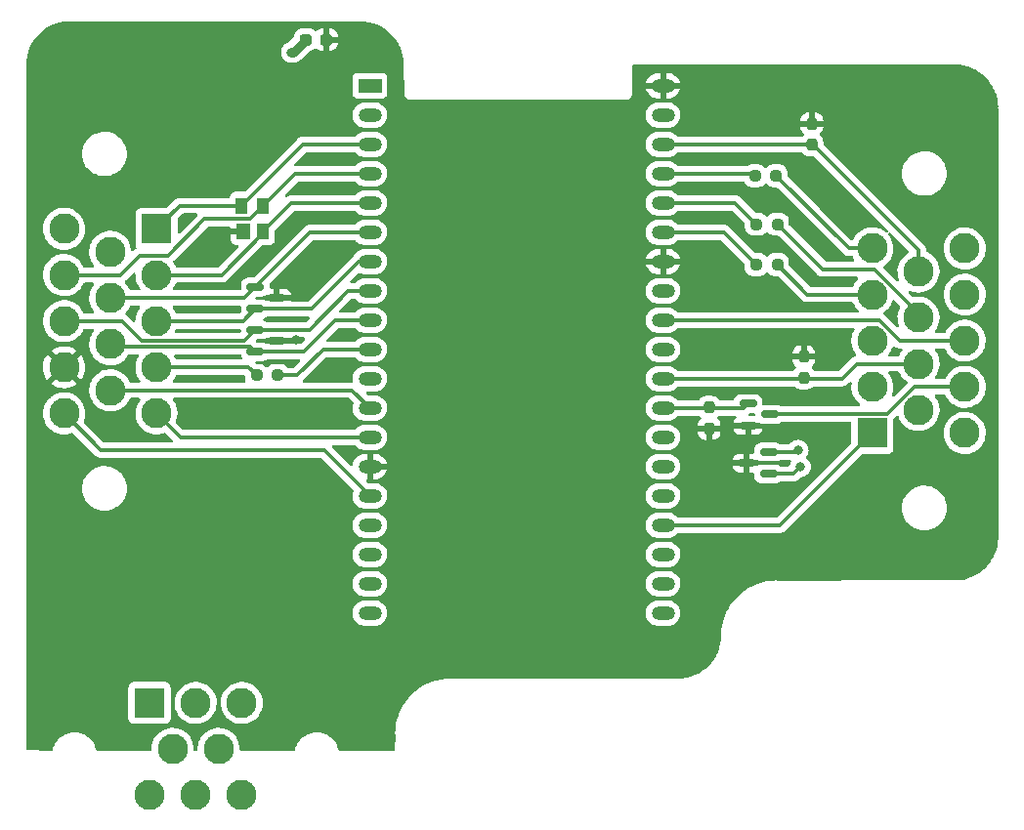
<source format=gbr>
%TF.GenerationSoftware,KiCad,Pcbnew,(6.0.1)*%
%TF.CreationDate,2022-11-29T11:46:24-05:00*%
%TF.ProjectId,Front Board,46726f6e-7420-4426-9f61-72642e6b6963,rev?*%
%TF.SameCoordinates,Original*%
%TF.FileFunction,Copper,L1,Top*%
%TF.FilePolarity,Positive*%
%FSLAX46Y46*%
G04 Gerber Fmt 4.6, Leading zero omitted, Abs format (unit mm)*
G04 Created by KiCad (PCBNEW (6.0.1)) date 2022-11-29 11:46:24*
%MOMM*%
%LPD*%
G01*
G04 APERTURE LIST*
G04 Aperture macros list*
%AMRoundRect*
0 Rectangle with rounded corners*
0 $1 Rounding radius*
0 $2 $3 $4 $5 $6 $7 $8 $9 X,Y pos of 4 corners*
0 Add a 4 corners polygon primitive as box body*
4,1,4,$2,$3,$4,$5,$6,$7,$8,$9,$2,$3,0*
0 Add four circle primitives for the rounded corners*
1,1,$1+$1,$2,$3*
1,1,$1+$1,$4,$5*
1,1,$1+$1,$6,$7*
1,1,$1+$1,$8,$9*
0 Add four rect primitives between the rounded corners*
20,1,$1+$1,$2,$3,$4,$5,0*
20,1,$1+$1,$4,$5,$6,$7,0*
20,1,$1+$1,$6,$7,$8,$9,0*
20,1,$1+$1,$8,$9,$2,$3,0*%
G04 Aperture macros list end*
%TA.AperFunction,ComponentPad*%
%ADD10R,2.000000X1.200000*%
%TD*%
%TA.AperFunction,ComponentPad*%
%ADD11O,2.000000X1.200000*%
%TD*%
%TA.AperFunction,SMDPad,CuDef*%
%ADD12RoundRect,0.150000X-0.587500X-0.150000X0.587500X-0.150000X0.587500X0.150000X-0.587500X0.150000X0*%
%TD*%
%TA.AperFunction,SMDPad,CuDef*%
%ADD13RoundRect,0.237500X-0.250000X-0.237500X0.250000X-0.237500X0.250000X0.237500X-0.250000X0.237500X0*%
%TD*%
%TA.AperFunction,SMDPad,CuDef*%
%ADD14RoundRect,0.237500X-0.237500X0.250000X-0.237500X-0.250000X0.237500X-0.250000X0.237500X0.250000X0*%
%TD*%
%TA.AperFunction,SMDPad,CuDef*%
%ADD15RoundRect,0.237500X0.287500X0.237500X-0.287500X0.237500X-0.287500X-0.237500X0.287500X-0.237500X0*%
%TD*%
%TA.AperFunction,SMDPad,CuDef*%
%ADD16RoundRect,0.237500X0.237500X-0.250000X0.237500X0.250000X-0.237500X0.250000X-0.237500X-0.250000X0*%
%TD*%
%TA.AperFunction,ComponentPad*%
%ADD17R,2.625000X2.625000*%
%TD*%
%TA.AperFunction,ComponentPad*%
%ADD18C,2.625000*%
%TD*%
%TA.AperFunction,SMDPad,CuDef*%
%ADD19RoundRect,0.237500X0.250000X0.237500X-0.250000X0.237500X-0.250000X-0.237500X0.250000X-0.237500X0*%
%TD*%
%TA.AperFunction,SMDPad,CuDef*%
%ADD20R,1.200000X1.400000*%
%TD*%
%TA.AperFunction,SMDPad,CuDef*%
%ADD21R,1.000000X1.400000*%
%TD*%
%TA.AperFunction,SMDPad,CuDef*%
%ADD22RoundRect,0.150000X0.587500X0.150000X-0.587500X0.150000X-0.587500X-0.150000X0.587500X-0.150000X0*%
%TD*%
%TA.AperFunction,ViaPad*%
%ADD23C,0.800000*%
%TD*%
%TA.AperFunction,Conductor*%
%ADD24C,0.800000*%
%TD*%
%TA.AperFunction,Conductor*%
%ADD25C,0.300000*%
%TD*%
G04 APERTURE END LIST*
D10*
%TO.P,U3,1,3V3*%
%TO.N,VDD*%
X137600000Y-68130000D03*
D11*
%TO.P,U3,2,CHIP_PU*%
X137600000Y-70670000D03*
%TO.P,U3,3,SENSOR_VP/GPIO36/ADC1_CH0*%
%TO.N,/R_wheel*%
X137600000Y-73210000D03*
%TO.P,U3,4,SENSOR_VN/GPIO39/ADC1_CH3*%
%TO.N,/L_wheel*%
X137600000Y-75750000D03*
%TO.P,U3,5,VDET_1/GPIO34/ADC1_CH6*%
%TO.N,/L_sus*%
X137600000Y-78290000D03*
%TO.P,U3,6,VDET_2/GPIO35/ADC1_CH7*%
%TO.N,/R_sus*%
X137600000Y-80830000D03*
%TO.P,U3,7,32K_XP/GPIO32/ADC1_CH4*%
%TO.N,/stearing*%
X137600000Y-83370000D03*
%TO.P,U3,8,32K_XN/GPIO33/ADC1_CH5*%
%TO.N,/pedal_0*%
X137600000Y-85910000D03*
%TO.P,U3,9,DAC_1/ADC2_CH8/GPIO25*%
%TO.N,/pedal_1*%
X137600000Y-88450000D03*
%TO.P,U3,10,DAC_2/ADC2_CH9/GPIO26*%
%TO.N,Net-(R9-Pad1)*%
X137600000Y-90990000D03*
%TO.P,U3,11,ADC2_CH7/GPIO27*%
%TO.N,unconnected-(U3-Pad11)*%
X137600000Y-93530000D03*
%TO.P,U3,12,MTMS/GPIO14/ADC2_CH6*%
%TO.N,/LORA_SCK*%
X137600000Y-96070000D03*
%TO.P,U3,13,\u002AMTDI/GPIO12/ADC2_CH5*%
%TO.N,/LORA_MISO*%
X137600000Y-98610000D03*
%TO.P,U3,14,GND*%
%TO.N,GND*%
X137600000Y-101150000D03*
%TO.P,U3,15,MTCK/GPIO13/ADC2_CH4*%
%TO.N,/Laura_MOSI*%
X137600000Y-103690000D03*
%TO.P,U3,16,SD_DATA2/GPIO9*%
%TO.N,unconnected-(U3-Pad16)*%
X137600000Y-106230000D03*
%TO.P,U3,17,SD_DATA3/GPIO10*%
%TO.N,unconnected-(U3-Pad17)*%
X137600000Y-108770000D03*
%TO.P,U3,18,CMD*%
%TO.N,unconnected-(U3-Pad18)*%
X137600000Y-111310000D03*
%TO.P,U3,19,5V*%
%TO.N,unconnected-(U3-Pad19)*%
X137600000Y-113850000D03*
%TO.P,U3,20,SD_CLK/GPIO6*%
%TO.N,unconnected-(U3-Pad20)*%
X162996320Y-113847280D03*
%TO.P,U3,21,SD_DATA0/GPIO7*%
%TO.N,unconnected-(U3-Pad21)*%
X162996320Y-111307280D03*
%TO.P,U3,22,SD_DATA1/GPIO8*%
%TO.N,unconnected-(U3-Pad22)*%
X163000000Y-108770000D03*
%TO.P,U3,23,\u002AMTDO/GPIO15/ADC2_CH3*%
%TO.N,/LoRa_CS*%
X163000000Y-106230000D03*
%TO.P,U3,24,ADC2_CH2/\u002AGPIO2*%
%TO.N,unconnected-(U3-Pad24)*%
X163000000Y-103690000D03*
%TO.P,U3,25,\u002AGPIO0/BOOT/ADC2_CH1*%
%TO.N,/Brake_1*%
X163000000Y-101150000D03*
%TO.P,U3,26,ADC2_CH0/GPIO4*%
%TO.N,/Brake_0*%
X163000000Y-98610000D03*
%TO.P,U3,27,GPIO16*%
%TO.N,/RTD_ind_sig*%
X163000000Y-96070000D03*
%TO.P,U3,28,GPIO17*%
%TO.N,/RTD_bttn*%
X163000000Y-93530000D03*
%TO.P,U3,29,\u002AGPIO5*%
%TO.N,/CAN_CS*%
X163000000Y-90990000D03*
%TO.P,U3,30,GPIO18*%
%TO.N,/CAN_SCK*%
X163000000Y-88450000D03*
%TO.P,U3,31,GPIO19*%
%TO.N,/CAN_MISO*%
X163000000Y-85910000D03*
%TO.P,U3,32,GND*%
%TO.N,GND*%
X163000000Y-83370000D03*
%TO.P,U3,33,GPIO21*%
%TO.N,Net-(R6-Pad1)*%
X163000000Y-80830000D03*
%TO.P,U3,34,U0RXD/GPIO3*%
%TO.N,Net-(R5-Pad2)*%
X163000000Y-78290000D03*
%TO.P,U3,35,U0TXD/GPIO1*%
%TO.N,Net-(R4-Pad1)*%
X163000000Y-75750000D03*
%TO.P,U3,36,GPIO22*%
%TO.N,/LORA Reset*%
X163000000Y-73210000D03*
%TO.P,U3,37,GPIO23*%
%TO.N,/CAN_MOSI*%
X163000000Y-70670000D03*
%TO.P,U3,38,GND*%
%TO.N,GND*%
X163000000Y-68130000D03*
%TD*%
D12*
%TO.P,Q1,1,G*%
%TO.N,/RTD_ind_sig*%
X170362500Y-95680000D03*
%TO.P,Q1,2,S*%
%TO.N,GND*%
X170362500Y-97580000D03*
%TO.P,Q1,3,D*%
%TO.N,/RTD_ind_out*%
X172237500Y-96630000D03*
%TD*%
D13*
%TO.P,R6,1*%
%TO.N,Net-(R6-Pad1)*%
X171075000Y-83630000D03*
%TO.P,R6,2*%
%TO.N,/RTD_led*%
X172900000Y-83630000D03*
%TD*%
D14*
%TO.P,R8,1*%
%TO.N,GND*%
X175900000Y-71417500D03*
%TO.P,R8,2*%
%TO.N,/LORA Reset*%
X175900000Y-73242500D03*
%TD*%
D15*
%TO.P,D2,1,K*%
%TO.N,GND*%
X133800000Y-64130000D03*
%TO.P,D2,2,A*%
%TO.N,Net-(D2-Pad2)*%
X132050000Y-64130000D03*
%TD*%
D12*
%TO.P,D4,1,K*%
%TO.N,/R_sus*%
X127662500Y-85580000D03*
%TO.P,D4,2,K*%
%TO.N,/stearing*%
X127662500Y-87480000D03*
%TO.P,D4,3,A*%
%TO.N,GND*%
X129537500Y-86530000D03*
%TD*%
D16*
%TO.P,R7,1*%
%TO.N,/RTD_bttn*%
X175200000Y-93442500D03*
%TO.P,R7,2*%
%TO.N,GND*%
X175200000Y-91617500D03*
%TD*%
D17*
%TO.P,J3,1,Pin_1*%
%TO.N,+12V*%
X118500000Y-121630000D03*
D18*
%TO.P,J3,2,Pin_2*%
X122500000Y-121630000D03*
%TO.P,J3,3,Pin_3*%
%TO.N,VDD*%
X126500000Y-121630000D03*
%TO.P,J3,4,Pin_4*%
X120500000Y-125630000D03*
%TO.P,J3,5,Pin_5*%
X124500000Y-125630000D03*
%TO.P,J3,6,Pin_6*%
X118500000Y-129630000D03*
%TO.P,J3,7,Pin_7*%
X122500000Y-129630000D03*
%TO.P,J3,8,Pin_8*%
X126500000Y-129630000D03*
%TD*%
D19*
%TO.P,R9,1*%
%TO.N,Net-(R9-Pad1)*%
X129600000Y-93230000D03*
%TO.P,R9,2*%
%TO.N,/WCB_status*%
X127775000Y-93230000D03*
%TD*%
%TO.P,R5,1*%
%TO.N,/IMD_led*%
X172912500Y-80130000D03*
%TO.P,R5,2*%
%TO.N,Net-(R5-Pad2)*%
X171087500Y-80130000D03*
%TD*%
D14*
%TO.P,R3,1*%
%TO.N,/RTD_ind_sig*%
X167000000Y-96017500D03*
%TO.P,R3,2*%
%TO.N,GND*%
X167000000Y-97842500D03*
%TD*%
D20*
%TO.P,D3,1,A*%
%TO.N,GND*%
X126630000Y-80730000D03*
D21*
%TO.P,D3,2,K*%
%TO.N,/L_sus*%
X128350000Y-80730000D03*
%TO.P,D3,3,K*%
%TO.N,/L_wheel*%
X128350000Y-78530000D03*
%TO.P,D3,4,K*%
%TO.N,/R_wheel*%
X126450000Y-78530000D03*
%TD*%
D13*
%TO.P,R4,1*%
%TO.N,Net-(R4-Pad1)*%
X170975000Y-75930000D03*
%TO.P,R4,2*%
%TO.N,/AMS_Led*%
X172800000Y-75930000D03*
%TD*%
D17*
%TO.P,J1,1,Pin_1*%
%TO.N,/R_wheel*%
X119100000Y-80530000D03*
D18*
%TO.P,J1,2,Pin_2*%
%TO.N,/L_sus*%
X119100000Y-84530000D03*
%TO.P,J1,3,Pin_3*%
%TO.N,/stearing*%
X119100000Y-88530000D03*
%TO.P,J1,4,Pin_4*%
%TO.N,/WCB_status*%
X119100000Y-92530000D03*
%TO.P,J1,5,Pin_5*%
%TO.N,/LORA_MISO*%
X119100000Y-96530000D03*
%TO.P,J1,6,Pin_6*%
%TO.N,VDD*%
X115100000Y-82530000D03*
%TO.P,J1,7,Pin_7*%
%TO.N,/R_sus*%
X115100000Y-86530000D03*
%TO.P,J1,8,Pin_8*%
%TO.N,/pedal_1*%
X115100000Y-90530000D03*
%TO.P,J1,9,Pin_9*%
%TO.N,/LORA_SCK*%
X115100000Y-94530000D03*
%TO.P,J1,10,Pin_10*%
%TO.N,+12V*%
X111100000Y-80530000D03*
%TO.P,J1,11,Pin_11*%
%TO.N,/L_wheel*%
X111100000Y-84530000D03*
%TO.P,J1,12,Pin_12*%
%TO.N,/pedal_0*%
X111100000Y-88530000D03*
%TO.P,J1,13,Pin_13*%
%TO.N,GND*%
X111100000Y-92530000D03*
%TO.P,J1,14,Pin_14*%
%TO.N,/Laura_MOSI*%
X111100000Y-96530000D03*
%TD*%
D12*
%TO.P,D5,1,K*%
%TO.N,/pedal_0*%
X127662500Y-89280000D03*
%TO.P,D5,2,K*%
%TO.N,/pedal_1*%
X127662500Y-91180000D03*
%TO.P,D5,3,A*%
%TO.N,GND*%
X129537500Y-90230000D03*
%TD*%
D17*
%TO.P,J2,1,Pin_1*%
%TO.N,/LoRa_CS*%
X181137500Y-98230000D03*
D18*
%TO.P,J2,2,Pin_2*%
%TO.N,/Brake_0*%
X181137500Y-94230000D03*
%TO.P,J2,3,Pin_3*%
%TO.N,unconnected-(J2-Pad3)*%
X181137500Y-90230000D03*
%TO.P,J2,4,Pin_4*%
%TO.N,/RTD_led*%
X181137500Y-86230000D03*
%TO.P,J2,5,Pin_5*%
%TO.N,/AMS_Led*%
X181137500Y-82230000D03*
%TO.P,J2,6,Pin_6*%
%TO.N,/Brake_1*%
X185137500Y-96230000D03*
%TO.P,J2,7,Pin_7*%
%TO.N,/RTD_bttn*%
X185137500Y-92230000D03*
%TO.P,J2,8,Pin_8*%
%TO.N,/IMD_led*%
X185137500Y-88230000D03*
%TO.P,J2,9,Pin_9*%
%TO.N,/LORA Reset*%
X185137500Y-84230000D03*
%TO.P,J2,10,Pin_10*%
%TO.N,unconnected-(J2-Pad10)*%
X189137500Y-98230000D03*
%TO.P,J2,11,Pin_11*%
%TO.N,/RTD_ind_out*%
X189137500Y-94230000D03*
%TO.P,J2,12,Pin_12*%
%TO.N,unconnected-(J2-Pad12)*%
X189137500Y-90230000D03*
%TO.P,J2,13,Pin_13*%
%TO.N,/CAN_P*%
X189137500Y-86230000D03*
%TO.P,J2,14,Pin_14*%
%TO.N,/CAN_N*%
X189137500Y-82230000D03*
%TD*%
D22*
%TO.P,D6,1,K*%
%TO.N,/Brake_1*%
X172137500Y-101780000D03*
%TO.P,D6,2,K*%
%TO.N,/Brake_0*%
X172137500Y-99880000D03*
%TO.P,D6,3,A*%
%TO.N,GND*%
X170262500Y-100830000D03*
%TD*%
D23*
%TO.N,GND*%
X123900000Y-82130000D03*
X128500000Y-96830000D03*
X124000000Y-96930000D03*
X132200000Y-83630000D03*
X166300000Y-82030000D03*
X165600000Y-71630000D03*
X129700000Y-110630000D03*
X133100000Y-96930000D03*
X170800000Y-109830000D03*
X131200000Y-90130000D03*
%TO.N,Net-(D2-Pad2)*%
X130800000Y-65230000D03*
%TO.N,/Brake_0*%
X174700000Y-99730000D03*
%TO.N,/Brake_1*%
X174893478Y-101150000D03*
%TD*%
D24*
%TO.N,Net-(D2-Pad2)*%
X130950000Y-65230000D02*
X132050000Y-64130000D01*
X130800000Y-65230000D02*
X130950000Y-65230000D01*
D25*
%TO.N,/Brake_0*%
X174550000Y-99880000D02*
X174700000Y-99730000D01*
X172137500Y-99880000D02*
X174550000Y-99880000D01*
%TO.N,/L_sus*%
X130790000Y-78290000D02*
X128350000Y-80730000D01*
X124750000Y-84530000D02*
X119100000Y-84530000D01*
X128350000Y-80930000D02*
X124750000Y-84530000D01*
X128350000Y-80730000D02*
X128350000Y-80930000D01*
X137600000Y-78290000D02*
X130790000Y-78290000D01*
%TO.N,/pedal_0*%
X137600000Y-85910000D02*
X135720000Y-85910000D01*
X127662500Y-89280000D02*
X126712500Y-90230000D01*
X117800000Y-90230000D02*
X116100000Y-88530000D01*
X132350000Y-89280000D02*
X127662500Y-89280000D01*
X135720000Y-85910000D02*
X132350000Y-89280000D01*
X126712500Y-90230000D02*
X117800000Y-90230000D01*
X116100000Y-88530000D02*
X111100000Y-88530000D01*
%TO.N,/R_wheel*%
X137600000Y-73210000D02*
X131770000Y-73210000D01*
X126450000Y-78530000D02*
X121100000Y-78530000D01*
X131770000Y-73210000D02*
X126450000Y-78530000D01*
X121100000Y-78530000D02*
X119100000Y-80530000D01*
%TO.N,/R_sus*%
X132412500Y-80830000D02*
X127662500Y-85580000D01*
X127662500Y-85580000D02*
X126712500Y-86530000D01*
X126712500Y-86530000D02*
X115100000Y-86530000D01*
X137600000Y-80830000D02*
X132412500Y-80830000D01*
%TO.N,/L_wheel*%
X123273533Y-79680489D02*
X120086033Y-82867989D01*
X137600000Y-75750000D02*
X131130000Y-75750000D01*
X131130000Y-75750000D02*
X128350000Y-78530000D01*
X120086033Y-82867989D02*
X117637989Y-82867989D01*
X115975978Y-84530000D02*
X117637989Y-82867989D01*
X111100000Y-84530000D02*
X115975978Y-84530000D01*
X127199511Y-79680489D02*
X123273533Y-79680489D01*
X128350000Y-78530000D02*
X127199511Y-79680489D01*
%TO.N,/Brake_1*%
X174263478Y-101780000D02*
X174893478Y-101150000D01*
X172137500Y-101780000D02*
X174263478Y-101780000D01*
%TO.N,/pedal_1*%
X131850000Y-91180000D02*
X127662500Y-91180000D01*
X127212019Y-90729519D02*
X115299519Y-90729519D01*
X137600000Y-88450000D02*
X134580000Y-88450000D01*
X127662500Y-91180000D02*
X127212019Y-90729519D01*
X115299519Y-90729519D02*
X115100000Y-90530000D01*
X134580000Y-88450000D02*
X131850000Y-91180000D01*
%TO.N,/stearing*%
X132550000Y-87480000D02*
X127662500Y-87480000D01*
X137600000Y-83370000D02*
X136660000Y-83370000D01*
X136660000Y-83370000D02*
X132550000Y-87480000D01*
X127662500Y-87480000D02*
X126612500Y-88530000D01*
X126612500Y-88530000D02*
X119100000Y-88530000D01*
%TO.N,/RTD_ind_out*%
X182449071Y-96567989D02*
X172399511Y-96567989D01*
X184787060Y-94230000D02*
X182449071Y-96567989D01*
X189137500Y-94230000D02*
X184787060Y-94230000D01*
%TO.N,/RTD_ind_sig*%
X170362500Y-95680000D02*
X169972500Y-96070000D01*
X169972500Y-96070000D02*
X163000000Y-96070000D01*
%TO.N,Net-(R4-Pad1)*%
X170975000Y-75930000D02*
X170795000Y-75750000D01*
X170795000Y-75750000D02*
X163000000Y-75750000D01*
%TO.N,/RTD_led*%
X175500000Y-86230000D02*
X172900000Y-83630000D01*
X181137500Y-86230000D02*
X175500000Y-86230000D01*
%TO.N,Net-(R5-Pad2)*%
X171087500Y-80130000D02*
X169247500Y-78290000D01*
X169247500Y-78290000D02*
X163000000Y-78290000D01*
%TO.N,/AMS_Led*%
X179100000Y-82230000D02*
X172800000Y-75930000D01*
X181137500Y-82230000D02*
X179100000Y-82230000D01*
%TO.N,/RTD_bttn*%
X185137500Y-92230000D02*
X179800000Y-92230000D01*
X179800000Y-92230000D02*
X178500000Y-93530000D01*
X178500000Y-93530000D02*
X163000000Y-93530000D01*
%TO.N,/IMD_led*%
X185137500Y-87879560D02*
X185137500Y-88230000D01*
X181287940Y-84030000D02*
X185137500Y-87879560D01*
X172912500Y-80130000D02*
X176812500Y-84030000D01*
X176812500Y-84030000D02*
X181287940Y-84030000D01*
%TO.N,Net-(R6-Pad1)*%
X171075000Y-83630000D02*
X168275000Y-80830000D01*
X168275000Y-80830000D02*
X163000000Y-80830000D01*
%TO.N,Net-(R9-Pad1)*%
X129600000Y-93230000D02*
X131300000Y-93230000D01*
X131300000Y-93230000D02*
X133540000Y-90990000D01*
X133540000Y-90990000D02*
X137600000Y-90990000D01*
%TO.N,/WCB_status*%
X127075000Y-92530000D02*
X119100000Y-92530000D01*
X127775000Y-93230000D02*
X127075000Y-92530000D01*
%TO.N,/LORA Reset*%
X185137500Y-82373845D02*
X175973655Y-73210000D01*
X185137500Y-84230000D02*
X185137500Y-82373845D01*
X175973655Y-73210000D02*
X163000000Y-73210000D01*
%TO.N,/LORA_SCK*%
X137600000Y-96070000D02*
X136060000Y-94530000D01*
X136060000Y-94530000D02*
X115100000Y-94530000D01*
%TO.N,/LORA_MISO*%
X137600000Y-98610000D02*
X121180000Y-98610000D01*
X121180000Y-98610000D02*
X119100000Y-96530000D01*
%TO.N,/Laura_MOSI*%
X114300000Y-99730000D02*
X111100000Y-96530000D01*
X133640000Y-99730000D02*
X114300000Y-99730000D01*
X137600000Y-103690000D02*
X133640000Y-99730000D01*
%TO.N,/LoRa_CS*%
X163000000Y-106230000D02*
X173137500Y-106230000D01*
X173137500Y-106230000D02*
X181137500Y-98230000D01*
%TO.N,unconnected-(J2-Pad12)*%
X181707940Y-88450000D02*
X163000000Y-88450000D01*
X183487940Y-90230000D02*
X181707940Y-88450000D01*
X189137500Y-90230000D02*
X183487940Y-90230000D01*
%TO.N,unconnected-(J2-Pad3)*%
X180377500Y-90990000D02*
X181137500Y-90230000D01*
%TD*%
%TA.AperFunction,Conductor*%
%TO.N,GND*%
G36*
X136744748Y-62539835D02*
G01*
X136764270Y-62541359D01*
X136775099Y-62543058D01*
X136778714Y-62543626D01*
X136778715Y-62543626D01*
X136787583Y-62545018D01*
X136806917Y-62542514D01*
X136829424Y-62541629D01*
X137154667Y-62557994D01*
X137166955Y-62559219D01*
X137518145Y-62611711D01*
X137530250Y-62614133D01*
X137620443Y-62636824D01*
X137874593Y-62700764D01*
X137886413Y-62704362D01*
X138220627Y-62824307D01*
X138232037Y-62829046D01*
X138552879Y-62981138D01*
X138563771Y-62986971D01*
X138787442Y-63121278D01*
X138846976Y-63157026D01*
X138868189Y-63169764D01*
X138878455Y-63176635D01*
X138942740Y-63224384D01*
X139163509Y-63388366D01*
X139173053Y-63396210D01*
X139363284Y-63568850D01*
X139435992Y-63634835D01*
X139444719Y-63643573D01*
X139652532Y-63873124D01*
X139683020Y-63906801D01*
X139690854Y-63916356D01*
X139902237Y-64201671D01*
X139909096Y-64211947D01*
X140091514Y-64516583D01*
X140097333Y-64527480D01*
X140125323Y-64586712D01*
X140249037Y-64848516D01*
X140253762Y-64859933D01*
X140373294Y-65194284D01*
X140376878Y-65206108D01*
X140462947Y-65549991D01*
X140463091Y-65550568D01*
X140465498Y-65562681D01*
X140482994Y-65680724D01*
X140517558Y-65913923D01*
X140518768Y-65926218D01*
X140534373Y-66244100D01*
X140533025Y-66269663D01*
X140532676Y-66271901D01*
X140532676Y-66271905D01*
X140531295Y-66280774D01*
X140535015Y-66309219D01*
X140536326Y-66319243D01*
X140537360Y-66332832D01*
X140591895Y-68830763D01*
X140591923Y-68834282D01*
X140591726Y-68866589D01*
X140591524Y-68899652D01*
X140593990Y-68908279D01*
X140593990Y-68908281D01*
X140601549Y-68934727D01*
X140604708Y-68948774D01*
X140610666Y-68984763D01*
X140614558Y-68992849D01*
X140614560Y-68992856D01*
X140618769Y-69001600D01*
X140626382Y-69021616D01*
X140631512Y-69039565D01*
X140636302Y-69047156D01*
X140636302Y-69047157D01*
X140650976Y-69070414D01*
X140657947Y-69083003D01*
X140673771Y-69115882D01*
X140679779Y-69122554D01*
X140686271Y-69129764D01*
X140699195Y-69146837D01*
X140709160Y-69162631D01*
X140733092Y-69183767D01*
X140736501Y-69186778D01*
X140746726Y-69196905D01*
X140771141Y-69224019D01*
X140778773Y-69228733D01*
X140778777Y-69228736D01*
X140787035Y-69233836D01*
X140804229Y-69246594D01*
X140811496Y-69253012D01*
X140811502Y-69253016D01*
X140818228Y-69258956D01*
X140851258Y-69274464D01*
X140863902Y-69281308D01*
X140887308Y-69295764D01*
X140887312Y-69295766D01*
X140894947Y-69300481D01*
X140903601Y-69302864D01*
X140903602Y-69302865D01*
X140912955Y-69305441D01*
X140933042Y-69312861D01*
X140949948Y-69320799D01*
X140985993Y-69326411D01*
X141000058Y-69329432D01*
X141035238Y-69339122D01*
X141044216Y-69338981D01*
X141044217Y-69338981D01*
X141105600Y-69338016D01*
X141107580Y-69338000D01*
X159791298Y-69338000D01*
X159792069Y-69338002D01*
X159869652Y-69338476D01*
X159878281Y-69336010D01*
X159878286Y-69336009D01*
X159898048Y-69330361D01*
X159914809Y-69326783D01*
X159935152Y-69323870D01*
X159935162Y-69323867D01*
X159944045Y-69322595D01*
X159967395Y-69311979D01*
X159984907Y-69305536D01*
X160000937Y-69300954D01*
X160009565Y-69298488D01*
X160034548Y-69282726D01*
X160049614Y-69274596D01*
X160076510Y-69262367D01*
X160095939Y-69245626D01*
X160110947Y-69234521D01*
X160125039Y-69225630D01*
X160132631Y-69220840D01*
X160152182Y-69198703D01*
X160164374Y-69186659D01*
X160179949Y-69173239D01*
X160179950Y-69173237D01*
X160186747Y-69167381D01*
X160191626Y-69159853D01*
X160191629Y-69159850D01*
X160200696Y-69145861D01*
X160211986Y-69130987D01*
X160223012Y-69118502D01*
X160228956Y-69111772D01*
X160241510Y-69085034D01*
X160249824Y-69070065D01*
X160265893Y-69045273D01*
X160273239Y-69020709D01*
X160279901Y-69003264D01*
X160281742Y-68999342D01*
X160290799Y-68980052D01*
X160295343Y-68950870D01*
X160299126Y-68934151D01*
X160305014Y-68914464D01*
X160305015Y-68914461D01*
X160307587Y-68905859D01*
X160307797Y-68871444D01*
X160307830Y-68870672D01*
X160308000Y-68869577D01*
X160308000Y-68838702D01*
X160308002Y-68837932D01*
X160308452Y-68764284D01*
X160308452Y-68764283D01*
X160308476Y-68760348D01*
X160308092Y-68759004D01*
X160308000Y-68757659D01*
X160308000Y-68397399D01*
X161524712Y-68397399D01*
X161546194Y-68486537D01*
X161550083Y-68497832D01*
X161632629Y-68679382D01*
X161638576Y-68689724D01*
X161753968Y-68852397D01*
X161761761Y-68861425D01*
X161905831Y-68999342D01*
X161915196Y-69006738D01*
X162082741Y-69114921D01*
X162093345Y-69120417D01*
X162278312Y-69194961D01*
X162289770Y-69198355D01*
X162486928Y-69236857D01*
X162495791Y-69237934D01*
X162498500Y-69238000D01*
X162727885Y-69238000D01*
X162743124Y-69233525D01*
X162744329Y-69232135D01*
X162746000Y-69224452D01*
X162746000Y-69219885D01*
X163254000Y-69219885D01*
X163258475Y-69235124D01*
X163259865Y-69236329D01*
X163267548Y-69238000D01*
X163449832Y-69238000D01*
X163455808Y-69237715D01*
X163604494Y-69223529D01*
X163616228Y-69221270D01*
X163807599Y-69165128D01*
X163818675Y-69160698D01*
X163995978Y-69069381D01*
X164006024Y-69062931D01*
X164162857Y-68939738D01*
X164171506Y-68931501D01*
X164302212Y-68780877D01*
X164309147Y-68771153D01*
X164409010Y-68598533D01*
X164413984Y-68587669D01*
X164479407Y-68399273D01*
X164479648Y-68398284D01*
X164478180Y-68387992D01*
X164464615Y-68384000D01*
X163272115Y-68384000D01*
X163256876Y-68388475D01*
X163255671Y-68389865D01*
X163254000Y-68397548D01*
X163254000Y-69219885D01*
X162746000Y-69219885D01*
X162746000Y-68402115D01*
X162741525Y-68386876D01*
X162740135Y-68385671D01*
X162732452Y-68384000D01*
X161539598Y-68384000D01*
X161526067Y-68387973D01*
X161524712Y-68397399D01*
X160308000Y-68397399D01*
X160308000Y-67861716D01*
X161520352Y-67861716D01*
X161521820Y-67872008D01*
X161535385Y-67876000D01*
X162727885Y-67876000D01*
X162743124Y-67871525D01*
X162744329Y-67870135D01*
X162746000Y-67862452D01*
X162746000Y-67857885D01*
X163254000Y-67857885D01*
X163258475Y-67873124D01*
X163259865Y-67874329D01*
X163267548Y-67876000D01*
X164460402Y-67876000D01*
X164473933Y-67872027D01*
X164475288Y-67862601D01*
X164453806Y-67773463D01*
X164449917Y-67762168D01*
X164367371Y-67580618D01*
X164361424Y-67570276D01*
X164246032Y-67407603D01*
X164238239Y-67398575D01*
X164094169Y-67260658D01*
X164084804Y-67253262D01*
X163917259Y-67145079D01*
X163906655Y-67139583D01*
X163721688Y-67065039D01*
X163710230Y-67061645D01*
X163513072Y-67023143D01*
X163504209Y-67022066D01*
X163501500Y-67022000D01*
X163272115Y-67022000D01*
X163256876Y-67026475D01*
X163255671Y-67027865D01*
X163254000Y-67035548D01*
X163254000Y-67857885D01*
X162746000Y-67857885D01*
X162746000Y-67040115D01*
X162741525Y-67024876D01*
X162740135Y-67023671D01*
X162732452Y-67022000D01*
X162550168Y-67022000D01*
X162544192Y-67022285D01*
X162395506Y-67036471D01*
X162383772Y-67038730D01*
X162192401Y-67094872D01*
X162181325Y-67099302D01*
X162004022Y-67190619D01*
X161993976Y-67197069D01*
X161837143Y-67320262D01*
X161828494Y-67328499D01*
X161697788Y-67479123D01*
X161690853Y-67488847D01*
X161590990Y-67661467D01*
X161586016Y-67672331D01*
X161520593Y-67860727D01*
X161520352Y-67861716D01*
X160308000Y-67861716D01*
X160308000Y-66414000D01*
X160328002Y-66345879D01*
X160381658Y-66299386D01*
X160434000Y-66288000D01*
X184049418Y-66288000D01*
X188244685Y-66289819D01*
X188264166Y-66291343D01*
X188278710Y-66293626D01*
X188278715Y-66293626D01*
X188287583Y-66295018D01*
X188306917Y-66292514D01*
X188329424Y-66291629D01*
X188654667Y-66307994D01*
X188666955Y-66309219D01*
X189018145Y-66361711D01*
X189030250Y-66364133D01*
X189120443Y-66386824D01*
X189374593Y-66450764D01*
X189386413Y-66454362D01*
X189720627Y-66574307D01*
X189732037Y-66579046D01*
X190052879Y-66731138D01*
X190063771Y-66736971D01*
X190368189Y-66919764D01*
X190378455Y-66926635D01*
X190564789Y-67065039D01*
X190663509Y-67138366D01*
X190673053Y-67146210D01*
X190873916Y-67328499D01*
X190935992Y-67384835D01*
X190944719Y-67393573D01*
X191030971Y-67488847D01*
X191183020Y-67656801D01*
X191190851Y-67666352D01*
X191336137Y-67862452D01*
X191402237Y-67951671D01*
X191409096Y-67961947D01*
X191591514Y-68266583D01*
X191597333Y-68277480D01*
X191648458Y-68385671D01*
X191749037Y-68598516D01*
X191753762Y-68609933D01*
X191873294Y-68944284D01*
X191876878Y-68956108D01*
X191890802Y-69011739D01*
X191961889Y-69295764D01*
X191963091Y-69300568D01*
X191965498Y-69312681D01*
X191969064Y-69336738D01*
X192017558Y-69663923D01*
X192018768Y-69676218D01*
X192034373Y-69994100D01*
X192033025Y-70019663D01*
X192032676Y-70021901D01*
X192032676Y-70021905D01*
X192031295Y-70030774D01*
X192032459Y-70039675D01*
X192032459Y-70039680D01*
X192035423Y-70062343D01*
X192036487Y-70078661D01*
X192038120Y-81099393D01*
X192041992Y-107220863D01*
X192041993Y-107229765D01*
X192040434Y-107249541D01*
X192036835Y-107272213D01*
X192039307Y-107291562D01*
X192040153Y-107314067D01*
X192038883Y-107338500D01*
X192023254Y-107639060D01*
X192022011Y-107651332D01*
X191984403Y-107900264D01*
X191969000Y-108002222D01*
X191966561Y-108014320D01*
X191879477Y-108358336D01*
X191875866Y-108370138D01*
X191755545Y-108703981D01*
X191750799Y-108715369D01*
X191653474Y-108920020D01*
X191598390Y-109035848D01*
X191592550Y-109046721D01*
X191422027Y-109329974D01*
X191409516Y-109350755D01*
X191402643Y-109360999D01*
X191192074Y-109643881D01*
X191190756Y-109645651D01*
X191182915Y-109655174D01*
X191016973Y-109837686D01*
X190944178Y-109917750D01*
X190935438Y-109926464D01*
X190672160Y-110164422D01*
X190662621Y-110172229D01*
X190460288Y-110321913D01*
X190377340Y-110383277D01*
X190367071Y-110390123D01*
X190062492Y-110572260D01*
X190051602Y-110578067D01*
X189730694Y-110729519D01*
X189719289Y-110734234D01*
X189385079Y-110853573D01*
X189373266Y-110857149D01*
X189028993Y-110943216D01*
X189016888Y-110945619D01*
X188665858Y-110997590D01*
X188653575Y-110998798D01*
X188335900Y-111014375D01*
X188310347Y-111013026D01*
X188308102Y-111012677D01*
X188308103Y-111012677D01*
X188299226Y-111011295D01*
X188267473Y-111015447D01*
X188251232Y-111016511D01*
X183851651Y-111019647D01*
X172860112Y-111027480D01*
X172839122Y-111025735D01*
X172819583Y-111022448D01*
X172813365Y-111022372D01*
X172811908Y-111022354D01*
X172811903Y-111022354D01*
X172807044Y-111022295D01*
X172802225Y-111022985D01*
X172797370Y-111023302D01*
X172797366Y-111023234D01*
X172793939Y-111023553D01*
X172572330Y-111033221D01*
X172391830Y-111041096D01*
X172284380Y-111055231D01*
X171982498Y-111094942D01*
X171982489Y-111094944D01*
X171979772Y-111095301D01*
X171574000Y-111185187D01*
X171469193Y-111218205D01*
X171180231Y-111309238D01*
X171180221Y-111309242D01*
X171177598Y-111310068D01*
X171175054Y-111311121D01*
X170796103Y-111467951D01*
X170796091Y-111467956D01*
X170793577Y-111468997D01*
X170791155Y-111470257D01*
X170791150Y-111470259D01*
X170786409Y-111472725D01*
X170424856Y-111660766D01*
X170422539Y-111662241D01*
X170422528Y-111662247D01*
X170088078Y-111875108D01*
X170074237Y-111883917D01*
X170072060Y-111885586D01*
X170072051Y-111885592D01*
X169871873Y-112039033D01*
X169744384Y-112136756D01*
X169437803Y-112417359D01*
X169156824Y-112723597D01*
X169155151Y-112725774D01*
X169155146Y-112725780D01*
X169085745Y-112816092D01*
X168903582Y-113053140D01*
X168812341Y-113196113D01*
X168747545Y-113297648D01*
X168680002Y-113403486D01*
X168487782Y-113771972D01*
X168436408Y-113895679D01*
X168343502Y-114119393D01*
X168328383Y-114155798D01*
X168248827Y-114407254D01*
X168219115Y-114501167D01*
X168203017Y-114552047D01*
X168166262Y-114717016D01*
X168116188Y-114941763D01*
X168112635Y-114957709D01*
X168057925Y-115369701D01*
X168057802Y-115372452D01*
X168057801Y-115372459D01*
X168040602Y-115755922D01*
X168039881Y-115762689D01*
X168040039Y-115762703D01*
X168039598Y-115767555D01*
X168038785Y-115772352D01*
X168038728Y-115776601D01*
X168038689Y-115776842D01*
X168038721Y-115777096D01*
X168038616Y-115784891D01*
X168040613Y-115798961D01*
X168041683Y-115823420D01*
X168024503Y-116143443D01*
X168023241Y-116155707D01*
X167969710Y-116506309D01*
X167967255Y-116518390D01*
X167879719Y-116862078D01*
X167876098Y-116873852D01*
X167823745Y-117018496D01*
X167755394Y-117207341D01*
X167750636Y-117218714D01*
X167597920Y-117538808D01*
X167592074Y-117549661D01*
X167408810Y-117853296D01*
X167401931Y-117863527D01*
X167189866Y-118147806D01*
X167182020Y-118157315D01*
X166943192Y-118419505D01*
X166934454Y-118428202D01*
X166671145Y-118665799D01*
X166661599Y-118673600D01*
X166376338Y-118884324D01*
X166366076Y-118891155D01*
X166249975Y-118960489D01*
X166061573Y-119073001D01*
X166050715Y-119078785D01*
X165729877Y-119230012D01*
X165718498Y-119234709D01*
X165384444Y-119353849D01*
X165372644Y-119357417D01*
X165028556Y-119443339D01*
X165016463Y-119445737D01*
X164665619Y-119497623D01*
X164653362Y-119498826D01*
X164335901Y-119514377D01*
X164310349Y-119513027D01*
X164308098Y-119512676D01*
X164308093Y-119512676D01*
X164299225Y-119511295D01*
X164267521Y-119515441D01*
X164251271Y-119516504D01*
X154299455Y-119522000D01*
X144602268Y-119522000D01*
X144581731Y-119520315D01*
X144577371Y-119519595D01*
X144561023Y-119516894D01*
X144548484Y-119516778D01*
X144543675Y-119517481D01*
X144538813Y-119517812D01*
X144538808Y-119517742D01*
X144535424Y-119518067D01*
X144136352Y-119536626D01*
X144136348Y-119536626D01*
X144133625Y-119536753D01*
X143722011Y-119592035D01*
X143391448Y-119666142D01*
X143333685Y-119679092D01*
X143316761Y-119682886D01*
X142920941Y-119808621D01*
X142918421Y-119809670D01*
X142918414Y-119809673D01*
X142837983Y-119843169D01*
X142537550Y-119968285D01*
X142535126Y-119969552D01*
X142171901Y-120159409D01*
X142171888Y-120159416D01*
X142169488Y-120160671D01*
X142167192Y-120162138D01*
X142167184Y-120162143D01*
X141994068Y-120272783D01*
X141819543Y-120384323D01*
X141490363Y-120637547D01*
X141184440Y-120918426D01*
X141182601Y-120920436D01*
X140951215Y-121173331D01*
X140904091Y-121224835D01*
X140651437Y-121554453D01*
X140649974Y-121556750D01*
X140649969Y-121556758D01*
X140542491Y-121725571D01*
X140428391Y-121904785D01*
X140427120Y-121907226D01*
X140427117Y-121907232D01*
X140351028Y-122053417D01*
X140236642Y-122273179D01*
X140235591Y-122275715D01*
X140096572Y-122611166D01*
X140077641Y-122656846D01*
X140076821Y-122659443D01*
X140076817Y-122659454D01*
X140056105Y-122725050D01*
X139952592Y-123052882D01*
X139951996Y-123055563D01*
X139951995Y-123055566D01*
X139865538Y-123444368D01*
X139862442Y-123458289D01*
X139862082Y-123461008D01*
X139809759Y-123855772D01*
X139807873Y-123869998D01*
X139799520Y-124056574D01*
X139790592Y-124255980D01*
X139789876Y-124262696D01*
X139790039Y-124262711D01*
X139789598Y-124267553D01*
X139788785Y-124272352D01*
X139788616Y-124284891D01*
X139789301Y-124289714D01*
X139789301Y-124289719D01*
X139792550Y-124312605D01*
X139793801Y-124330423D01*
X139792626Y-125683715D01*
X139772565Y-125751819D01*
X139718869Y-125798265D01*
X139666414Y-125809606D01*
X135009378Y-125801746D01*
X134941292Y-125781629D01*
X134894890Y-125727895D01*
X134886013Y-125700327D01*
X134872024Y-125630000D01*
X134869736Y-125618498D01*
X134779011Y-125360153D01*
X134754466Y-125312900D01*
X134654843Y-125121118D01*
X134654842Y-125121116D01*
X134652791Y-125117168D01*
X134650208Y-125113553D01*
X134650204Y-125113547D01*
X134496181Y-124898014D01*
X134493593Y-124894392D01*
X134304594Y-124696270D01*
X134189054Y-124605186D01*
X134093059Y-124529510D01*
X134093057Y-124529509D01*
X134089564Y-124526755D01*
X134085722Y-124524523D01*
X134085717Y-124524520D01*
X133856649Y-124391466D01*
X133856643Y-124391463D01*
X133852795Y-124389228D01*
X133747664Y-124346645D01*
X133603143Y-124288108D01*
X133603135Y-124288105D01*
X133599011Y-124286435D01*
X133466142Y-124253430D01*
X133337599Y-124221500D01*
X133337595Y-124221499D01*
X133333274Y-124220426D01*
X133099753Y-124196500D01*
X132930246Y-124196500D01*
X132726872Y-124210900D01*
X132722517Y-124211838D01*
X132722514Y-124211838D01*
X132463540Y-124267593D01*
X132463538Y-124267593D01*
X132459193Y-124268529D01*
X132202305Y-124363300D01*
X131961332Y-124493322D01*
X131741085Y-124655999D01*
X131545955Y-124848087D01*
X131543256Y-124851624D01*
X131543253Y-124851627D01*
X131387966Y-125055103D01*
X131379838Y-125065753D01*
X131246048Y-125304653D01*
X131147254Y-125560021D01*
X131146251Y-125564346D01*
X131146250Y-125564351D01*
X131128270Y-125641923D01*
X131116561Y-125692440D01*
X131115407Y-125697417D01*
X131080539Y-125759262D01*
X131017771Y-125792439D01*
X130992448Y-125794966D01*
X126451117Y-125787301D01*
X126383030Y-125767184D01*
X126336628Y-125713450D01*
X126325373Y-125658004D01*
X126326023Y-125633162D01*
X126326023Y-125633157D01*
X126326106Y-125630000D01*
X126322208Y-125577544D01*
X126306394Y-125364736D01*
X126306393Y-125364732D01*
X126306048Y-125360084D01*
X126246314Y-125096098D01*
X126234514Y-125065753D01*
X126149909Y-124848195D01*
X126148216Y-124843841D01*
X126013910Y-124608854D01*
X125846347Y-124396301D01*
X125649206Y-124210849D01*
X125523252Y-124123471D01*
X125430657Y-124059236D01*
X125430652Y-124059233D01*
X125426819Y-124056574D01*
X125378716Y-124032852D01*
X125188259Y-123938929D01*
X125188256Y-123938928D01*
X125184071Y-123936864D01*
X125125847Y-123918226D01*
X124930741Y-123855772D01*
X124930743Y-123855772D01*
X124926296Y-123854349D01*
X124779860Y-123830501D01*
X124663768Y-123811594D01*
X124663767Y-123811594D01*
X124659156Y-123810843D01*
X124523838Y-123809072D01*
X124393196Y-123807361D01*
X124393193Y-123807361D01*
X124388519Y-123807300D01*
X124120331Y-123843799D01*
X124115845Y-123845107D01*
X124115843Y-123845107D01*
X124084135Y-123854349D01*
X123860484Y-123919537D01*
X123614686Y-124032852D01*
X123610777Y-124035415D01*
X123392250Y-124178687D01*
X123392245Y-124178691D01*
X123388337Y-124181253D01*
X123355120Y-124210900D01*
X123221206Y-124330423D01*
X123186409Y-124361480D01*
X123013339Y-124569575D01*
X122872928Y-124800965D01*
X122871119Y-124805279D01*
X122871118Y-124805281D01*
X122832232Y-124898014D01*
X122768260Y-125050568D01*
X122767109Y-125055100D01*
X122767108Y-125055103D01*
X122751346Y-125117168D01*
X122701637Y-125312900D01*
X122674520Y-125582198D01*
X122674744Y-125586864D01*
X122674744Y-125586870D01*
X122677713Y-125648675D01*
X122661002Y-125717677D01*
X122609639Y-125766690D01*
X122551646Y-125780720D01*
X122516576Y-125780661D01*
X122451293Y-125780551D01*
X122383207Y-125760434D01*
X122336804Y-125706700D01*
X122325549Y-125651250D01*
X122325617Y-125648675D01*
X122326106Y-125630000D01*
X122322208Y-125577544D01*
X122306394Y-125364736D01*
X122306393Y-125364732D01*
X122306048Y-125360084D01*
X122246314Y-125096098D01*
X122234514Y-125065753D01*
X122149909Y-124848195D01*
X122148216Y-124843841D01*
X122013910Y-124608854D01*
X121846347Y-124396301D01*
X121649206Y-124210849D01*
X121523252Y-124123471D01*
X121430657Y-124059236D01*
X121430652Y-124059233D01*
X121426819Y-124056574D01*
X121378716Y-124032852D01*
X121188259Y-123938929D01*
X121188256Y-123938928D01*
X121184071Y-123936864D01*
X121125847Y-123918226D01*
X120930741Y-123855772D01*
X120930743Y-123855772D01*
X120926296Y-123854349D01*
X120779860Y-123830501D01*
X120663768Y-123811594D01*
X120663767Y-123811594D01*
X120659156Y-123810843D01*
X120523838Y-123809072D01*
X120393196Y-123807361D01*
X120393193Y-123807361D01*
X120388519Y-123807300D01*
X120120331Y-123843799D01*
X120115845Y-123845107D01*
X120115843Y-123845107D01*
X120084135Y-123854349D01*
X119860484Y-123919537D01*
X119614686Y-124032852D01*
X119610777Y-124035415D01*
X119392250Y-124178687D01*
X119392245Y-124178691D01*
X119388337Y-124181253D01*
X119355120Y-124210900D01*
X119221206Y-124330423D01*
X119186409Y-124361480D01*
X119013339Y-124569575D01*
X118872928Y-124800965D01*
X118871119Y-124805279D01*
X118871118Y-124805281D01*
X118832232Y-124898014D01*
X118768260Y-125050568D01*
X118767109Y-125055100D01*
X118767108Y-125055103D01*
X118751346Y-125117168D01*
X118701637Y-125312900D01*
X118674520Y-125582198D01*
X118674744Y-125586864D01*
X118674744Y-125586869D01*
X118677389Y-125641923D01*
X118660678Y-125710925D01*
X118609315Y-125759939D01*
X118551323Y-125773969D01*
X114002326Y-125766291D01*
X113934239Y-125746174D01*
X113887837Y-125692440D01*
X113878960Y-125664871D01*
X113870607Y-125622876D01*
X113870605Y-125622867D01*
X113869736Y-125618498D01*
X113779011Y-125360153D01*
X113754466Y-125312900D01*
X113654843Y-125121118D01*
X113654842Y-125121116D01*
X113652791Y-125117168D01*
X113650208Y-125113553D01*
X113650204Y-125113547D01*
X113496181Y-124898014D01*
X113493593Y-124894392D01*
X113304594Y-124696270D01*
X113189054Y-124605186D01*
X113093059Y-124529510D01*
X113093057Y-124529509D01*
X113089564Y-124526755D01*
X113085722Y-124524523D01*
X113085717Y-124524520D01*
X112856649Y-124391466D01*
X112856643Y-124391463D01*
X112852795Y-124389228D01*
X112747664Y-124346645D01*
X112603143Y-124288108D01*
X112603135Y-124288105D01*
X112599011Y-124286435D01*
X112466142Y-124253430D01*
X112337599Y-124221500D01*
X112337595Y-124221499D01*
X112333274Y-124220426D01*
X112099753Y-124196500D01*
X111930246Y-124196500D01*
X111726872Y-124210900D01*
X111722517Y-124211838D01*
X111722514Y-124211838D01*
X111463540Y-124267593D01*
X111463538Y-124267593D01*
X111459193Y-124268529D01*
X111202305Y-124363300D01*
X110961332Y-124493322D01*
X110741085Y-124655999D01*
X110545955Y-124848087D01*
X110543256Y-124851624D01*
X110543253Y-124851627D01*
X110387966Y-125055103D01*
X110379838Y-125065753D01*
X110246048Y-125304653D01*
X110147254Y-125560021D01*
X110146251Y-125564346D01*
X110146250Y-125564351D01*
X110123619Y-125661988D01*
X110088751Y-125723833D01*
X110025983Y-125757010D01*
X110000660Y-125759537D01*
X107939124Y-125756057D01*
X107871037Y-125735940D01*
X107824635Y-125682206D01*
X107813337Y-125630065D01*
X107813171Y-122990634D01*
X116679000Y-122990634D01*
X116685755Y-123052816D01*
X116736885Y-123189205D01*
X116824239Y-123305761D01*
X116940795Y-123393115D01*
X117077184Y-123444245D01*
X117139366Y-123451000D01*
X119860634Y-123451000D01*
X119922816Y-123444245D01*
X120059205Y-123393115D01*
X120175761Y-123305761D01*
X120263115Y-123189205D01*
X120314245Y-123052816D01*
X120321000Y-122990634D01*
X120321000Y-121582198D01*
X120674520Y-121582198D01*
X120687506Y-121852546D01*
X120740309Y-122118006D01*
X120741888Y-122122404D01*
X120741890Y-122122411D01*
X120796932Y-122275715D01*
X120831769Y-122372744D01*
X120959878Y-122611166D01*
X120962673Y-122614910D01*
X120962675Y-122614912D01*
X120993989Y-122656846D01*
X121121820Y-122828033D01*
X121125129Y-122831313D01*
X121125134Y-122831319D01*
X121282399Y-122987217D01*
X121314039Y-123018582D01*
X121317801Y-123021340D01*
X121317804Y-123021343D01*
X121370819Y-123060215D01*
X121532311Y-123178626D01*
X121536442Y-123180800D01*
X121536443Y-123180800D01*
X121767707Y-123302474D01*
X121767713Y-123302476D01*
X121771842Y-123304649D01*
X121776249Y-123306188D01*
X121776256Y-123306191D01*
X122022953Y-123392341D01*
X122027369Y-123393883D01*
X122031962Y-123394755D01*
X122288690Y-123443497D01*
X122288693Y-123443497D01*
X122293279Y-123444368D01*
X122421855Y-123449420D01*
X122559062Y-123454811D01*
X122559067Y-123454811D01*
X122563730Y-123454994D01*
X122646846Y-123445891D01*
X122828128Y-123426038D01*
X122828133Y-123426037D01*
X122832781Y-123425528D01*
X122943922Y-123396267D01*
X123089999Y-123357808D01*
X123090001Y-123357807D01*
X123094522Y-123356617D01*
X123098819Y-123354771D01*
X123338908Y-123251621D01*
X123338910Y-123251620D01*
X123343202Y-123249776D01*
X123462642Y-123175864D01*
X123569385Y-123109810D01*
X123569389Y-123109807D01*
X123573358Y-123107351D01*
X123637700Y-123052882D01*
X123776368Y-122935491D01*
X123776370Y-122935489D01*
X123779935Y-122932471D01*
X123958393Y-122728978D01*
X124104813Y-122501342D01*
X124215978Y-122254565D01*
X124289446Y-121994067D01*
X124323603Y-121725571D01*
X124326106Y-121630000D01*
X124322554Y-121582198D01*
X124674520Y-121582198D01*
X124687506Y-121852546D01*
X124740309Y-122118006D01*
X124741888Y-122122404D01*
X124741890Y-122122411D01*
X124796932Y-122275715D01*
X124831769Y-122372744D01*
X124959878Y-122611166D01*
X124962673Y-122614910D01*
X124962675Y-122614912D01*
X124993989Y-122656846D01*
X125121820Y-122828033D01*
X125125129Y-122831313D01*
X125125134Y-122831319D01*
X125282399Y-122987217D01*
X125314039Y-123018582D01*
X125317801Y-123021340D01*
X125317804Y-123021343D01*
X125370819Y-123060215D01*
X125532311Y-123178626D01*
X125536442Y-123180800D01*
X125536443Y-123180800D01*
X125767707Y-123302474D01*
X125767713Y-123302476D01*
X125771842Y-123304649D01*
X125776249Y-123306188D01*
X125776256Y-123306191D01*
X126022953Y-123392341D01*
X126027369Y-123393883D01*
X126031962Y-123394755D01*
X126288690Y-123443497D01*
X126288693Y-123443497D01*
X126293279Y-123444368D01*
X126421855Y-123449420D01*
X126559062Y-123454811D01*
X126559067Y-123454811D01*
X126563730Y-123454994D01*
X126646846Y-123445891D01*
X126828128Y-123426038D01*
X126828133Y-123426037D01*
X126832781Y-123425528D01*
X126943922Y-123396267D01*
X127089999Y-123357808D01*
X127090001Y-123357807D01*
X127094522Y-123356617D01*
X127098819Y-123354771D01*
X127338908Y-123251621D01*
X127338910Y-123251620D01*
X127343202Y-123249776D01*
X127462642Y-123175864D01*
X127569385Y-123109810D01*
X127569389Y-123109807D01*
X127573358Y-123107351D01*
X127637700Y-123052882D01*
X127776368Y-122935491D01*
X127776370Y-122935489D01*
X127779935Y-122932471D01*
X127958393Y-122728978D01*
X128104813Y-122501342D01*
X128215978Y-122254565D01*
X128289446Y-121994067D01*
X128323603Y-121725571D01*
X128326106Y-121630000D01*
X128306048Y-121360084D01*
X128246314Y-121096098D01*
X128148216Y-120843841D01*
X128013910Y-120608854D01*
X127846347Y-120396301D01*
X127649206Y-120210849D01*
X127447319Y-120070795D01*
X127430657Y-120059236D01*
X127430652Y-120059233D01*
X127426819Y-120056574D01*
X127378716Y-120032852D01*
X127188259Y-119938929D01*
X127188256Y-119938928D01*
X127184071Y-119936864D01*
X127125847Y-119918226D01*
X126930741Y-119855772D01*
X126930743Y-119855772D01*
X126926296Y-119854349D01*
X126779860Y-119830501D01*
X126663768Y-119811594D01*
X126663767Y-119811594D01*
X126659156Y-119810843D01*
X126523837Y-119809071D01*
X126393196Y-119807361D01*
X126393193Y-119807361D01*
X126388519Y-119807300D01*
X126120331Y-119843799D01*
X126115845Y-119845107D01*
X126115843Y-119845107D01*
X126084135Y-119854349D01*
X125860484Y-119919537D01*
X125614686Y-120032852D01*
X125610777Y-120035415D01*
X125392250Y-120178687D01*
X125392245Y-120178691D01*
X125388337Y-120181253D01*
X125186409Y-120361480D01*
X125013339Y-120569575D01*
X124872928Y-120800965D01*
X124871119Y-120805279D01*
X124871118Y-120805281D01*
X124796165Y-120984023D01*
X124768260Y-121050568D01*
X124701637Y-121312900D01*
X124674520Y-121582198D01*
X124322554Y-121582198D01*
X124306048Y-121360084D01*
X124246314Y-121096098D01*
X124148216Y-120843841D01*
X124013910Y-120608854D01*
X123846347Y-120396301D01*
X123649206Y-120210849D01*
X123447319Y-120070795D01*
X123430657Y-120059236D01*
X123430652Y-120059233D01*
X123426819Y-120056574D01*
X123378716Y-120032852D01*
X123188259Y-119938929D01*
X123188256Y-119938928D01*
X123184071Y-119936864D01*
X123125847Y-119918226D01*
X122930741Y-119855772D01*
X122930743Y-119855772D01*
X122926296Y-119854349D01*
X122779860Y-119830501D01*
X122663768Y-119811594D01*
X122663767Y-119811594D01*
X122659156Y-119810843D01*
X122523837Y-119809071D01*
X122393196Y-119807361D01*
X122393193Y-119807361D01*
X122388519Y-119807300D01*
X122120331Y-119843799D01*
X122115845Y-119845107D01*
X122115843Y-119845107D01*
X122084135Y-119854349D01*
X121860484Y-119919537D01*
X121614686Y-120032852D01*
X121610777Y-120035415D01*
X121392250Y-120178687D01*
X121392245Y-120178691D01*
X121388337Y-120181253D01*
X121186409Y-120361480D01*
X121013339Y-120569575D01*
X120872928Y-120800965D01*
X120871119Y-120805279D01*
X120871118Y-120805281D01*
X120796165Y-120984023D01*
X120768260Y-121050568D01*
X120701637Y-121312900D01*
X120674520Y-121582198D01*
X120321000Y-121582198D01*
X120321000Y-120269366D01*
X120314245Y-120207184D01*
X120263115Y-120070795D01*
X120175761Y-119954239D01*
X120059205Y-119866885D01*
X119922816Y-119815755D01*
X119860634Y-119809000D01*
X117139366Y-119809000D01*
X117077184Y-119815755D01*
X116940795Y-119866885D01*
X116824239Y-119954239D01*
X116736885Y-120070795D01*
X116685755Y-120207184D01*
X116679000Y-120269366D01*
X116679000Y-122990634D01*
X107813171Y-122990634D01*
X107812594Y-113795604D01*
X136087787Y-113795604D01*
X136097567Y-114006899D01*
X136098971Y-114012724D01*
X136098971Y-114012725D01*
X136145064Y-114203981D01*
X136147125Y-114212534D01*
X136149607Y-114217992D01*
X136149608Y-114217996D01*
X136191816Y-114310826D01*
X136234674Y-114405087D01*
X136357054Y-114577611D01*
X136509850Y-114723881D01*
X136687548Y-114838620D01*
X136693114Y-114840863D01*
X136878168Y-114915442D01*
X136878171Y-114915443D01*
X136883737Y-114917686D01*
X137091337Y-114958228D01*
X137096899Y-114958500D01*
X138052846Y-114958500D01*
X138210566Y-114943452D01*
X138413534Y-114883908D01*
X138497111Y-114840863D01*
X138596249Y-114789804D01*
X138596252Y-114789802D01*
X138601580Y-114787058D01*
X138767920Y-114656396D01*
X138771852Y-114651865D01*
X138771855Y-114651862D01*
X138902621Y-114501167D01*
X138906552Y-114496637D01*
X138909552Y-114491451D01*
X138909555Y-114491447D01*
X139009467Y-114318742D01*
X139012473Y-114313546D01*
X139081861Y-114113729D01*
X139096506Y-114012725D01*
X139111352Y-113910336D01*
X139111352Y-113910333D01*
X139112213Y-113904396D01*
X139107052Y-113792884D01*
X161484107Y-113792884D01*
X161493887Y-114004179D01*
X161495291Y-114010004D01*
X161495291Y-114010005D01*
X161521654Y-114119393D01*
X161543445Y-114209814D01*
X161545927Y-114215272D01*
X161545928Y-114215276D01*
X161588032Y-114307878D01*
X161630994Y-114402367D01*
X161753374Y-114574891D01*
X161906170Y-114721161D01*
X162083868Y-114835900D01*
X162096183Y-114840863D01*
X162274488Y-114912722D01*
X162274491Y-114912723D01*
X162280057Y-114914966D01*
X162487657Y-114955508D01*
X162493219Y-114955780D01*
X163449166Y-114955780D01*
X163606886Y-114940732D01*
X163809854Y-114881188D01*
X163893431Y-114838143D01*
X163992569Y-114787084D01*
X163992572Y-114787082D01*
X163997900Y-114784338D01*
X164164240Y-114653676D01*
X164168172Y-114649145D01*
X164168175Y-114649142D01*
X164298941Y-114498447D01*
X164302872Y-114493917D01*
X164305872Y-114488731D01*
X164305875Y-114488727D01*
X164405787Y-114316022D01*
X164408793Y-114310826D01*
X164478181Y-114111009D01*
X164479042Y-114105072D01*
X164507672Y-113907616D01*
X164507672Y-113907613D01*
X164508533Y-113901676D01*
X164498753Y-113690381D01*
X164467139Y-113559203D01*
X164450601Y-113490579D01*
X164450600Y-113490577D01*
X164449195Y-113484746D01*
X164413360Y-113405930D01*
X164364126Y-113297648D01*
X164361646Y-113292193D01*
X164267989Y-113160160D01*
X164242732Y-113124555D01*
X164242731Y-113124554D01*
X164239266Y-113119669D01*
X164086470Y-112973399D01*
X163908772Y-112858660D01*
X163848674Y-112834440D01*
X163718152Y-112781838D01*
X163718149Y-112781837D01*
X163712583Y-112779594D01*
X163504983Y-112739052D01*
X163499421Y-112738780D01*
X162543474Y-112738780D01*
X162385754Y-112753828D01*
X162182786Y-112813372D01*
X162177459Y-112816116D01*
X162177458Y-112816116D01*
X162000071Y-112907476D01*
X162000068Y-112907478D01*
X161994740Y-112910222D01*
X161828400Y-113040884D01*
X161824468Y-113045415D01*
X161824465Y-113045418D01*
X161742886Y-113139430D01*
X161689768Y-113200643D01*
X161686768Y-113205829D01*
X161686765Y-113205833D01*
X161592981Y-113367945D01*
X161583847Y-113383734D01*
X161514459Y-113583551D01*
X161484107Y-113792884D01*
X139107052Y-113792884D01*
X139102433Y-113693101D01*
X139052875Y-113487466D01*
X139014692Y-113403486D01*
X138967806Y-113300368D01*
X138965326Y-113294913D01*
X138842946Y-113122389D01*
X138690150Y-112976119D01*
X138512452Y-112861380D01*
X138452354Y-112837160D01*
X138321832Y-112784558D01*
X138321829Y-112784557D01*
X138316263Y-112782314D01*
X138108663Y-112741772D01*
X138103101Y-112741500D01*
X137147154Y-112741500D01*
X136989434Y-112756548D01*
X136786466Y-112816092D01*
X136781139Y-112818836D01*
X136781138Y-112818836D01*
X136603751Y-112910196D01*
X136603748Y-112910198D01*
X136598420Y-112912942D01*
X136432080Y-113043604D01*
X136428148Y-113048135D01*
X136428145Y-113048138D01*
X136361834Y-113124555D01*
X136293448Y-113203363D01*
X136290448Y-113208549D01*
X136290445Y-113208553D01*
X136237329Y-113300368D01*
X136187527Y-113386454D01*
X136118139Y-113586271D01*
X136117278Y-113592206D01*
X136117278Y-113592208D01*
X136089043Y-113786944D01*
X136087787Y-113795604D01*
X107812594Y-113795604D01*
X107812434Y-111255604D01*
X136087787Y-111255604D01*
X136097567Y-111466899D01*
X136098971Y-111472724D01*
X136098971Y-111472725D01*
X136145064Y-111663981D01*
X136147125Y-111672534D01*
X136149607Y-111677992D01*
X136149608Y-111677996D01*
X136191816Y-111770826D01*
X136234674Y-111865087D01*
X136357054Y-112037611D01*
X136509850Y-112183881D01*
X136687548Y-112298620D01*
X136693114Y-112300863D01*
X136878168Y-112375442D01*
X136878171Y-112375443D01*
X136883737Y-112377686D01*
X137091337Y-112418228D01*
X137096899Y-112418500D01*
X138052846Y-112418500D01*
X138210566Y-112403452D01*
X138413534Y-112343908D01*
X138497111Y-112300863D01*
X138596249Y-112249804D01*
X138596252Y-112249802D01*
X138601580Y-112247058D01*
X138767920Y-112116396D01*
X138771852Y-112111865D01*
X138771855Y-112111862D01*
X138902621Y-111961167D01*
X138906552Y-111956637D01*
X138909552Y-111951451D01*
X138909555Y-111951447D01*
X139009467Y-111778742D01*
X139012473Y-111773546D01*
X139081861Y-111573729D01*
X139096864Y-111470259D01*
X139111352Y-111370336D01*
X139111352Y-111370333D01*
X139112213Y-111364396D01*
X139107052Y-111252884D01*
X161484107Y-111252884D01*
X161493887Y-111464179D01*
X161495291Y-111470004D01*
X161495291Y-111470005D01*
X161521654Y-111579393D01*
X161543445Y-111669814D01*
X161545927Y-111675272D01*
X161545928Y-111675276D01*
X161588032Y-111767878D01*
X161630994Y-111862367D01*
X161753374Y-112034891D01*
X161906170Y-112181161D01*
X162083868Y-112295900D01*
X162096183Y-112300863D01*
X162274488Y-112372722D01*
X162274491Y-112372723D01*
X162280057Y-112374966D01*
X162487657Y-112415508D01*
X162493219Y-112415780D01*
X163449166Y-112415780D01*
X163606886Y-112400732D01*
X163809854Y-112341188D01*
X163893431Y-112298143D01*
X163992569Y-112247084D01*
X163992572Y-112247082D01*
X163997900Y-112244338D01*
X164164240Y-112113676D01*
X164168172Y-112109145D01*
X164168175Y-112109142D01*
X164298941Y-111958447D01*
X164302872Y-111953917D01*
X164305872Y-111948731D01*
X164305875Y-111948727D01*
X164405787Y-111776022D01*
X164408793Y-111770826D01*
X164478181Y-111571009D01*
X164493124Y-111467951D01*
X164507672Y-111367616D01*
X164507672Y-111367613D01*
X164508533Y-111361676D01*
X164498753Y-111150381D01*
X164461930Y-110997590D01*
X164450601Y-110950579D01*
X164450600Y-110950577D01*
X164449195Y-110944746D01*
X164440295Y-110925170D01*
X164364126Y-110757648D01*
X164361646Y-110752193D01*
X164239266Y-110579669D01*
X164086470Y-110433399D01*
X163908772Y-110318660D01*
X163848674Y-110294440D01*
X163718152Y-110241838D01*
X163718149Y-110241837D01*
X163712583Y-110239594D01*
X163504983Y-110199052D01*
X163499421Y-110198780D01*
X162543474Y-110198780D01*
X162385754Y-110213828D01*
X162182786Y-110273372D01*
X162177459Y-110276116D01*
X162177458Y-110276116D01*
X162000071Y-110367476D01*
X162000068Y-110367478D01*
X161994740Y-110370222D01*
X161828400Y-110500884D01*
X161824468Y-110505415D01*
X161824465Y-110505418D01*
X161705874Y-110642082D01*
X161689768Y-110660643D01*
X161686768Y-110665829D01*
X161686765Y-110665833D01*
X161592981Y-110827945D01*
X161583847Y-110843734D01*
X161514459Y-111043551D01*
X161513598Y-111049486D01*
X161513598Y-111049488D01*
X161493923Y-111185187D01*
X161484107Y-111252884D01*
X139107052Y-111252884D01*
X139102433Y-111153101D01*
X139052875Y-110947466D01*
X139009525Y-110852122D01*
X138967806Y-110760368D01*
X138965326Y-110754913D01*
X138842946Y-110582389D01*
X138690150Y-110436119D01*
X138512452Y-110321380D01*
X138452354Y-110297160D01*
X138321832Y-110244558D01*
X138321829Y-110244557D01*
X138316263Y-110242314D01*
X138108663Y-110201772D01*
X138103101Y-110201500D01*
X137147154Y-110201500D01*
X136989434Y-110216548D01*
X136786466Y-110276092D01*
X136781139Y-110278836D01*
X136781138Y-110278836D01*
X136603751Y-110370196D01*
X136603748Y-110370198D01*
X136598420Y-110372942D01*
X136432080Y-110503604D01*
X136428148Y-110508135D01*
X136428145Y-110508138D01*
X136361834Y-110584555D01*
X136293448Y-110663363D01*
X136290448Y-110668549D01*
X136290445Y-110668553D01*
X136237329Y-110760368D01*
X136187527Y-110846454D01*
X136118139Y-111046271D01*
X136117278Y-111052206D01*
X136117278Y-111052208D01*
X136089043Y-111246944D01*
X136087787Y-111255604D01*
X107812434Y-111255604D01*
X107812274Y-108715604D01*
X136087787Y-108715604D01*
X136097567Y-108926899D01*
X136147125Y-109132534D01*
X136149607Y-109137992D01*
X136149608Y-109137996D01*
X136193053Y-109233546D01*
X136234674Y-109325087D01*
X136357054Y-109497611D01*
X136509850Y-109643881D01*
X136687548Y-109758620D01*
X136693114Y-109760863D01*
X136878168Y-109835442D01*
X136878171Y-109835443D01*
X136883737Y-109837686D01*
X137091337Y-109878228D01*
X137096899Y-109878500D01*
X138052846Y-109878500D01*
X138210566Y-109863452D01*
X138413534Y-109803908D01*
X138497111Y-109760863D01*
X138596249Y-109709804D01*
X138596252Y-109709802D01*
X138601580Y-109707058D01*
X138767920Y-109576396D01*
X138771852Y-109571865D01*
X138771855Y-109571862D01*
X138902621Y-109421167D01*
X138906552Y-109416637D01*
X138909552Y-109411451D01*
X138909555Y-109411447D01*
X139009467Y-109238742D01*
X139012473Y-109233546D01*
X139081861Y-109033729D01*
X139098219Y-108920909D01*
X139111352Y-108830336D01*
X139111352Y-108830333D01*
X139112213Y-108824396D01*
X139107177Y-108715604D01*
X161487787Y-108715604D01*
X161497567Y-108926899D01*
X161547125Y-109132534D01*
X161549607Y-109137992D01*
X161549608Y-109137996D01*
X161593053Y-109233546D01*
X161634674Y-109325087D01*
X161757054Y-109497611D01*
X161909850Y-109643881D01*
X162087548Y-109758620D01*
X162093114Y-109760863D01*
X162278168Y-109835442D01*
X162278171Y-109835443D01*
X162283737Y-109837686D01*
X162491337Y-109878228D01*
X162496899Y-109878500D01*
X163452846Y-109878500D01*
X163610566Y-109863452D01*
X163813534Y-109803908D01*
X163897111Y-109760863D01*
X163996249Y-109709804D01*
X163996252Y-109709802D01*
X164001580Y-109707058D01*
X164167920Y-109576396D01*
X164171852Y-109571865D01*
X164171855Y-109571862D01*
X164302621Y-109421167D01*
X164306552Y-109416637D01*
X164309552Y-109411451D01*
X164309555Y-109411447D01*
X164409467Y-109238742D01*
X164412473Y-109233546D01*
X164481861Y-109033729D01*
X164498219Y-108920909D01*
X164511352Y-108830336D01*
X164511352Y-108830333D01*
X164512213Y-108824396D01*
X164502433Y-108613101D01*
X164452875Y-108407466D01*
X164433261Y-108364326D01*
X164367806Y-108220368D01*
X164365326Y-108214913D01*
X164242946Y-108042389D01*
X164090150Y-107896119D01*
X163912452Y-107781380D01*
X163852354Y-107757160D01*
X163721832Y-107704558D01*
X163721829Y-107704557D01*
X163716263Y-107702314D01*
X163508663Y-107661772D01*
X163503101Y-107661500D01*
X162547154Y-107661500D01*
X162389434Y-107676548D01*
X162186466Y-107736092D01*
X162181139Y-107738836D01*
X162181138Y-107738836D01*
X162003751Y-107830196D01*
X162003748Y-107830198D01*
X161998420Y-107832942D01*
X161832080Y-107963604D01*
X161828148Y-107968135D01*
X161828145Y-107968138D01*
X161759474Y-108047275D01*
X161693448Y-108123363D01*
X161690448Y-108128549D01*
X161690445Y-108128553D01*
X161643312Y-108210026D01*
X161587527Y-108306454D01*
X161518139Y-108506271D01*
X161487787Y-108715604D01*
X139107177Y-108715604D01*
X139102433Y-108613101D01*
X139052875Y-108407466D01*
X139033261Y-108364326D01*
X138967806Y-108220368D01*
X138965326Y-108214913D01*
X138842946Y-108042389D01*
X138690150Y-107896119D01*
X138512452Y-107781380D01*
X138452354Y-107757160D01*
X138321832Y-107704558D01*
X138321829Y-107704557D01*
X138316263Y-107702314D01*
X138108663Y-107661772D01*
X138103101Y-107661500D01*
X137147154Y-107661500D01*
X136989434Y-107676548D01*
X136786466Y-107736092D01*
X136781139Y-107738836D01*
X136781138Y-107738836D01*
X136603751Y-107830196D01*
X136603748Y-107830198D01*
X136598420Y-107832942D01*
X136432080Y-107963604D01*
X136428148Y-107968135D01*
X136428145Y-107968138D01*
X136359474Y-108047275D01*
X136293448Y-108123363D01*
X136290448Y-108128549D01*
X136290445Y-108128553D01*
X136243312Y-108210026D01*
X136187527Y-108306454D01*
X136118139Y-108506271D01*
X136087787Y-108715604D01*
X107812274Y-108715604D01*
X107812114Y-106175604D01*
X136087787Y-106175604D01*
X136097567Y-106386899D01*
X136098971Y-106392724D01*
X136098971Y-106392725D01*
X136123520Y-106494586D01*
X136147125Y-106592534D01*
X136149607Y-106597992D01*
X136149608Y-106597996D01*
X136193053Y-106693546D01*
X136234674Y-106785087D01*
X136357054Y-106957611D01*
X136509850Y-107103881D01*
X136687548Y-107218620D01*
X136739889Y-107239714D01*
X136878168Y-107295442D01*
X136878171Y-107295443D01*
X136883737Y-107297686D01*
X137091337Y-107338228D01*
X137096899Y-107338500D01*
X138052846Y-107338500D01*
X138210566Y-107323452D01*
X138413534Y-107263908D01*
X138418862Y-107261164D01*
X138596249Y-107169804D01*
X138596252Y-107169802D01*
X138601580Y-107167058D01*
X138767920Y-107036396D01*
X138771852Y-107031865D01*
X138771855Y-107031862D01*
X138902621Y-106881167D01*
X138906552Y-106876637D01*
X138909552Y-106871451D01*
X138909555Y-106871447D01*
X139009467Y-106698742D01*
X139012473Y-106693546D01*
X139081861Y-106493729D01*
X139112213Y-106284396D01*
X139107177Y-106175604D01*
X161487787Y-106175604D01*
X161497567Y-106386899D01*
X161498971Y-106392724D01*
X161498971Y-106392725D01*
X161523520Y-106494586D01*
X161547125Y-106592534D01*
X161549607Y-106597992D01*
X161549608Y-106597996D01*
X161593053Y-106693546D01*
X161634674Y-106785087D01*
X161757054Y-106957611D01*
X161909850Y-107103881D01*
X162087548Y-107218620D01*
X162139889Y-107239714D01*
X162278168Y-107295442D01*
X162278171Y-107295443D01*
X162283737Y-107297686D01*
X162491337Y-107338228D01*
X162496899Y-107338500D01*
X163452846Y-107338500D01*
X163610566Y-107323452D01*
X163813534Y-107263908D01*
X163818862Y-107261164D01*
X163996249Y-107169804D01*
X163996252Y-107169802D01*
X164001580Y-107167058D01*
X164087285Y-107099736D01*
X164163203Y-107040102D01*
X164163207Y-107040098D01*
X164167920Y-107036396D01*
X164171852Y-107031865D01*
X164258581Y-106931919D01*
X164318334Y-106893578D01*
X164353746Y-106888500D01*
X173055444Y-106888500D01*
X173067300Y-106889059D01*
X173067303Y-106889059D01*
X173075037Y-106890788D01*
X173145869Y-106888562D01*
X173149827Y-106888500D01*
X173178932Y-106888500D01*
X173183332Y-106887944D01*
X173195164Y-106887012D01*
X173241331Y-106885562D01*
X173261921Y-106879580D01*
X173281282Y-106875570D01*
X173288270Y-106874688D01*
X173294704Y-106873875D01*
X173294705Y-106873875D01*
X173302564Y-106872882D01*
X173309929Y-106869966D01*
X173309933Y-106869965D01*
X173345521Y-106855874D01*
X173356731Y-106852035D01*
X173401100Y-106839145D01*
X173419565Y-106828225D01*
X173437305Y-106819534D01*
X173457256Y-106811635D01*
X173494629Y-106784482D01*
X173504548Y-106777967D01*
X173537477Y-106758493D01*
X173537481Y-106758490D01*
X173544307Y-106754453D01*
X173559471Y-106739289D01*
X173574505Y-106726448D01*
X173585443Y-106718501D01*
X173591857Y-106713841D01*
X173621303Y-106678247D01*
X173629292Y-106669468D01*
X175599208Y-104699552D01*
X183699300Y-104699552D01*
X183699544Y-104703987D01*
X183699544Y-104703991D01*
X183713826Y-104963500D01*
X183714346Y-104972951D01*
X183767764Y-105241502D01*
X183858489Y-105499847D01*
X183860542Y-105503798D01*
X183860544Y-105503804D01*
X183982657Y-105738882D01*
X183984709Y-105742832D01*
X183987292Y-105746447D01*
X183987296Y-105746453D01*
X184073774Y-105867466D01*
X184143907Y-105965608D01*
X184332906Y-106163730D01*
X184547936Y-106333245D01*
X184551778Y-106335477D01*
X184551783Y-106335480D01*
X184780851Y-106468534D01*
X184780857Y-106468537D01*
X184784705Y-106470772D01*
X184852523Y-106498241D01*
X185034357Y-106571892D01*
X185034365Y-106571895D01*
X185038489Y-106573565D01*
X185114343Y-106592407D01*
X185299901Y-106638500D01*
X185299905Y-106638501D01*
X185304226Y-106639574D01*
X185537747Y-106663500D01*
X185707254Y-106663500D01*
X185910628Y-106649100D01*
X185914983Y-106648162D01*
X185914986Y-106648162D01*
X186173960Y-106592407D01*
X186173962Y-106592407D01*
X186178307Y-106591471D01*
X186435195Y-106496700D01*
X186487396Y-106468534D01*
X186672252Y-106368791D01*
X186676168Y-106366678D01*
X186896415Y-106204001D01*
X187091545Y-106011913D01*
X187121847Y-105972208D01*
X187254960Y-105797788D01*
X187254962Y-105797784D01*
X187257662Y-105794247D01*
X187391452Y-105555347D01*
X187490246Y-105299979D01*
X187502825Y-105245713D01*
X187521635Y-105164558D01*
X187552074Y-105033239D01*
X187575700Y-104760448D01*
X187572105Y-104695120D01*
X187560899Y-104491492D01*
X187560898Y-104491485D01*
X187560654Y-104487049D01*
X187507236Y-104218498D01*
X187416511Y-103960153D01*
X187389836Y-103908800D01*
X187292343Y-103721118D01*
X187292342Y-103721116D01*
X187290291Y-103717168D01*
X187287708Y-103713553D01*
X187287704Y-103713547D01*
X187186845Y-103572409D01*
X187131093Y-103494392D01*
X186942094Y-103296270D01*
X186839335Y-103215262D01*
X186730559Y-103129510D01*
X186730557Y-103129509D01*
X186727064Y-103126755D01*
X186723222Y-103124523D01*
X186723217Y-103124520D01*
X186494149Y-102991466D01*
X186494143Y-102991463D01*
X186490295Y-102989228D01*
X186385164Y-102946645D01*
X186240643Y-102888108D01*
X186240635Y-102888105D01*
X186236511Y-102886435D01*
X186103643Y-102853431D01*
X185975099Y-102821500D01*
X185975095Y-102821499D01*
X185970774Y-102820426D01*
X185737253Y-102796500D01*
X185567746Y-102796500D01*
X185364372Y-102810900D01*
X185360017Y-102811838D01*
X185360014Y-102811838D01*
X185101040Y-102867593D01*
X185101038Y-102867593D01*
X185096693Y-102868529D01*
X184839805Y-102963300D01*
X184598832Y-103093322D01*
X184549139Y-103130026D01*
X184418586Y-103226454D01*
X184378585Y-103255999D01*
X184183455Y-103448087D01*
X184180756Y-103451624D01*
X184180753Y-103451627D01*
X184070840Y-103595649D01*
X184017338Y-103665753D01*
X183883548Y-103904653D01*
X183784754Y-104160021D01*
X183783751Y-104164346D01*
X183783750Y-104164351D01*
X183770185Y-104222873D01*
X183722926Y-104426761D01*
X183699300Y-104699552D01*
X175599208Y-104699552D01*
X180210854Y-100087905D01*
X180273166Y-100053879D01*
X180299949Y-100051000D01*
X182498134Y-100051000D01*
X182560316Y-100044245D01*
X182696705Y-99993115D01*
X182813261Y-99905761D01*
X182900615Y-99789205D01*
X182951745Y-99652816D01*
X182958500Y-99590634D01*
X182958500Y-98182198D01*
X187312020Y-98182198D01*
X187312244Y-98186864D01*
X187312244Y-98186869D01*
X187314316Y-98230000D01*
X187325006Y-98452546D01*
X187325919Y-98457134D01*
X187369526Y-98676363D01*
X187377809Y-98718006D01*
X187379388Y-98722404D01*
X187379390Y-98722411D01*
X187449871Y-98918717D01*
X187469269Y-98972744D01*
X187597378Y-99211166D01*
X187759320Y-99428033D01*
X187762629Y-99431313D01*
X187762634Y-99431319D01*
X187948222Y-99615294D01*
X187951539Y-99618582D01*
X187955301Y-99621340D01*
X187955304Y-99621343D01*
X188112447Y-99736565D01*
X188169811Y-99778626D01*
X188173942Y-99780800D01*
X188173943Y-99780800D01*
X188405207Y-99902474D01*
X188405213Y-99902476D01*
X188409342Y-99904649D01*
X188413749Y-99906188D01*
X188413756Y-99906191D01*
X188660453Y-99992341D01*
X188664869Y-99993883D01*
X188669462Y-99994755D01*
X188926190Y-100043497D01*
X188926193Y-100043497D01*
X188930779Y-100044368D01*
X189059355Y-100049420D01*
X189196562Y-100054811D01*
X189196567Y-100054811D01*
X189201230Y-100054994D01*
X189284346Y-100045891D01*
X189465628Y-100026038D01*
X189465633Y-100026037D01*
X189470281Y-100025528D01*
X189482941Y-100022195D01*
X189727499Y-99957808D01*
X189727501Y-99957807D01*
X189732022Y-99956617D01*
X189802806Y-99926206D01*
X189976408Y-99851621D01*
X189976410Y-99851620D01*
X189980702Y-99849776D01*
X190184867Y-99723435D01*
X190206885Y-99709810D01*
X190206889Y-99709807D01*
X190210858Y-99707351D01*
X190266537Y-99660215D01*
X190413868Y-99535491D01*
X190413870Y-99535489D01*
X190417435Y-99532471D01*
X190595893Y-99328978D01*
X190704820Y-99159632D01*
X190739785Y-99105273D01*
X190739788Y-99105268D01*
X190742313Y-99101342D01*
X190853478Y-98854565D01*
X190926946Y-98594067D01*
X190951132Y-98403953D01*
X190960705Y-98328701D01*
X190960705Y-98328697D01*
X190961103Y-98325571D01*
X190963606Y-98230000D01*
X190961722Y-98204649D01*
X190943894Y-97964736D01*
X190943893Y-97964732D01*
X190943548Y-97960084D01*
X190883814Y-97696098D01*
X190876250Y-97676646D01*
X190821357Y-97535491D01*
X190785716Y-97443841D01*
X190782664Y-97438500D01*
X190693354Y-97282241D01*
X190651410Y-97208854D01*
X190483847Y-96996301D01*
X190286706Y-96810849D01*
X190143418Y-96711447D01*
X190068157Y-96659236D01*
X190068152Y-96659233D01*
X190064319Y-96656574D01*
X190054304Y-96651635D01*
X189825759Y-96538929D01*
X189825756Y-96538928D01*
X189821571Y-96536864D01*
X189763347Y-96518226D01*
X189650796Y-96482198D01*
X189563796Y-96454349D01*
X189394029Y-96426701D01*
X189301268Y-96411594D01*
X189301267Y-96411594D01*
X189296656Y-96410843D01*
X189161338Y-96409072D01*
X189030696Y-96407361D01*
X189030693Y-96407361D01*
X189026019Y-96407300D01*
X188757831Y-96443799D01*
X188753345Y-96445107D01*
X188753343Y-96445107D01*
X188721635Y-96454349D01*
X188497984Y-96519537D01*
X188493731Y-96521497D01*
X188493730Y-96521498D01*
X188467596Y-96533546D01*
X188252186Y-96632852D01*
X188248277Y-96635415D01*
X188029750Y-96778687D01*
X188029745Y-96778691D01*
X188025837Y-96781253D01*
X187948751Y-96850055D01*
X187839985Y-96947132D01*
X187823909Y-96961480D01*
X187650839Y-97169575D01*
X187510428Y-97400965D01*
X187508619Y-97405279D01*
X187508618Y-97405281D01*
X187416636Y-97624633D01*
X187405760Y-97650568D01*
X187404609Y-97655100D01*
X187404608Y-97655103D01*
X187387036Y-97724295D01*
X187339137Y-97912900D01*
X187312020Y-98182198D01*
X182958500Y-98182198D01*
X182958500Y-97042010D01*
X182978502Y-96973889D01*
X182995405Y-96952915D01*
X183198316Y-96750004D01*
X183260628Y-96715978D01*
X183331443Y-96721043D01*
X183388279Y-96763590D01*
X183405999Y-96796522D01*
X183469269Y-96972744D01*
X183597378Y-97211166D01*
X183600173Y-97214910D01*
X183600175Y-97214912D01*
X183650452Y-97282241D01*
X183759320Y-97428033D01*
X183762629Y-97431313D01*
X183762634Y-97431319D01*
X183921193Y-97588500D01*
X183951539Y-97618582D01*
X183955301Y-97621340D01*
X183955304Y-97621343D01*
X184107405Y-97732868D01*
X184169811Y-97778626D01*
X184173942Y-97780800D01*
X184173943Y-97780800D01*
X184405207Y-97902474D01*
X184405213Y-97902476D01*
X184409342Y-97904649D01*
X184413749Y-97906188D01*
X184413756Y-97906191D01*
X184641694Y-97985790D01*
X184664869Y-97993883D01*
X184669462Y-97994755D01*
X184926190Y-98043497D01*
X184926193Y-98043497D01*
X184930779Y-98044368D01*
X185059355Y-98049420D01*
X185196562Y-98054811D01*
X185196567Y-98054811D01*
X185201230Y-98054994D01*
X185306208Y-98043497D01*
X185465628Y-98026038D01*
X185465633Y-98026037D01*
X185470281Y-98025528D01*
X185474805Y-98024337D01*
X185727499Y-97957808D01*
X185727501Y-97957807D01*
X185732022Y-97956617D01*
X185755752Y-97946422D01*
X185976408Y-97851621D01*
X185976410Y-97851620D01*
X185980702Y-97849776D01*
X186100142Y-97775864D01*
X186206885Y-97709810D01*
X186206889Y-97709807D01*
X186210858Y-97707351D01*
X186315061Y-97619137D01*
X186413868Y-97535491D01*
X186413870Y-97535489D01*
X186417435Y-97532471D01*
X186595893Y-97328978D01*
X186675518Y-97205186D01*
X186739785Y-97105273D01*
X186739788Y-97105268D01*
X186742313Y-97101342D01*
X186853478Y-96854565D01*
X186926946Y-96594067D01*
X186948238Y-96426701D01*
X186960705Y-96328701D01*
X186960705Y-96328697D01*
X186961103Y-96325571D01*
X186963606Y-96230000D01*
X186961722Y-96204649D01*
X186943894Y-95964736D01*
X186943893Y-95964732D01*
X186943548Y-95960084D01*
X186883814Y-95696098D01*
X186859079Y-95632491D01*
X186821357Y-95535491D01*
X186785716Y-95443841D01*
X186651410Y-95208854D01*
X186572048Y-95108183D01*
X186559689Y-95092506D01*
X186533224Y-95026626D01*
X186546577Y-94956897D01*
X186595509Y-94905456D01*
X186658639Y-94888500D01*
X187350386Y-94888500D01*
X187418507Y-94908502D01*
X187465000Y-94962158D01*
X187465780Y-94964074D01*
X187465787Y-94964071D01*
X187467686Y-94968335D01*
X187469269Y-94972744D01*
X187597378Y-95211166D01*
X187600173Y-95214910D01*
X187600175Y-95214912D01*
X187636535Y-95263604D01*
X187759320Y-95428033D01*
X187762629Y-95431313D01*
X187762634Y-95431319D01*
X187945022Y-95612122D01*
X187951539Y-95618582D01*
X187955301Y-95621340D01*
X187955304Y-95621343D01*
X188122370Y-95743841D01*
X188169811Y-95778626D01*
X188173942Y-95780800D01*
X188173943Y-95780800D01*
X188405207Y-95902474D01*
X188405213Y-95902476D01*
X188409342Y-95904649D01*
X188413749Y-95906188D01*
X188413756Y-95906191D01*
X188660453Y-95992341D01*
X188664869Y-95993883D01*
X188669462Y-95994755D01*
X188926190Y-96043497D01*
X188926193Y-96043497D01*
X188930779Y-96044368D01*
X189059355Y-96049420D01*
X189196562Y-96054811D01*
X189196567Y-96054811D01*
X189201230Y-96054994D01*
X189306208Y-96043497D01*
X189465628Y-96026038D01*
X189465633Y-96026037D01*
X189470281Y-96025528D01*
X189529982Y-96009810D01*
X189727499Y-95957808D01*
X189727501Y-95957807D01*
X189732022Y-95956617D01*
X189736319Y-95954771D01*
X189976408Y-95851621D01*
X189976410Y-95851620D01*
X189980702Y-95849776D01*
X190144855Y-95748195D01*
X190206885Y-95709810D01*
X190206889Y-95709807D01*
X190210858Y-95707351D01*
X190257421Y-95667933D01*
X190413868Y-95535491D01*
X190413870Y-95535489D01*
X190417435Y-95532471D01*
X190595893Y-95328978D01*
X190689633Y-95183242D01*
X190739785Y-95105273D01*
X190739788Y-95105268D01*
X190742313Y-95101342D01*
X190853478Y-94854565D01*
X190926946Y-94594067D01*
X190946778Y-94438172D01*
X190960705Y-94328701D01*
X190960705Y-94328697D01*
X190961103Y-94325571D01*
X190963606Y-94230000D01*
X190960425Y-94187199D01*
X190943894Y-93964736D01*
X190943893Y-93964732D01*
X190943548Y-93960084D01*
X190883814Y-93696098D01*
X190870719Y-93662423D01*
X190826732Y-93549312D01*
X190785716Y-93443841D01*
X190651410Y-93208854D01*
X190483847Y-92996301D01*
X190286706Y-92810849D01*
X190138350Y-92707931D01*
X190068157Y-92659236D01*
X190068152Y-92659233D01*
X190064319Y-92656574D01*
X190016216Y-92632852D01*
X189825759Y-92538929D01*
X189825756Y-92538928D01*
X189821571Y-92536864D01*
X189803665Y-92531132D01*
X189636294Y-92477556D01*
X189563796Y-92454349D01*
X189363843Y-92421785D01*
X189301268Y-92411594D01*
X189301267Y-92411594D01*
X189296656Y-92410843D01*
X189160917Y-92409066D01*
X189030696Y-92407361D01*
X189030693Y-92407361D01*
X189026019Y-92407300D01*
X188757831Y-92443799D01*
X188753345Y-92445107D01*
X188753343Y-92445107D01*
X188721635Y-92454349D01*
X188497984Y-92519537D01*
X188493731Y-92521497D01*
X188493730Y-92521498D01*
X188454508Y-92539580D01*
X188252186Y-92632852D01*
X188248277Y-92635415D01*
X188029750Y-92778687D01*
X188029745Y-92778691D01*
X188025837Y-92781253D01*
X187982943Y-92819537D01*
X187829406Y-92956574D01*
X187823909Y-92961480D01*
X187650839Y-93169575D01*
X187510428Y-93400965D01*
X187508619Y-93405280D01*
X187508618Y-93405281D01*
X187471320Y-93494226D01*
X187426531Y-93549312D01*
X187355123Y-93571500D01*
X186661295Y-93571500D01*
X186593174Y-93551498D01*
X186546681Y-93497842D01*
X186536577Y-93427568D01*
X186566563Y-93362423D01*
X186592812Y-93332492D01*
X186592816Y-93332486D01*
X186595893Y-93328978D01*
X186742313Y-93101342D01*
X186853478Y-92854565D01*
X186926946Y-92594067D01*
X186946985Y-92436548D01*
X186960705Y-92328701D01*
X186960705Y-92328697D01*
X186961103Y-92325571D01*
X186961349Y-92316202D01*
X186962910Y-92256581D01*
X186963606Y-92230000D01*
X186961644Y-92203595D01*
X186943894Y-91964736D01*
X186943893Y-91964732D01*
X186943548Y-91960084D01*
X186883814Y-91696098D01*
X186878345Y-91682033D01*
X186821357Y-91535491D01*
X186785716Y-91443841D01*
X186651410Y-91208854D01*
X186591658Y-91133058D01*
X186559689Y-91092506D01*
X186533224Y-91026626D01*
X186546577Y-90956897D01*
X186595509Y-90905456D01*
X186658639Y-90888500D01*
X187350386Y-90888500D01*
X187418507Y-90908502D01*
X187465000Y-90962158D01*
X187465780Y-90964074D01*
X187465787Y-90964071D01*
X187467686Y-90968335D01*
X187469269Y-90972744D01*
X187597378Y-91211166D01*
X187600173Y-91214910D01*
X187600175Y-91214912D01*
X187624728Y-91247792D01*
X187759320Y-91428033D01*
X187762629Y-91431313D01*
X187762634Y-91431319D01*
X187911997Y-91579384D01*
X187951539Y-91618582D01*
X187955301Y-91621340D01*
X187955304Y-91621343D01*
X188133863Y-91752268D01*
X188169811Y-91778626D01*
X188173942Y-91780800D01*
X188173943Y-91780800D01*
X188405207Y-91902474D01*
X188405213Y-91902476D01*
X188409342Y-91904649D01*
X188413749Y-91906188D01*
X188413756Y-91906191D01*
X188660453Y-91992341D01*
X188664869Y-91993883D01*
X188669462Y-91994755D01*
X188926190Y-92043497D01*
X188926193Y-92043497D01*
X188930779Y-92044368D01*
X189059355Y-92049420D01*
X189196562Y-92054811D01*
X189196567Y-92054811D01*
X189201230Y-92054994D01*
X189306208Y-92043497D01*
X189465628Y-92026038D01*
X189465633Y-92026037D01*
X189470281Y-92025528D01*
X189550785Y-92004333D01*
X189727499Y-91957808D01*
X189727501Y-91957807D01*
X189732022Y-91956617D01*
X189736319Y-91954771D01*
X189976408Y-91851621D01*
X189976410Y-91851620D01*
X189980702Y-91849776D01*
X190141652Y-91750177D01*
X190206885Y-91709810D01*
X190206889Y-91709807D01*
X190210858Y-91707351D01*
X190294389Y-91636637D01*
X190413868Y-91535491D01*
X190413870Y-91535489D01*
X190417435Y-91532471D01*
X190595893Y-91328978D01*
X190700737Y-91165980D01*
X190739785Y-91105273D01*
X190739788Y-91105268D01*
X190742313Y-91101342D01*
X190853478Y-90854565D01*
X190926946Y-90594067D01*
X190958179Y-90348553D01*
X190960705Y-90328701D01*
X190960705Y-90328697D01*
X190961103Y-90325571D01*
X190963606Y-90230000D01*
X190961722Y-90204649D01*
X190943894Y-89964736D01*
X190943893Y-89964732D01*
X190943548Y-89960084D01*
X190883814Y-89696098D01*
X190859079Y-89632491D01*
X190826732Y-89549312D01*
X190785716Y-89443841D01*
X190651410Y-89208854D01*
X190483847Y-88996301D01*
X190318117Y-88840397D01*
X190290112Y-88814053D01*
X190286706Y-88810849D01*
X190146708Y-88713729D01*
X190068157Y-88659236D01*
X190068152Y-88659233D01*
X190064319Y-88656574D01*
X190016216Y-88632852D01*
X189825759Y-88538929D01*
X189825756Y-88538928D01*
X189821571Y-88536864D01*
X189771560Y-88520855D01*
X189650049Y-88481959D01*
X189563796Y-88454349D01*
X189417360Y-88430501D01*
X189301268Y-88411594D01*
X189301267Y-88411594D01*
X189296656Y-88410843D01*
X189161338Y-88409072D01*
X189030696Y-88407361D01*
X189030693Y-88407361D01*
X189026019Y-88407300D01*
X188757831Y-88443799D01*
X188753345Y-88445107D01*
X188753343Y-88445107D01*
X188721635Y-88454349D01*
X188497984Y-88519537D01*
X188252186Y-88632852D01*
X188248277Y-88635415D01*
X188029750Y-88778687D01*
X188029745Y-88778691D01*
X188025837Y-88781253D01*
X187823909Y-88961480D01*
X187650839Y-89169575D01*
X187510428Y-89400965D01*
X187508619Y-89405280D01*
X187508618Y-89405281D01*
X187471320Y-89494226D01*
X187426531Y-89549312D01*
X187355123Y-89571500D01*
X186661295Y-89571500D01*
X186593174Y-89551498D01*
X186546681Y-89497842D01*
X186536577Y-89427568D01*
X186566563Y-89362423D01*
X186592812Y-89332492D01*
X186592816Y-89332486D01*
X186595893Y-89328978D01*
X186713971Y-89145405D01*
X186739785Y-89105273D01*
X186739788Y-89105268D01*
X186742313Y-89101342D01*
X186853478Y-88854565D01*
X186926946Y-88594067D01*
X186946143Y-88443169D01*
X186960705Y-88328701D01*
X186960705Y-88328697D01*
X186961103Y-88325571D01*
X186961954Y-88293101D01*
X186962846Y-88259003D01*
X186963606Y-88230000D01*
X186957992Y-88154453D01*
X186943894Y-87964736D01*
X186943893Y-87964732D01*
X186943548Y-87960084D01*
X186883814Y-87696098D01*
X186859079Y-87632491D01*
X186821357Y-87535491D01*
X186785716Y-87443841D01*
X186771425Y-87418836D01*
X186683545Y-87265079D01*
X186651410Y-87208854D01*
X186483847Y-86996301D01*
X186286706Y-86810849D01*
X186149246Y-86715490D01*
X186068157Y-86659236D01*
X186068152Y-86659233D01*
X186064319Y-86656574D01*
X185993403Y-86621602D01*
X185825759Y-86538929D01*
X185825756Y-86538928D01*
X185821571Y-86536864D01*
X185563796Y-86454349D01*
X185348149Y-86419229D01*
X185301268Y-86411594D01*
X185301267Y-86411594D01*
X185296656Y-86410843D01*
X185161338Y-86409072D01*
X185030696Y-86407361D01*
X185030693Y-86407361D01*
X185026019Y-86407300D01*
X184757831Y-86443799D01*
X184732782Y-86451100D01*
X184661785Y-86450959D01*
X184608429Y-86419229D01*
X184371398Y-86182198D01*
X187312020Y-86182198D01*
X187312244Y-86186864D01*
X187312244Y-86186869D01*
X187316445Y-86274329D01*
X187325006Y-86452546D01*
X187339929Y-86527568D01*
X187376587Y-86711862D01*
X187377809Y-86718006D01*
X187379388Y-86722404D01*
X187379390Y-86722411D01*
X187457931Y-86941164D01*
X187469269Y-86972744D01*
X187597378Y-87211166D01*
X187600173Y-87214910D01*
X187600175Y-87214912D01*
X187636456Y-87263498D01*
X187759320Y-87428033D01*
X187762629Y-87431313D01*
X187762634Y-87431319D01*
X187905424Y-87572868D01*
X187951539Y-87618582D01*
X187955301Y-87621340D01*
X187955304Y-87621343D01*
X188152643Y-87766038D01*
X188169811Y-87778626D01*
X188173942Y-87780800D01*
X188173943Y-87780800D01*
X188405207Y-87902474D01*
X188405213Y-87902476D01*
X188409342Y-87904649D01*
X188413749Y-87906188D01*
X188413756Y-87906191D01*
X188651476Y-87989206D01*
X188664869Y-87993883D01*
X188669462Y-87994755D01*
X188926190Y-88043497D01*
X188926193Y-88043497D01*
X188930779Y-88044368D01*
X189059355Y-88049420D01*
X189196562Y-88054811D01*
X189196567Y-88054811D01*
X189201230Y-88054994D01*
X189306208Y-88043497D01*
X189465628Y-88026038D01*
X189465633Y-88026037D01*
X189470281Y-88025528D01*
X189485607Y-88021493D01*
X189727499Y-87957808D01*
X189727501Y-87957807D01*
X189732022Y-87956617D01*
X189736319Y-87954771D01*
X189976408Y-87851621D01*
X189976410Y-87851620D01*
X189980702Y-87849776D01*
X190151891Y-87743841D01*
X190206885Y-87709810D01*
X190206889Y-87709807D01*
X190210858Y-87707351D01*
X190292566Y-87638180D01*
X190413868Y-87535491D01*
X190413870Y-87535489D01*
X190417435Y-87532471D01*
X190595893Y-87328978D01*
X190742313Y-87101342D01*
X190853478Y-86854565D01*
X190926946Y-86594067D01*
X190949188Y-86419229D01*
X190960705Y-86328701D01*
X190960705Y-86328697D01*
X190961103Y-86325571D01*
X190963606Y-86230000D01*
X190961722Y-86204649D01*
X190943894Y-85964736D01*
X190943893Y-85964732D01*
X190943548Y-85960084D01*
X190883814Y-85696098D01*
X190870719Y-85662423D01*
X190821357Y-85535491D01*
X190785716Y-85443841D01*
X190651410Y-85208854D01*
X190483847Y-84996301D01*
X190286706Y-84810849D01*
X190152873Y-84718006D01*
X190068157Y-84659236D01*
X190068152Y-84659233D01*
X190064319Y-84656574D01*
X190055969Y-84652456D01*
X189825759Y-84538929D01*
X189825756Y-84538928D01*
X189821571Y-84536864D01*
X189791869Y-84527356D01*
X189636791Y-84477715D01*
X189563796Y-84454349D01*
X189417360Y-84430501D01*
X189301268Y-84411594D01*
X189301267Y-84411594D01*
X189296656Y-84410843D01*
X189161337Y-84409071D01*
X189030696Y-84407361D01*
X189030693Y-84407361D01*
X189026019Y-84407300D01*
X188757831Y-84443799D01*
X188753345Y-84445107D01*
X188753343Y-84445107D01*
X188721635Y-84454349D01*
X188497984Y-84519537D01*
X188493731Y-84521497D01*
X188493730Y-84521498D01*
X188463486Y-84535441D01*
X188252186Y-84632852D01*
X188248277Y-84635415D01*
X188029750Y-84778687D01*
X188029745Y-84778691D01*
X188025837Y-84781253D01*
X187948751Y-84850055D01*
X187896140Y-84897012D01*
X187823909Y-84961480D01*
X187650839Y-85169575D01*
X187510428Y-85400965D01*
X187508619Y-85405279D01*
X187508618Y-85405281D01*
X187414814Y-85628978D01*
X187405760Y-85650568D01*
X187404609Y-85655100D01*
X187404608Y-85655103D01*
X187387570Y-85722193D01*
X187339137Y-85912900D01*
X187312020Y-86182198D01*
X184371398Y-86182198D01*
X184314345Y-86125145D01*
X184280319Y-86062833D01*
X184285384Y-85992018D01*
X184327931Y-85935182D01*
X184394451Y-85910371D01*
X184444981Y-85917095D01*
X184626036Y-85980322D01*
X184664869Y-85993883D01*
X184669462Y-85994755D01*
X184926190Y-86043497D01*
X184926193Y-86043497D01*
X184930779Y-86044368D01*
X185059355Y-86049420D01*
X185196562Y-86054811D01*
X185196567Y-86054811D01*
X185201230Y-86054994D01*
X185306208Y-86043497D01*
X185465628Y-86026038D01*
X185465633Y-86026037D01*
X185470281Y-86025528D01*
X185550785Y-86004333D01*
X185727499Y-85957808D01*
X185727501Y-85957807D01*
X185732022Y-85956617D01*
X185736319Y-85954771D01*
X185976408Y-85851621D01*
X185976410Y-85851620D01*
X185980702Y-85849776D01*
X186151891Y-85743841D01*
X186206885Y-85709810D01*
X186206889Y-85709807D01*
X186210858Y-85707351D01*
X186299285Y-85632492D01*
X186413868Y-85535491D01*
X186413870Y-85535489D01*
X186417435Y-85532471D01*
X186595893Y-85328978D01*
X186696297Y-85172882D01*
X186739785Y-85105273D01*
X186739788Y-85105268D01*
X186742313Y-85101342D01*
X186853478Y-84854565D01*
X186857258Y-84841164D01*
X186866559Y-84808183D01*
X186926946Y-84594067D01*
X186945050Y-84451758D01*
X186960705Y-84328701D01*
X186960705Y-84328697D01*
X186961103Y-84325571D01*
X186961246Y-84320138D01*
X186962564Y-84269786D01*
X186963606Y-84230000D01*
X186954051Y-84101425D01*
X186943894Y-83964736D01*
X186943893Y-83964732D01*
X186943548Y-83960084D01*
X186883814Y-83696098D01*
X186861763Y-83639393D01*
X186821357Y-83535491D01*
X186785716Y-83443841D01*
X186651410Y-83208854D01*
X186483847Y-82996301D01*
X186286706Y-82810849D01*
X186149450Y-82715631D01*
X186068157Y-82659236D01*
X186068152Y-82659233D01*
X186064319Y-82656574D01*
X186060137Y-82654511D01*
X186060129Y-82654507D01*
X185867176Y-82559354D01*
X185814927Y-82511286D01*
X185796960Y-82442600D01*
X185796990Y-82442120D01*
X185798289Y-82436308D01*
X185796665Y-82384633D01*
X185796062Y-82365456D01*
X185796000Y-82361498D01*
X185796000Y-82332413D01*
X185795446Y-82328024D01*
X185794513Y-82316182D01*
X185793576Y-82286354D01*
X185793062Y-82270014D01*
X185790817Y-82262285D01*
X185787081Y-82249429D01*
X185783070Y-82230061D01*
X185781375Y-82216641D01*
X185781375Y-82216640D01*
X185780382Y-82208781D01*
X185777466Y-82201416D01*
X185777465Y-82201412D01*
X185769857Y-82182198D01*
X187312020Y-82182198D01*
X187312244Y-82186864D01*
X187312244Y-82186869D01*
X187315985Y-82264736D01*
X187325006Y-82452546D01*
X187341778Y-82536864D01*
X187376573Y-82711791D01*
X187377809Y-82718006D01*
X187379388Y-82722404D01*
X187379390Y-82722411D01*
X187457463Y-82939862D01*
X187469269Y-82972744D01*
X187597378Y-83211166D01*
X187600173Y-83214910D01*
X187600175Y-83214912D01*
X187634949Y-83261480D01*
X187759320Y-83428033D01*
X187762629Y-83431313D01*
X187762634Y-83431319D01*
X187923379Y-83590667D01*
X187951539Y-83618582D01*
X187955301Y-83621340D01*
X187955304Y-83621343D01*
X188166044Y-83775864D01*
X188169811Y-83778626D01*
X188173942Y-83780800D01*
X188173943Y-83780800D01*
X188405207Y-83902474D01*
X188405213Y-83902476D01*
X188409342Y-83904649D01*
X188413749Y-83906188D01*
X188413756Y-83906191D01*
X188660453Y-83992341D01*
X188664869Y-83993883D01*
X188669462Y-83994755D01*
X188926190Y-84043497D01*
X188926193Y-84043497D01*
X188930779Y-84044368D01*
X189059355Y-84049420D01*
X189196562Y-84054811D01*
X189196567Y-84054811D01*
X189201230Y-84054994D01*
X189306208Y-84043497D01*
X189465628Y-84026038D01*
X189465633Y-84026037D01*
X189470281Y-84025528D01*
X189486845Y-84021167D01*
X189727499Y-83957808D01*
X189727501Y-83957807D01*
X189732022Y-83956617D01*
X189736319Y-83954771D01*
X189976408Y-83851621D01*
X189976410Y-83851620D01*
X189980702Y-83849776D01*
X190100142Y-83775864D01*
X190206885Y-83709810D01*
X190206891Y-83709806D01*
X190210858Y-83707351D01*
X190287918Y-83642115D01*
X190413868Y-83535491D01*
X190413870Y-83535489D01*
X190417435Y-83532471D01*
X190595893Y-83328978D01*
X190734735Y-83113124D01*
X190739785Y-83105273D01*
X190739788Y-83105268D01*
X190742313Y-83101342D01*
X190853478Y-82854565D01*
X190926946Y-82594067D01*
X190946919Y-82437069D01*
X190960705Y-82328701D01*
X190960705Y-82328697D01*
X190961103Y-82325571D01*
X190961194Y-82322121D01*
X190962768Y-82262000D01*
X190963606Y-82230000D01*
X190961722Y-82204649D01*
X190943894Y-81964736D01*
X190943893Y-81964732D01*
X190943548Y-81960084D01*
X190883814Y-81696098D01*
X190876273Y-81676705D01*
X190787409Y-81448195D01*
X190785716Y-81443841D01*
X190758991Y-81397081D01*
X190681488Y-81261480D01*
X190651410Y-81208854D01*
X190483847Y-80996301D01*
X190298026Y-80821498D01*
X190290112Y-80814053D01*
X190286706Y-80810849D01*
X190138350Y-80707931D01*
X190068157Y-80659236D01*
X190068152Y-80659233D01*
X190064319Y-80656574D01*
X190056585Y-80652760D01*
X189825759Y-80538929D01*
X189825756Y-80538928D01*
X189821571Y-80536864D01*
X189792728Y-80527631D01*
X189650796Y-80482198D01*
X189563796Y-80454349D01*
X189334904Y-80417072D01*
X189301268Y-80411594D01*
X189301267Y-80411594D01*
X189296656Y-80410843D01*
X189161338Y-80409072D01*
X189030696Y-80407361D01*
X189030693Y-80407361D01*
X189026019Y-80407300D01*
X188757831Y-80443799D01*
X188753345Y-80445107D01*
X188753343Y-80445107D01*
X188721635Y-80454349D01*
X188497984Y-80519537D01*
X188493731Y-80521497D01*
X188493730Y-80521498D01*
X188463486Y-80535441D01*
X188252186Y-80632852D01*
X188248277Y-80635415D01*
X188029750Y-80778687D01*
X188029745Y-80778691D01*
X188025837Y-80781253D01*
X187949867Y-80849059D01*
X187829406Y-80956574D01*
X187823909Y-80961480D01*
X187650839Y-81169575D01*
X187510428Y-81400965D01*
X187508619Y-81405279D01*
X187508618Y-81405281D01*
X187410149Y-81640102D01*
X187405760Y-81650568D01*
X187404609Y-81655100D01*
X187404608Y-81655103D01*
X187397297Y-81683891D01*
X187339137Y-81912900D01*
X187312020Y-82182198D01*
X185769857Y-82182198D01*
X185763374Y-82165824D01*
X185759535Y-82154614D01*
X185746645Y-82110245D01*
X185735725Y-82091780D01*
X185727034Y-82074040D01*
X185719135Y-82054089D01*
X185691982Y-82016716D01*
X185685467Y-82006797D01*
X185665993Y-81973868D01*
X185665990Y-81973864D01*
X185661953Y-81967038D01*
X185646789Y-81951874D01*
X185633948Y-81936840D01*
X185626001Y-81925902D01*
X185621341Y-81919488D01*
X185585747Y-81890042D01*
X185576968Y-81882053D01*
X179394467Y-75699552D01*
X183699300Y-75699552D01*
X183699544Y-75703987D01*
X183699544Y-75703991D01*
X183713826Y-75963500D01*
X183714346Y-75972951D01*
X183767764Y-76241502D01*
X183858489Y-76499847D01*
X183860542Y-76503798D01*
X183860544Y-76503804D01*
X183953813Y-76683354D01*
X183984709Y-76742832D01*
X183987292Y-76746447D01*
X183987296Y-76746453D01*
X184088155Y-76887591D01*
X184143907Y-76965608D01*
X184332906Y-77163730D01*
X184336402Y-77166486D01*
X184533506Y-77321869D01*
X184547936Y-77333245D01*
X184551778Y-77335477D01*
X184551783Y-77335480D01*
X184780851Y-77468534D01*
X184780857Y-77468537D01*
X184784705Y-77470772D01*
X184852523Y-77498241D01*
X185034357Y-77571892D01*
X185034365Y-77571895D01*
X185038489Y-77573565D01*
X185114343Y-77592407D01*
X185299901Y-77638500D01*
X185299905Y-77638501D01*
X185304226Y-77639574D01*
X185537747Y-77663500D01*
X185707254Y-77663500D01*
X185910628Y-77649100D01*
X185914983Y-77648162D01*
X185914986Y-77648162D01*
X186173960Y-77592407D01*
X186173962Y-77592407D01*
X186178307Y-77591471D01*
X186435195Y-77496700D01*
X186487396Y-77468534D01*
X186672252Y-77368791D01*
X186676168Y-77366678D01*
X186778607Y-77291016D01*
X186892829Y-77206650D01*
X186892832Y-77206647D01*
X186896415Y-77204001D01*
X187091545Y-77011913D01*
X187094247Y-77008373D01*
X187254960Y-76797788D01*
X187254962Y-76797784D01*
X187257662Y-76794247D01*
X187391452Y-76555347D01*
X187490246Y-76299979D01*
X187502825Y-76245713D01*
X187551068Y-76037577D01*
X187552074Y-76033239D01*
X187575700Y-75760448D01*
X187572593Y-75703991D01*
X187560899Y-75491492D01*
X187560898Y-75491485D01*
X187560654Y-75487049D01*
X187507236Y-75218498D01*
X187416511Y-74960153D01*
X187411909Y-74951292D01*
X187292343Y-74721118D01*
X187292342Y-74721116D01*
X187290291Y-74717168D01*
X187287708Y-74713553D01*
X187287704Y-74713547D01*
X187186845Y-74572409D01*
X187131093Y-74494392D01*
X186973126Y-74328800D01*
X186945166Y-74299490D01*
X186945164Y-74299488D01*
X186942094Y-74296270D01*
X186887650Y-74253350D01*
X186730559Y-74129510D01*
X186730557Y-74129509D01*
X186727064Y-74126755D01*
X186723222Y-74124523D01*
X186723217Y-74124520D01*
X186494149Y-73991466D01*
X186494143Y-73991463D01*
X186490295Y-73989228D01*
X186350791Y-73932723D01*
X186240643Y-73888108D01*
X186240635Y-73888105D01*
X186236511Y-73886435D01*
X186095657Y-73851447D01*
X185975099Y-73821500D01*
X185975095Y-73821499D01*
X185970774Y-73820426D01*
X185737253Y-73796500D01*
X185567746Y-73796500D01*
X185364372Y-73810900D01*
X185360017Y-73811838D01*
X185360014Y-73811838D01*
X185101040Y-73867593D01*
X185101038Y-73867593D01*
X185096693Y-73868529D01*
X184839805Y-73963300D01*
X184598832Y-74093322D01*
X184531094Y-74143354D01*
X184394955Y-74243908D01*
X184378585Y-74255999D01*
X184183455Y-74448087D01*
X184180756Y-74451624D01*
X184180753Y-74451627D01*
X184035630Y-74641785D01*
X184017338Y-74665753D01*
X183883548Y-74904653D01*
X183784754Y-75160021D01*
X183783751Y-75164346D01*
X183783750Y-75164351D01*
X183765088Y-75244865D01*
X183722926Y-75426761D01*
X183699300Y-75699552D01*
X179394467Y-75699552D01*
X176920405Y-73225490D01*
X176886379Y-73163178D01*
X176883500Y-73136395D01*
X176883500Y-72942928D01*
X176883163Y-72939678D01*
X176873419Y-72845765D01*
X176873418Y-72845761D01*
X176872707Y-72838907D01*
X176856782Y-72791172D01*
X176819972Y-72680841D01*
X176817654Y-72673893D01*
X176726116Y-72525969D01*
X176618859Y-72418899D01*
X176584780Y-72356618D01*
X176589783Y-72285798D01*
X176618704Y-72240709D01*
X176721363Y-72137871D01*
X176730375Y-72126460D01*
X176813912Y-71990937D01*
X176820056Y-71977759D01*
X176870315Y-71826234D01*
X176873181Y-71812868D01*
X176882672Y-71720230D01*
X176883000Y-71713815D01*
X176883000Y-71689615D01*
X176878525Y-71674376D01*
X176877135Y-71673171D01*
X176869452Y-71671500D01*
X174935115Y-71671500D01*
X174919876Y-71675975D01*
X174918671Y-71677365D01*
X174917000Y-71685048D01*
X174917000Y-71713766D01*
X174917337Y-71720282D01*
X174927075Y-71814132D01*
X174929968Y-71827528D01*
X174980488Y-71978953D01*
X174986653Y-71992115D01*
X175070426Y-72127492D01*
X175079460Y-72138890D01*
X175181140Y-72240393D01*
X175215219Y-72302676D01*
X175210216Y-72373496D01*
X175181296Y-72418583D01*
X175175369Y-72424520D01*
X175085528Y-72514518D01*
X175023245Y-72548597D01*
X174996355Y-72551500D01*
X164357073Y-72551500D01*
X164288952Y-72531498D01*
X164254302Y-72498398D01*
X164246414Y-72487277D01*
X164246410Y-72487273D01*
X164242946Y-72482389D01*
X164090150Y-72336119D01*
X163912452Y-72221380D01*
X163823077Y-72185361D01*
X163721832Y-72144558D01*
X163721829Y-72144557D01*
X163716263Y-72142314D01*
X163508663Y-72101772D01*
X163503101Y-72101500D01*
X162547154Y-72101500D01*
X162389434Y-72116548D01*
X162186466Y-72176092D01*
X162181139Y-72178836D01*
X162181138Y-72178836D01*
X162003751Y-72270196D01*
X162003748Y-72270198D01*
X161998420Y-72272942D01*
X161832080Y-72403604D01*
X161828148Y-72408135D01*
X161828145Y-72408138D01*
X161709554Y-72544802D01*
X161693448Y-72563363D01*
X161690448Y-72568549D01*
X161690445Y-72568553D01*
X161613990Y-72700711D01*
X161587527Y-72746454D01*
X161518139Y-72946271D01*
X161517278Y-72952206D01*
X161517278Y-72952208D01*
X161507287Y-73021118D01*
X161487787Y-73155604D01*
X161497567Y-73366899D01*
X161547125Y-73572534D01*
X161549607Y-73577992D01*
X161549608Y-73577996D01*
X161593053Y-73673546D01*
X161634674Y-73765087D01*
X161757054Y-73937611D01*
X161809225Y-73987554D01*
X161885372Y-74060448D01*
X161909850Y-74083881D01*
X162087548Y-74198620D01*
X162093114Y-74200863D01*
X162278168Y-74275442D01*
X162278171Y-74275443D01*
X162283737Y-74277686D01*
X162491337Y-74318228D01*
X162496899Y-74318500D01*
X163452846Y-74318500D01*
X163610566Y-74303452D01*
X163813534Y-74243908D01*
X163844472Y-74227974D01*
X163996249Y-74149804D01*
X163996252Y-74149802D01*
X164001580Y-74147058D01*
X164052835Y-74106796D01*
X164163203Y-74020102D01*
X164163207Y-74020098D01*
X164167920Y-74016396D01*
X164171852Y-74011865D01*
X164258581Y-73911919D01*
X164318334Y-73873578D01*
X164353746Y-73868500D01*
X174947658Y-73868500D01*
X175015779Y-73888502D01*
X175054802Y-73928196D01*
X175063192Y-73941753D01*
X175073884Y-73959031D01*
X175079062Y-73964200D01*
X175191816Y-74076758D01*
X175191821Y-74076762D01*
X175196997Y-74081929D01*
X175345080Y-74173209D01*
X175510191Y-74227974D01*
X175517027Y-74228674D01*
X175517030Y-74228675D01*
X175568526Y-74233951D01*
X175612928Y-74238500D01*
X176018705Y-74238500D01*
X176086826Y-74258502D01*
X176107800Y-74275405D01*
X182466182Y-80633787D01*
X182500208Y-80696099D01*
X182495143Y-80766914D01*
X182452596Y-80823750D01*
X182386076Y-80848561D01*
X182316702Y-80833470D01*
X182293832Y-80816888D01*
X182293745Y-80816995D01*
X182291734Y-80815367D01*
X182290754Y-80814656D01*
X182290120Y-80814060D01*
X182290116Y-80814056D01*
X182286706Y-80810849D01*
X182138350Y-80707931D01*
X182068157Y-80659236D01*
X182068152Y-80659233D01*
X182064319Y-80656574D01*
X182056585Y-80652760D01*
X181825759Y-80538929D01*
X181825756Y-80538928D01*
X181821571Y-80536864D01*
X181792728Y-80527631D01*
X181650796Y-80482198D01*
X181563796Y-80454349D01*
X181334904Y-80417072D01*
X181301268Y-80411594D01*
X181301267Y-80411594D01*
X181296656Y-80410843D01*
X181161338Y-80409072D01*
X181030696Y-80407361D01*
X181030693Y-80407361D01*
X181026019Y-80407300D01*
X180757831Y-80443799D01*
X180753345Y-80445107D01*
X180753343Y-80445107D01*
X180721635Y-80454349D01*
X180497984Y-80519537D01*
X180493731Y-80521497D01*
X180493730Y-80521498D01*
X180463486Y-80535441D01*
X180252186Y-80632852D01*
X180248277Y-80635415D01*
X180029750Y-80778687D01*
X180029745Y-80778691D01*
X180025837Y-80781253D01*
X179949867Y-80849059D01*
X179829406Y-80956574D01*
X179823909Y-80961480D01*
X179650839Y-81169575D01*
X179510428Y-81400965D01*
X179492449Y-81443841D01*
X179491950Y-81445030D01*
X179447161Y-81500116D01*
X179379701Y-81522242D01*
X179310987Y-81504384D01*
X179286658Y-81485399D01*
X176573531Y-78772271D01*
X173832905Y-76031645D01*
X173798879Y-75969333D01*
X173796000Y-75942550D01*
X173796000Y-75642928D01*
X173795227Y-75635480D01*
X173785919Y-75545765D01*
X173785918Y-75545761D01*
X173785207Y-75538907D01*
X173773562Y-75504001D01*
X173732472Y-75380841D01*
X173730154Y-75373893D01*
X173638616Y-75225969D01*
X173623562Y-75210941D01*
X173520684Y-75108242D01*
X173520679Y-75108238D01*
X173515503Y-75103071D01*
X173508628Y-75098833D01*
X173373650Y-75015631D01*
X173373648Y-75015630D01*
X173367420Y-75011791D01*
X173202309Y-74957026D01*
X173195473Y-74956326D01*
X173195470Y-74956325D01*
X173143974Y-74951049D01*
X173099572Y-74946500D01*
X172500428Y-74946500D01*
X172497182Y-74946837D01*
X172497178Y-74946837D01*
X172403265Y-74956581D01*
X172403261Y-74956582D01*
X172396407Y-74957293D01*
X172389871Y-74959474D01*
X172389869Y-74959474D01*
X172257105Y-75003768D01*
X172231393Y-75012346D01*
X172083469Y-75103884D01*
X172078296Y-75109066D01*
X171976753Y-75210786D01*
X171914470Y-75244865D01*
X171843650Y-75239862D01*
X171798563Y-75210941D01*
X171695688Y-75108246D01*
X171695683Y-75108242D01*
X171690503Y-75103071D01*
X171683628Y-75098833D01*
X171548650Y-75015631D01*
X171548648Y-75015630D01*
X171542420Y-75011791D01*
X171377309Y-74957026D01*
X171370473Y-74956326D01*
X171370470Y-74956325D01*
X171318974Y-74951049D01*
X171274572Y-74946500D01*
X170675428Y-74946500D01*
X170672182Y-74946837D01*
X170672178Y-74946837D01*
X170578265Y-74956581D01*
X170578261Y-74956582D01*
X170571407Y-74957293D01*
X170564871Y-74959474D01*
X170564869Y-74959474D01*
X170503621Y-74979908D01*
X170406393Y-75012346D01*
X170400173Y-75016195D01*
X170308950Y-75072645D01*
X170242647Y-75091500D01*
X164357073Y-75091500D01*
X164288952Y-75071498D01*
X164254302Y-75038398D01*
X164246414Y-75027277D01*
X164246410Y-75027273D01*
X164242946Y-75022389D01*
X164090150Y-74876119D01*
X163912452Y-74761380D01*
X163812549Y-74721118D01*
X163721832Y-74684558D01*
X163721829Y-74684557D01*
X163716263Y-74682314D01*
X163508663Y-74641772D01*
X163503101Y-74641500D01*
X162547154Y-74641500D01*
X162389434Y-74656548D01*
X162186466Y-74716092D01*
X162181139Y-74718836D01*
X162181138Y-74718836D01*
X162003751Y-74810196D01*
X162003748Y-74810198D01*
X161998420Y-74812942D01*
X161832080Y-74943604D01*
X161828148Y-74948135D01*
X161828145Y-74948138D01*
X161759474Y-75027275D01*
X161693448Y-75103363D01*
X161690448Y-75108549D01*
X161690445Y-75108553D01*
X161614481Y-75239862D01*
X161587527Y-75286454D01*
X161518139Y-75486271D01*
X161517278Y-75492206D01*
X161517278Y-75492208D01*
X161491675Y-75668791D01*
X161487787Y-75695604D01*
X161497567Y-75906899D01*
X161498971Y-75912724D01*
X161498971Y-75912725D01*
X161513486Y-75972951D01*
X161547125Y-76112534D01*
X161549607Y-76117992D01*
X161549608Y-76117996D01*
X161593053Y-76213546D01*
X161634674Y-76305087D01*
X161757054Y-76477611D01*
X161909850Y-76623881D01*
X162087548Y-76738620D01*
X162118103Y-76750934D01*
X162278168Y-76815442D01*
X162278171Y-76815443D01*
X162283737Y-76817686D01*
X162491337Y-76858228D01*
X162496899Y-76858500D01*
X163452846Y-76858500D01*
X163610566Y-76843452D01*
X163813534Y-76783908D01*
X163818862Y-76781164D01*
X163996249Y-76689804D01*
X163996252Y-76689802D01*
X164001580Y-76687058D01*
X164093142Y-76615135D01*
X164163203Y-76560102D01*
X164163207Y-76560098D01*
X164167920Y-76556396D01*
X164171852Y-76551865D01*
X164258581Y-76451919D01*
X164318334Y-76413578D01*
X164353746Y-76408500D01*
X169929312Y-76408500D01*
X169997433Y-76428502D01*
X170043002Y-76480579D01*
X170044846Y-76486107D01*
X170136384Y-76634031D01*
X170141566Y-76639204D01*
X170254316Y-76751758D01*
X170254321Y-76751762D01*
X170259497Y-76756929D01*
X170265727Y-76760769D01*
X170265728Y-76760770D01*
X170399863Y-76843452D01*
X170407580Y-76848209D01*
X170572691Y-76902974D01*
X170579527Y-76903674D01*
X170579530Y-76903675D01*
X170631026Y-76908951D01*
X170675428Y-76913500D01*
X171274572Y-76913500D01*
X171277818Y-76913163D01*
X171277822Y-76913163D01*
X171371735Y-76903419D01*
X171371739Y-76903418D01*
X171378593Y-76902707D01*
X171385129Y-76900526D01*
X171385131Y-76900526D01*
X171517895Y-76856232D01*
X171543607Y-76847654D01*
X171691531Y-76756116D01*
X171708735Y-76738882D01*
X171798247Y-76649214D01*
X171860530Y-76615135D01*
X171931350Y-76620138D01*
X171976437Y-76649059D01*
X172079312Y-76751754D01*
X172079317Y-76751758D01*
X172084497Y-76756929D01*
X172090727Y-76760769D01*
X172090728Y-76760770D01*
X172224863Y-76843452D01*
X172232580Y-76848209D01*
X172397691Y-76902974D01*
X172404527Y-76903674D01*
X172404530Y-76903675D01*
X172456026Y-76908951D01*
X172500428Y-76913500D01*
X172800050Y-76913500D01*
X172868171Y-76933502D01*
X172889145Y-76950405D01*
X178576341Y-82637600D01*
X178584331Y-82646381D01*
X178584339Y-82646390D01*
X178588584Y-82653080D01*
X178595393Y-82659474D01*
X178640274Y-82701620D01*
X178643116Y-82704375D01*
X178663667Y-82724926D01*
X178666801Y-82727357D01*
X178667163Y-82727638D01*
X178676191Y-82735348D01*
X178709867Y-82766972D01*
X178716818Y-82770793D01*
X178716819Y-82770794D01*
X178728655Y-82777301D01*
X178745184Y-82788158D01*
X178755869Y-82796447D01*
X178755871Y-82796448D01*
X178762131Y-82801304D01*
X178804544Y-82819657D01*
X178815181Y-82824868D01*
X178855663Y-82847124D01*
X178863342Y-82849096D01*
X178863343Y-82849096D01*
X178876434Y-82852457D01*
X178895136Y-82858859D01*
X178914823Y-82867379D01*
X178922652Y-82868619D01*
X178960448Y-82874605D01*
X178972074Y-82877013D01*
X179009135Y-82886529D01*
X179009136Y-82886529D01*
X179016812Y-82888500D01*
X179038258Y-82888500D01*
X179057968Y-82890051D01*
X179079151Y-82893406D01*
X179125135Y-82889059D01*
X179136994Y-82888500D01*
X179350386Y-82888500D01*
X179418507Y-82908502D01*
X179465000Y-82962158D01*
X179465780Y-82964074D01*
X179465787Y-82964071D01*
X179467688Y-82968341D01*
X179469269Y-82972744D01*
X179583783Y-83185864D01*
X179598406Y-83255336D01*
X179573147Y-83321687D01*
X179516026Y-83363850D01*
X179472790Y-83371500D01*
X177137450Y-83371500D01*
X177069329Y-83351498D01*
X177048355Y-83334595D01*
X173945405Y-80231645D01*
X173911379Y-80169333D01*
X173908500Y-80142550D01*
X173908500Y-79842928D01*
X173903925Y-79798836D01*
X173898419Y-79745765D01*
X173898418Y-79745761D01*
X173897707Y-79738907D01*
X173891991Y-79721772D01*
X173844972Y-79580841D01*
X173842654Y-79573893D01*
X173751116Y-79425969D01*
X173736062Y-79410941D01*
X173633184Y-79308242D01*
X173633179Y-79308238D01*
X173628003Y-79303071D01*
X173591975Y-79280863D01*
X173486150Y-79215631D01*
X173486148Y-79215630D01*
X173479920Y-79211791D01*
X173314809Y-79157026D01*
X173307973Y-79156326D01*
X173307970Y-79156325D01*
X173256474Y-79151049D01*
X173212072Y-79146500D01*
X172612928Y-79146500D01*
X172609682Y-79146837D01*
X172609678Y-79146837D01*
X172515765Y-79156581D01*
X172515761Y-79156582D01*
X172508907Y-79157293D01*
X172502371Y-79159474D01*
X172502369Y-79159474D01*
X172415368Y-79188500D01*
X172343893Y-79212346D01*
X172195969Y-79303884D01*
X172190796Y-79309066D01*
X172089253Y-79410786D01*
X172026970Y-79444865D01*
X171956150Y-79439862D01*
X171911063Y-79410941D01*
X171808188Y-79308246D01*
X171808183Y-79308242D01*
X171803003Y-79303071D01*
X171766975Y-79280863D01*
X171661150Y-79215631D01*
X171661148Y-79215630D01*
X171654920Y-79211791D01*
X171489809Y-79157026D01*
X171482973Y-79156326D01*
X171482970Y-79156325D01*
X171431474Y-79151049D01*
X171387072Y-79146500D01*
X171087450Y-79146500D01*
X171019329Y-79126498D01*
X170998355Y-79109595D01*
X169771155Y-77882395D01*
X169763165Y-77873615D01*
X169763163Y-77873613D01*
X169758916Y-77866920D01*
X169707242Y-77818395D01*
X169704401Y-77815641D01*
X169683833Y-77795073D01*
X169680326Y-77792353D01*
X169671304Y-77784647D01*
X169637633Y-77753028D01*
X169625384Y-77746294D01*
X169618842Y-77742697D01*
X169602318Y-77731843D01*
X169591632Y-77723555D01*
X169585368Y-77718696D01*
X169578096Y-77715549D01*
X169578094Y-77715548D01*
X169542965Y-77700346D01*
X169532305Y-77695124D01*
X169498784Y-77676695D01*
X169498782Y-77676694D01*
X169491837Y-77672876D01*
X169471059Y-77667541D01*
X169452369Y-77661142D01*
X169432676Y-77652620D01*
X169387052Y-77645394D01*
X169375429Y-77642987D01*
X169341161Y-77634189D01*
X169330688Y-77631500D01*
X169309241Y-77631500D01*
X169289531Y-77629949D01*
X169276177Y-77627834D01*
X169268348Y-77626594D01*
X169222359Y-77630941D01*
X169210504Y-77631500D01*
X164357073Y-77631500D01*
X164288952Y-77611498D01*
X164254302Y-77578398D01*
X164246414Y-77567277D01*
X164246410Y-77567273D01*
X164242946Y-77562389D01*
X164090150Y-77416119D01*
X163912452Y-77301380D01*
X163852354Y-77277160D01*
X163721832Y-77224558D01*
X163721829Y-77224557D01*
X163716263Y-77222314D01*
X163508663Y-77181772D01*
X163503101Y-77181500D01*
X162547154Y-77181500D01*
X162389434Y-77196548D01*
X162186466Y-77256092D01*
X162181139Y-77258836D01*
X162181138Y-77258836D01*
X162003751Y-77350196D01*
X162003748Y-77350198D01*
X161998420Y-77352942D01*
X161832080Y-77483604D01*
X161828148Y-77488135D01*
X161828145Y-77488138D01*
X161753084Y-77574639D01*
X161693448Y-77643363D01*
X161690448Y-77648549D01*
X161690445Y-77648553D01*
X161635982Y-77742697D01*
X161587527Y-77826454D01*
X161518139Y-78026271D01*
X161517278Y-78032206D01*
X161517278Y-78032208D01*
X161508822Y-78090532D01*
X161487787Y-78235604D01*
X161497567Y-78446899D01*
X161498971Y-78452724D01*
X161498971Y-78452725D01*
X161498980Y-78452760D01*
X161547125Y-78652534D01*
X161549607Y-78657992D01*
X161549608Y-78657996D01*
X161601566Y-78772271D01*
X161634674Y-78845087D01*
X161757054Y-79017611D01*
X161826792Y-79084370D01*
X161891694Y-79146500D01*
X161909850Y-79163881D01*
X162087548Y-79278620D01*
X162138688Y-79299230D01*
X162278168Y-79355442D01*
X162278171Y-79355443D01*
X162283737Y-79357686D01*
X162491337Y-79398228D01*
X162496899Y-79398500D01*
X163452846Y-79398500D01*
X163610566Y-79383452D01*
X163813534Y-79323908D01*
X163843944Y-79308246D01*
X163996249Y-79229804D01*
X163996252Y-79229802D01*
X164001580Y-79227058D01*
X164087618Y-79159474D01*
X164163203Y-79100102D01*
X164163207Y-79100098D01*
X164167920Y-79096396D01*
X164171852Y-79091865D01*
X164258581Y-78991919D01*
X164318334Y-78953578D01*
X164353746Y-78948500D01*
X168922550Y-78948500D01*
X168990671Y-78968502D01*
X169011645Y-78985405D01*
X170054595Y-80028355D01*
X170088621Y-80090667D01*
X170091500Y-80117450D01*
X170091500Y-80417072D01*
X170091837Y-80420318D01*
X170091837Y-80420322D01*
X170099690Y-80496002D01*
X170102293Y-80521093D01*
X170104474Y-80527629D01*
X170104474Y-80527631D01*
X170119346Y-80572208D01*
X170157346Y-80686107D01*
X170248884Y-80834031D01*
X170254066Y-80839204D01*
X170366816Y-80951758D01*
X170366821Y-80951762D01*
X170371997Y-80956929D01*
X170378227Y-80960769D01*
X170378228Y-80960770D01*
X170463639Y-81013418D01*
X170520080Y-81048209D01*
X170685191Y-81102974D01*
X170692027Y-81103674D01*
X170692030Y-81103675D01*
X170736032Y-81108183D01*
X170787928Y-81113500D01*
X171387072Y-81113500D01*
X171390318Y-81113163D01*
X171390322Y-81113163D01*
X171484235Y-81103419D01*
X171484239Y-81103418D01*
X171491093Y-81102707D01*
X171497629Y-81100526D01*
X171497631Y-81100526D01*
X171630395Y-81056232D01*
X171656107Y-81047654D01*
X171804031Y-80956116D01*
X171824696Y-80935415D01*
X171910747Y-80849214D01*
X171973030Y-80815135D01*
X172043850Y-80820138D01*
X172088937Y-80849059D01*
X172191812Y-80951754D01*
X172191817Y-80951758D01*
X172196997Y-80956929D01*
X172203227Y-80960769D01*
X172203228Y-80960770D01*
X172288639Y-81013418D01*
X172345080Y-81048209D01*
X172510191Y-81102974D01*
X172517027Y-81103674D01*
X172517030Y-81103675D01*
X172561032Y-81108183D01*
X172612928Y-81113500D01*
X172912550Y-81113500D01*
X172980671Y-81133502D01*
X173001645Y-81150405D01*
X176288845Y-84437605D01*
X176296835Y-84446385D01*
X176301084Y-84453080D01*
X176306862Y-84458506D01*
X176306863Y-84458507D01*
X176352757Y-84501604D01*
X176355599Y-84504359D01*
X176376167Y-84524927D01*
X176379670Y-84527644D01*
X176388695Y-84535352D01*
X176422367Y-84566972D01*
X176429318Y-84570793D01*
X176429319Y-84570794D01*
X176441158Y-84577303D01*
X176457682Y-84588157D01*
X176465302Y-84594067D01*
X176474632Y-84601304D01*
X176481904Y-84604451D01*
X176481906Y-84604452D01*
X176517035Y-84619654D01*
X176527696Y-84624876D01*
X176568163Y-84647124D01*
X176588941Y-84652459D01*
X176607631Y-84658858D01*
X176627324Y-84667380D01*
X176671096Y-84674313D01*
X176672948Y-84674606D01*
X176684571Y-84677013D01*
X176712572Y-84684202D01*
X176729312Y-84688500D01*
X176750759Y-84688500D01*
X176770469Y-84690051D01*
X176791652Y-84693406D01*
X176837641Y-84689059D01*
X176849496Y-84688500D01*
X179799364Y-84688500D01*
X179867485Y-84708502D01*
X179913978Y-84762158D01*
X179924082Y-84832432D01*
X179894588Y-84897012D01*
X179883266Y-84908502D01*
X179823909Y-84961480D01*
X179650839Y-85169575D01*
X179510428Y-85400965D01*
X179508619Y-85405280D01*
X179508618Y-85405281D01*
X179471320Y-85494226D01*
X179426531Y-85549312D01*
X179355123Y-85571500D01*
X175824949Y-85571500D01*
X175756828Y-85551498D01*
X175735854Y-85534595D01*
X173932905Y-83731645D01*
X173898879Y-83669333D01*
X173896000Y-83642550D01*
X173896000Y-83342928D01*
X173895663Y-83339678D01*
X173885919Y-83245765D01*
X173885918Y-83245761D01*
X173885207Y-83238907D01*
X173876598Y-83213101D01*
X173832472Y-83080841D01*
X173830154Y-83073893D01*
X173738616Y-82925969D01*
X173723562Y-82910941D01*
X173620684Y-82808242D01*
X173620679Y-82808238D01*
X173615503Y-82803071D01*
X173591310Y-82788158D01*
X173473650Y-82715631D01*
X173473648Y-82715630D01*
X173467420Y-82711791D01*
X173302309Y-82657026D01*
X173295473Y-82656326D01*
X173295470Y-82656325D01*
X173243974Y-82651049D01*
X173199572Y-82646500D01*
X172600428Y-82646500D01*
X172597182Y-82646837D01*
X172597178Y-82646837D01*
X172503265Y-82656581D01*
X172503261Y-82656582D01*
X172496407Y-82657293D01*
X172489871Y-82659474D01*
X172489869Y-82659474D01*
X172363543Y-82701620D01*
X172331393Y-82712346D01*
X172183469Y-82803884D01*
X172178296Y-82809066D01*
X172076753Y-82910786D01*
X172014470Y-82944865D01*
X171943650Y-82939862D01*
X171898563Y-82910941D01*
X171795688Y-82808246D01*
X171795683Y-82808242D01*
X171790503Y-82803071D01*
X171766310Y-82788158D01*
X171648650Y-82715631D01*
X171648648Y-82715630D01*
X171642420Y-82711791D01*
X171477309Y-82657026D01*
X171470473Y-82656326D01*
X171470470Y-82656325D01*
X171418974Y-82651049D01*
X171374572Y-82646500D01*
X171074950Y-82646500D01*
X171006829Y-82626498D01*
X170985855Y-82609595D01*
X168798655Y-80422395D01*
X168790665Y-80413615D01*
X168790663Y-80413613D01*
X168786416Y-80406920D01*
X168734742Y-80358395D01*
X168731901Y-80355641D01*
X168711333Y-80335073D01*
X168707826Y-80332353D01*
X168698804Y-80324647D01*
X168665133Y-80293028D01*
X168658181Y-80289206D01*
X168646342Y-80282697D01*
X168629818Y-80271843D01*
X168619132Y-80263555D01*
X168612868Y-80258696D01*
X168605596Y-80255549D01*
X168605594Y-80255548D01*
X168570465Y-80240346D01*
X168559805Y-80235124D01*
X168526284Y-80216695D01*
X168526282Y-80216694D01*
X168519337Y-80212876D01*
X168498559Y-80207541D01*
X168479869Y-80201142D01*
X168460176Y-80192620D01*
X168414552Y-80185394D01*
X168402929Y-80182987D01*
X168368661Y-80174189D01*
X168358188Y-80171500D01*
X168336741Y-80171500D01*
X168317031Y-80169949D01*
X168303677Y-80167834D01*
X168295848Y-80166594D01*
X168249859Y-80170941D01*
X168238004Y-80171500D01*
X164357073Y-80171500D01*
X164288952Y-80151498D01*
X164254302Y-80118398D01*
X164246414Y-80107277D01*
X164246410Y-80107273D01*
X164242946Y-80102389D01*
X164090150Y-79956119D01*
X163912452Y-79841380D01*
X163852354Y-79817160D01*
X163721832Y-79764558D01*
X163721829Y-79764557D01*
X163716263Y-79762314D01*
X163508663Y-79721772D01*
X163503101Y-79721500D01*
X162547154Y-79721500D01*
X162389434Y-79736548D01*
X162186466Y-79796092D01*
X162181139Y-79798836D01*
X162181138Y-79798836D01*
X162003751Y-79890196D01*
X162003748Y-79890198D01*
X161998420Y-79892942D01*
X161832080Y-80023604D01*
X161828148Y-80028135D01*
X161828145Y-80028138D01*
X161759474Y-80107275D01*
X161693448Y-80183363D01*
X161690448Y-80188549D01*
X161690445Y-80188553D01*
X161635982Y-80282697D01*
X161587527Y-80366454D01*
X161518139Y-80566271D01*
X161517278Y-80572206D01*
X161517278Y-80572208D01*
X161490663Y-80755772D01*
X161487787Y-80775604D01*
X161497567Y-80986899D01*
X161498971Y-80992724D01*
X161498971Y-80992725D01*
X161536888Y-81150055D01*
X161547125Y-81192534D01*
X161549607Y-81197992D01*
X161549608Y-81197996D01*
X161592850Y-81293101D01*
X161634674Y-81385087D01*
X161703058Y-81481490D01*
X161749956Y-81547604D01*
X161757054Y-81557611D01*
X161761381Y-81561753D01*
X161881462Y-81676705D01*
X161909850Y-81703881D01*
X162087548Y-81818620D01*
X162093114Y-81820863D01*
X162278168Y-81895442D01*
X162278171Y-81895443D01*
X162283737Y-81897686D01*
X162491337Y-81938228D01*
X162496899Y-81938500D01*
X163452846Y-81938500D01*
X163610566Y-81923452D01*
X163813534Y-81863908D01*
X163874573Y-81832471D01*
X163996249Y-81769804D01*
X163996252Y-81769802D01*
X164001580Y-81767058D01*
X164097459Y-81691744D01*
X164163203Y-81640102D01*
X164163207Y-81640098D01*
X164167920Y-81636396D01*
X164171852Y-81631865D01*
X164258581Y-81531919D01*
X164318334Y-81493578D01*
X164353746Y-81488500D01*
X167950050Y-81488500D01*
X168018171Y-81508502D01*
X168039145Y-81525405D01*
X170042095Y-83528355D01*
X170076121Y-83590667D01*
X170079000Y-83617450D01*
X170079000Y-83917072D01*
X170079337Y-83920318D01*
X170079337Y-83920322D01*
X170088762Y-84011153D01*
X170089793Y-84021093D01*
X170091974Y-84027629D01*
X170091974Y-84027631D01*
X170097558Y-84044368D01*
X170144846Y-84186107D01*
X170236384Y-84334031D01*
X170241566Y-84339204D01*
X170354316Y-84451758D01*
X170354321Y-84451762D01*
X170359497Y-84456929D01*
X170365727Y-84460769D01*
X170365728Y-84460770D01*
X170486867Y-84535441D01*
X170507580Y-84548209D01*
X170672691Y-84602974D01*
X170679527Y-84603674D01*
X170679530Y-84603675D01*
X170731026Y-84608951D01*
X170775428Y-84613500D01*
X171374572Y-84613500D01*
X171377818Y-84613163D01*
X171377822Y-84613163D01*
X171471735Y-84603419D01*
X171471739Y-84603418D01*
X171478593Y-84602707D01*
X171485129Y-84600526D01*
X171485131Y-84600526D01*
X171617895Y-84556232D01*
X171643607Y-84547654D01*
X171791531Y-84456116D01*
X171803402Y-84444224D01*
X171898247Y-84349214D01*
X171960530Y-84315135D01*
X172031350Y-84320138D01*
X172076437Y-84349059D01*
X172179312Y-84451754D01*
X172179317Y-84451758D01*
X172184497Y-84456929D01*
X172190727Y-84460769D01*
X172190728Y-84460770D01*
X172311867Y-84535441D01*
X172332580Y-84548209D01*
X172497691Y-84602974D01*
X172504527Y-84603674D01*
X172504530Y-84603675D01*
X172556026Y-84608951D01*
X172600428Y-84613500D01*
X172900050Y-84613500D01*
X172968171Y-84633502D01*
X172989145Y-84650405D01*
X174976341Y-86637600D01*
X174984331Y-86646381D01*
X174984339Y-86646390D01*
X174988584Y-86653080D01*
X175008199Y-86671500D01*
X175040274Y-86701620D01*
X175043116Y-86704375D01*
X175063667Y-86724926D01*
X175066801Y-86727357D01*
X175067163Y-86727638D01*
X175076191Y-86735348D01*
X175109867Y-86766972D01*
X175116818Y-86770793D01*
X175116819Y-86770794D01*
X175128655Y-86777301D01*
X175145183Y-86788157D01*
X175162131Y-86801304D01*
X175204545Y-86819659D01*
X175215183Y-86824871D01*
X175255663Y-86847124D01*
X175263340Y-86849095D01*
X175263345Y-86849097D01*
X175276426Y-86852455D01*
X175295134Y-86858860D01*
X175314823Y-86867380D01*
X175322649Y-86868619D01*
X175322651Y-86868620D01*
X175347159Y-86872501D01*
X175360459Y-86874608D01*
X175372070Y-86877012D01*
X175403107Y-86884981D01*
X175409135Y-86886529D01*
X175409136Y-86886529D01*
X175416812Y-86888500D01*
X175438258Y-86888500D01*
X175457968Y-86890051D01*
X175479151Y-86893406D01*
X175525140Y-86889059D01*
X175536995Y-86888500D01*
X179350386Y-86888500D01*
X179418507Y-86908502D01*
X179465000Y-86962158D01*
X179465780Y-86964074D01*
X179465787Y-86964071D01*
X179467686Y-86968335D01*
X179469269Y-86972744D01*
X179597378Y-87211166D01*
X179600173Y-87214910D01*
X179600175Y-87214912D01*
X179636456Y-87263498D01*
X179759320Y-87428033D01*
X179762629Y-87431313D01*
X179762634Y-87431319D01*
X179908601Y-87576017D01*
X179942897Y-87638180D01*
X179938142Y-87709017D01*
X179895843Y-87766038D01*
X179829432Y-87791139D01*
X179819895Y-87791500D01*
X164357073Y-87791500D01*
X164288952Y-87771498D01*
X164254302Y-87738398D01*
X164246414Y-87727277D01*
X164246410Y-87727273D01*
X164242946Y-87722389D01*
X164130313Y-87614567D01*
X164094480Y-87580264D01*
X164090150Y-87576119D01*
X163912452Y-87461380D01*
X163820432Y-87424295D01*
X163721832Y-87384558D01*
X163721829Y-87384557D01*
X163716263Y-87382314D01*
X163508663Y-87341772D01*
X163503101Y-87341500D01*
X162547154Y-87341500D01*
X162389434Y-87356548D01*
X162186466Y-87416092D01*
X162181139Y-87418836D01*
X162181138Y-87418836D01*
X162003751Y-87510196D01*
X162003748Y-87510198D01*
X161998420Y-87512942D01*
X161832080Y-87643604D01*
X161828148Y-87648135D01*
X161828145Y-87648138D01*
X161744411Y-87744633D01*
X161693448Y-87803363D01*
X161690448Y-87808549D01*
X161690445Y-87808553D01*
X161647719Y-87882408D01*
X161587527Y-87986454D01*
X161518139Y-88186271D01*
X161517278Y-88192206D01*
X161517278Y-88192208D01*
X161494833Y-88347012D01*
X161487787Y-88395604D01*
X161497567Y-88606899D01*
X161498971Y-88612724D01*
X161498971Y-88612725D01*
X161533774Y-88757134D01*
X161547125Y-88812534D01*
X161549607Y-88817992D01*
X161549608Y-88817996D01*
X161593053Y-88913546D01*
X161634674Y-89005087D01*
X161702953Y-89101342D01*
X161748804Y-89165980D01*
X161757054Y-89177611D01*
X161909850Y-89323881D01*
X162087548Y-89438620D01*
X162093114Y-89440863D01*
X162278168Y-89515442D01*
X162278171Y-89515443D01*
X162283737Y-89517686D01*
X162491337Y-89558228D01*
X162496899Y-89558500D01*
X163452846Y-89558500D01*
X163610566Y-89543452D01*
X163813534Y-89483908D01*
X163833603Y-89473572D01*
X163996249Y-89389804D01*
X163996252Y-89389802D01*
X164001580Y-89387058D01*
X164087285Y-89319736D01*
X164163203Y-89260102D01*
X164163207Y-89260098D01*
X164167920Y-89256396D01*
X164171852Y-89251865D01*
X164258581Y-89151919D01*
X164318334Y-89113578D01*
X164353746Y-89108500D01*
X179464058Y-89108500D01*
X179532179Y-89128502D01*
X179578672Y-89182158D01*
X179588776Y-89252432D01*
X179571777Y-89299865D01*
X179510428Y-89400965D01*
X179508619Y-89405279D01*
X179508618Y-89405281D01*
X179414814Y-89628978D01*
X179405760Y-89650568D01*
X179339137Y-89912900D01*
X179312020Y-90182198D01*
X179312244Y-90186864D01*
X179312244Y-90186869D01*
X179317106Y-90288081D01*
X179325006Y-90452546D01*
X179338149Y-90518621D01*
X179376633Y-90712093D01*
X179377809Y-90718006D01*
X179379388Y-90722404D01*
X179379390Y-90722411D01*
X179462876Y-90954938D01*
X179469269Y-90972744D01*
X179597378Y-91211166D01*
X179600173Y-91214910D01*
X179600175Y-91214912D01*
X179727750Y-91385756D01*
X179752482Y-91452306D01*
X179737307Y-91521662D01*
X179687046Y-91571804D01*
X179650350Y-91583646D01*
X179650480Y-91584152D01*
X179642794Y-91586125D01*
X179634936Y-91587118D01*
X179627571Y-91590034D01*
X179627567Y-91590035D01*
X179591979Y-91604126D01*
X179580769Y-91607965D01*
X179536400Y-91620855D01*
X179517935Y-91631775D01*
X179500195Y-91640466D01*
X179480244Y-91648365D01*
X179452528Y-91668502D01*
X179442874Y-91675516D01*
X179432952Y-91682033D01*
X179400023Y-91701507D01*
X179400019Y-91701510D01*
X179393193Y-91705547D01*
X179378029Y-91720711D01*
X179362996Y-91733551D01*
X179345643Y-91746159D01*
X179321069Y-91775864D01*
X179316198Y-91781752D01*
X179308208Y-91790532D01*
X178264145Y-92834595D01*
X178201833Y-92868621D01*
X178175050Y-92871500D01*
X176186376Y-92871500D01*
X176118255Y-92851498D01*
X176079232Y-92811803D01*
X176029970Y-92732197D01*
X176026116Y-92725969D01*
X175918859Y-92618899D01*
X175884780Y-92556618D01*
X175889783Y-92485798D01*
X175918704Y-92440709D01*
X176021363Y-92337871D01*
X176030375Y-92326460D01*
X176113912Y-92190937D01*
X176120056Y-92177759D01*
X176170315Y-92026234D01*
X176173181Y-92012868D01*
X176182672Y-91920230D01*
X176183000Y-91913815D01*
X176183000Y-91889615D01*
X176178525Y-91874376D01*
X176177135Y-91873171D01*
X176169452Y-91871500D01*
X174235115Y-91871500D01*
X174219876Y-91875975D01*
X174218671Y-91877365D01*
X174217000Y-91885048D01*
X174217000Y-91913766D01*
X174217337Y-91920282D01*
X174227075Y-92014132D01*
X174229968Y-92027528D01*
X174280488Y-92178953D01*
X174286653Y-92192115D01*
X174370426Y-92327492D01*
X174379460Y-92338890D01*
X174481140Y-92440393D01*
X174515219Y-92502676D01*
X174510216Y-92573496D01*
X174481296Y-92618583D01*
X174373071Y-92726997D01*
X174369231Y-92733227D01*
X174369230Y-92733228D01*
X174320911Y-92811616D01*
X174268139Y-92859109D01*
X174213651Y-92871500D01*
X164357073Y-92871500D01*
X164288952Y-92851498D01*
X164254302Y-92818398D01*
X164246414Y-92807277D01*
X164246410Y-92807273D01*
X164242946Y-92802389D01*
X164090150Y-92656119D01*
X163912452Y-92541380D01*
X163816415Y-92502676D01*
X163721832Y-92464558D01*
X163721829Y-92464557D01*
X163716263Y-92462314D01*
X163508663Y-92421772D01*
X163503101Y-92421500D01*
X162547154Y-92421500D01*
X162389434Y-92436548D01*
X162186466Y-92496092D01*
X162181139Y-92498836D01*
X162181138Y-92498836D01*
X162003751Y-92590196D01*
X162003748Y-92590198D01*
X161998420Y-92592942D01*
X161832080Y-92723604D01*
X161828148Y-92728135D01*
X161828145Y-92728138D01*
X161753592Y-92814053D01*
X161693448Y-92883363D01*
X161690448Y-92888549D01*
X161690445Y-92888553D01*
X161610568Y-93026626D01*
X161587527Y-93066454D01*
X161518139Y-93266271D01*
X161517278Y-93272206D01*
X161517278Y-93272208D01*
X161492981Y-93439785D01*
X161487787Y-93475604D01*
X161497567Y-93686899D01*
X161498971Y-93692724D01*
X161498971Y-93692725D01*
X161538359Y-93856159D01*
X161547125Y-93892534D01*
X161549607Y-93897992D01*
X161549608Y-93897996D01*
X161593053Y-93993546D01*
X161634674Y-94085087D01*
X161757054Y-94257611D01*
X161909850Y-94403881D01*
X162087548Y-94518620D01*
X162093114Y-94520863D01*
X162278168Y-94595442D01*
X162278171Y-94595443D01*
X162283737Y-94597686D01*
X162491337Y-94638228D01*
X162496899Y-94638500D01*
X163452846Y-94638500D01*
X163610566Y-94623452D01*
X163813534Y-94563908D01*
X163897111Y-94520863D01*
X163996249Y-94469804D01*
X163996252Y-94469802D01*
X164001580Y-94467058D01*
X164118811Y-94374972D01*
X164163203Y-94340102D01*
X164163207Y-94340098D01*
X164167920Y-94336396D01*
X164171852Y-94331865D01*
X164258581Y-94231919D01*
X164318334Y-94193578D01*
X164353746Y-94188500D01*
X174351278Y-94188500D01*
X174419399Y-94208502D01*
X174440296Y-94225327D01*
X174491816Y-94276758D01*
X174491821Y-94276762D01*
X174496997Y-94281929D01*
X174503227Y-94285769D01*
X174503228Y-94285770D01*
X174591371Y-94340102D01*
X174645080Y-94373209D01*
X174810191Y-94427974D01*
X174817027Y-94428674D01*
X174817030Y-94428675D01*
X174868526Y-94433951D01*
X174912928Y-94438500D01*
X175487072Y-94438500D01*
X175490318Y-94438163D01*
X175490322Y-94438163D01*
X175584235Y-94428419D01*
X175584239Y-94428418D01*
X175591093Y-94427707D01*
X175597629Y-94425526D01*
X175597631Y-94425526D01*
X175730395Y-94381232D01*
X175756107Y-94372654D01*
X175832192Y-94325571D01*
X175897805Y-94284969D01*
X175897806Y-94284968D01*
X175904031Y-94281116D01*
X175959569Y-94225481D01*
X176021849Y-94191403D01*
X176048740Y-94188500D01*
X178417944Y-94188500D01*
X178429800Y-94189059D01*
X178429803Y-94189059D01*
X178437537Y-94190788D01*
X178508369Y-94188562D01*
X178512327Y-94188500D01*
X178541432Y-94188500D01*
X178545832Y-94187944D01*
X178557664Y-94187012D01*
X178603831Y-94185562D01*
X178624421Y-94179580D01*
X178643782Y-94175570D01*
X178650770Y-94174688D01*
X178657204Y-94173875D01*
X178657205Y-94173875D01*
X178665064Y-94172882D01*
X178672429Y-94169966D01*
X178672433Y-94169965D01*
X178708021Y-94155874D01*
X178719231Y-94152035D01*
X178763600Y-94139145D01*
X178782065Y-94128225D01*
X178799805Y-94119534D01*
X178819756Y-94111635D01*
X178857129Y-94084482D01*
X178867048Y-94077967D01*
X178899977Y-94058493D01*
X178899981Y-94058490D01*
X178906807Y-94054453D01*
X178921971Y-94039289D01*
X178937005Y-94026448D01*
X178947943Y-94018501D01*
X178954357Y-94013841D01*
X178983803Y-93978247D01*
X178991792Y-93969468D01*
X179121832Y-93839428D01*
X179184144Y-93805402D01*
X179254959Y-93810467D01*
X179311795Y-93853014D01*
X179336606Y-93919534D01*
X179336293Y-93941143D01*
X179312020Y-94182198D01*
X179312244Y-94186864D01*
X179312244Y-94186869D01*
X179316995Y-94285770D01*
X179325006Y-94452546D01*
X179337502Y-94515367D01*
X179376534Y-94711594D01*
X179377809Y-94718006D01*
X179379388Y-94722404D01*
X179379390Y-94722411D01*
X179458051Y-94941498D01*
X179469269Y-94972744D01*
X179597378Y-95211166D01*
X179600173Y-95214910D01*
X179600175Y-95214912D01*
X179636535Y-95263604D01*
X179759320Y-95428033D01*
X179762629Y-95431313D01*
X179762634Y-95431319D01*
X179945022Y-95612122D01*
X179951539Y-95618582D01*
X179955301Y-95621340D01*
X179955304Y-95621343D01*
X180037862Y-95681877D01*
X180080970Y-95738288D01*
X180086737Y-95809050D01*
X180053331Y-95871697D01*
X179991360Y-95906338D01*
X179963357Y-95909489D01*
X173188397Y-95909489D01*
X173124258Y-95891942D01*
X173095429Y-95874893D01*
X173095428Y-95874893D01*
X173088601Y-95870855D01*
X173080990Y-95868644D01*
X173080988Y-95868643D01*
X173016046Y-95849776D01*
X172928831Y-95824438D01*
X172922426Y-95823934D01*
X172922421Y-95823933D01*
X172893958Y-95821693D01*
X172893950Y-95821693D01*
X172891502Y-95821500D01*
X171734500Y-95821500D01*
X171666379Y-95801498D01*
X171619886Y-95747842D01*
X171608500Y-95695500D01*
X171608500Y-95463498D01*
X171605562Y-95426169D01*
X171569487Y-95301997D01*
X171561357Y-95274012D01*
X171561356Y-95274010D01*
X171559145Y-95266399D01*
X171526480Y-95211166D01*
X171478491Y-95130020D01*
X171478489Y-95130017D01*
X171474453Y-95123193D01*
X171356807Y-95005547D01*
X171349983Y-95001511D01*
X171349980Y-95001509D01*
X171220427Y-94924892D01*
X171220428Y-94924892D01*
X171213601Y-94920855D01*
X171205990Y-94918644D01*
X171205988Y-94918643D01*
X171153769Y-94903472D01*
X171053831Y-94874438D01*
X171047426Y-94873934D01*
X171047421Y-94873933D01*
X171018958Y-94871693D01*
X171018950Y-94871693D01*
X171016502Y-94871500D01*
X169708498Y-94871500D01*
X169706050Y-94871693D01*
X169706042Y-94871693D01*
X169677579Y-94873933D01*
X169677574Y-94873934D01*
X169671169Y-94874438D01*
X169571231Y-94903472D01*
X169519012Y-94918643D01*
X169519010Y-94918644D01*
X169511399Y-94920855D01*
X169504572Y-94924892D01*
X169504573Y-94924892D01*
X169375020Y-95001509D01*
X169375017Y-95001511D01*
X169368193Y-95005547D01*
X169250547Y-95123193D01*
X169246511Y-95130017D01*
X169246509Y-95130020D01*
X169218092Y-95178071D01*
X169165855Y-95266399D01*
X169163643Y-95274012D01*
X169163643Y-95274013D01*
X169150093Y-95320653D01*
X169111880Y-95380488D01*
X169047384Y-95410166D01*
X169029096Y-95411500D01*
X167964717Y-95411500D01*
X167896596Y-95391498D01*
X167857573Y-95351803D01*
X167851748Y-95342389D01*
X167826116Y-95300969D01*
X167791486Y-95266399D01*
X167708184Y-95183242D01*
X167708179Y-95183238D01*
X167703003Y-95178071D01*
X167696772Y-95174230D01*
X167561150Y-95090631D01*
X167561148Y-95090630D01*
X167554920Y-95086791D01*
X167389809Y-95032026D01*
X167382973Y-95031326D01*
X167382970Y-95031325D01*
X167331474Y-95026049D01*
X167287072Y-95021500D01*
X166712928Y-95021500D01*
X166709682Y-95021837D01*
X166709678Y-95021837D01*
X166615765Y-95031581D01*
X166615761Y-95031582D01*
X166608907Y-95032293D01*
X166602371Y-95034474D01*
X166602369Y-95034474D01*
X166469847Y-95078687D01*
X166443893Y-95087346D01*
X166295969Y-95178884D01*
X166290796Y-95184066D01*
X166178242Y-95296816D01*
X166178238Y-95296821D01*
X166173071Y-95301997D01*
X166169232Y-95308225D01*
X166169228Y-95308230D01*
X166142484Y-95351617D01*
X166089712Y-95399110D01*
X166035225Y-95411500D01*
X164357073Y-95411500D01*
X164288952Y-95391498D01*
X164254302Y-95358398D01*
X164246414Y-95347277D01*
X164246410Y-95347273D01*
X164242946Y-95342389D01*
X164120743Y-95225405D01*
X164094480Y-95200264D01*
X164090150Y-95196119D01*
X163912452Y-95081380D01*
X163814132Y-95041756D01*
X163721832Y-95004558D01*
X163721829Y-95004557D01*
X163716263Y-95002314D01*
X163508663Y-94961772D01*
X163503101Y-94961500D01*
X162547154Y-94961500D01*
X162389434Y-94976548D01*
X162186466Y-95036092D01*
X162181139Y-95038836D01*
X162181138Y-95038836D01*
X162003751Y-95130196D01*
X162003748Y-95130198D01*
X161998420Y-95132942D01*
X161832080Y-95263604D01*
X161828148Y-95268135D01*
X161828145Y-95268138D01*
X161749822Y-95358398D01*
X161693448Y-95423363D01*
X161690448Y-95428549D01*
X161690445Y-95428553D01*
X161640485Y-95514912D01*
X161587527Y-95606454D01*
X161518139Y-95806271D01*
X161517278Y-95812206D01*
X161517278Y-95812208D01*
X161488984Y-96007351D01*
X161487787Y-96015604D01*
X161497567Y-96226899D01*
X161498971Y-96232724D01*
X161498971Y-96232725D01*
X161541196Y-96407931D01*
X161547125Y-96432534D01*
X161549607Y-96437992D01*
X161549608Y-96437996D01*
X161591440Y-96530000D01*
X161634674Y-96625087D01*
X161757054Y-96797611D01*
X161862512Y-96898565D01*
X161902675Y-96937012D01*
X161909850Y-96943881D01*
X162087548Y-97058620D01*
X162093114Y-97060863D01*
X162278168Y-97135442D01*
X162278171Y-97135443D01*
X162283737Y-97137686D01*
X162491337Y-97178228D01*
X162496899Y-97178500D01*
X163452846Y-97178500D01*
X163610566Y-97163452D01*
X163813534Y-97103908D01*
X163818862Y-97101164D01*
X163996249Y-97009804D01*
X163996252Y-97009802D01*
X164001580Y-97007058D01*
X164059603Y-96961480D01*
X164163203Y-96880102D01*
X164163207Y-96880098D01*
X164167920Y-96876396D01*
X164171852Y-96871865D01*
X164258581Y-96771919D01*
X164318334Y-96733578D01*
X164353746Y-96728500D01*
X166116217Y-96728500D01*
X166184338Y-96748502D01*
X166205233Y-96765325D01*
X166281141Y-96841101D01*
X166315220Y-96903382D01*
X166310217Y-96974202D01*
X166281296Y-97019291D01*
X166178637Y-97122129D01*
X166169625Y-97133540D01*
X166086088Y-97269063D01*
X166079944Y-97282241D01*
X166029685Y-97433766D01*
X166026819Y-97447132D01*
X166017328Y-97539770D01*
X166017000Y-97546185D01*
X166017000Y-97570385D01*
X166021475Y-97585624D01*
X166022865Y-97586829D01*
X166030548Y-97588500D01*
X167964885Y-97588500D01*
X167980124Y-97584025D01*
X167981329Y-97582635D01*
X167983000Y-97574952D01*
X167983000Y-97546234D01*
X167982663Y-97539718D01*
X167972925Y-97445868D01*
X167970032Y-97432472D01*
X167919512Y-97281047D01*
X167913347Y-97267885D01*
X167829574Y-97132508D01*
X167820540Y-97121110D01*
X167718860Y-97019607D01*
X167684781Y-96957324D01*
X167689784Y-96886504D01*
X167718705Y-96841416D01*
X167719022Y-96841099D01*
X167794506Y-96765482D01*
X167856790Y-96731403D01*
X167883680Y-96728500D01*
X169241757Y-96728500D01*
X169309878Y-96748502D01*
X169356371Y-96802158D01*
X169366475Y-96872432D01*
X169336981Y-96937012D01*
X169330852Y-96943595D01*
X169256551Y-97017896D01*
X169246911Y-97030322D01*
X169170352Y-97159779D01*
X169164107Y-97174210D01*
X169125061Y-97308605D01*
X169125101Y-97322706D01*
X169132370Y-97326000D01*
X171245158Y-97326000D01*
X171309297Y-97343547D01*
X171386399Y-97389145D01*
X171394010Y-97391356D01*
X171394012Y-97391357D01*
X171413312Y-97396964D01*
X171546169Y-97435562D01*
X171552574Y-97436066D01*
X171552579Y-97436067D01*
X171581042Y-97438307D01*
X171581050Y-97438307D01*
X171583498Y-97438500D01*
X172891502Y-97438500D01*
X172893950Y-97438307D01*
X172893958Y-97438307D01*
X172922421Y-97436067D01*
X172922426Y-97436066D01*
X172928831Y-97435562D01*
X173061688Y-97396964D01*
X173080988Y-97391357D01*
X173080990Y-97391356D01*
X173088601Y-97389145D01*
X173165703Y-97343547D01*
X173224980Y-97308491D01*
X173224983Y-97308489D01*
X173231807Y-97304453D01*
X173272866Y-97263394D01*
X173335178Y-97229368D01*
X173361961Y-97226489D01*
X179190500Y-97226489D01*
X179258621Y-97246491D01*
X179305114Y-97300147D01*
X179316500Y-97352489D01*
X179316500Y-99067551D01*
X179296498Y-99135672D01*
X179279595Y-99156646D01*
X172901645Y-105534595D01*
X172839333Y-105568621D01*
X172812550Y-105571500D01*
X164357073Y-105571500D01*
X164288952Y-105551498D01*
X164254302Y-105518398D01*
X164246414Y-105507277D01*
X164246410Y-105507273D01*
X164242946Y-105502389D01*
X164090150Y-105356119D01*
X163912452Y-105241380D01*
X163852354Y-105217160D01*
X163721832Y-105164558D01*
X163721829Y-105164557D01*
X163716263Y-105162314D01*
X163508663Y-105121772D01*
X163503101Y-105121500D01*
X162547154Y-105121500D01*
X162389434Y-105136548D01*
X162186466Y-105196092D01*
X162181139Y-105198836D01*
X162181138Y-105198836D01*
X162003751Y-105290196D01*
X162003748Y-105290198D01*
X161998420Y-105292942D01*
X161832080Y-105423604D01*
X161828148Y-105428135D01*
X161828145Y-105428138D01*
X161762486Y-105503804D01*
X161693448Y-105583363D01*
X161690448Y-105588549D01*
X161690445Y-105588553D01*
X161643312Y-105670026D01*
X161587527Y-105766454D01*
X161518139Y-105966271D01*
X161517278Y-105972206D01*
X161517278Y-105972208D01*
X161489509Y-106163730D01*
X161487787Y-106175604D01*
X139107177Y-106175604D01*
X139102433Y-106073101D01*
X139052875Y-105867466D01*
X139009525Y-105772122D01*
X138967806Y-105680368D01*
X138965326Y-105674913D01*
X138842946Y-105502389D01*
X138690150Y-105356119D01*
X138512452Y-105241380D01*
X138452354Y-105217160D01*
X138321832Y-105164558D01*
X138321829Y-105164557D01*
X138316263Y-105162314D01*
X138108663Y-105121772D01*
X138103101Y-105121500D01*
X137147154Y-105121500D01*
X136989434Y-105136548D01*
X136786466Y-105196092D01*
X136781139Y-105198836D01*
X136781138Y-105198836D01*
X136603751Y-105290196D01*
X136603748Y-105290198D01*
X136598420Y-105292942D01*
X136432080Y-105423604D01*
X136428148Y-105428135D01*
X136428145Y-105428138D01*
X136362486Y-105503804D01*
X136293448Y-105583363D01*
X136290448Y-105588549D01*
X136290445Y-105588553D01*
X136243312Y-105670026D01*
X136187527Y-105766454D01*
X136118139Y-105966271D01*
X136117278Y-105972206D01*
X136117278Y-105972208D01*
X136089509Y-106163730D01*
X136087787Y-106175604D01*
X107812114Y-106175604D01*
X107811914Y-102999552D01*
X112661800Y-102999552D01*
X112662044Y-103003987D01*
X112662044Y-103003991D01*
X112673922Y-103219817D01*
X112676846Y-103272951D01*
X112730264Y-103541502D01*
X112820989Y-103799847D01*
X112823042Y-103803798D01*
X112823044Y-103803804D01*
X112875431Y-103904653D01*
X112947209Y-104042832D01*
X112949792Y-104046447D01*
X112949796Y-104046453D01*
X112986481Y-104097788D01*
X113106407Y-104265608D01*
X113295406Y-104463730D01*
X113298902Y-104466486D01*
X113426572Y-104567132D01*
X113510436Y-104633245D01*
X113514278Y-104635477D01*
X113514283Y-104635480D01*
X113743351Y-104768534D01*
X113743357Y-104768537D01*
X113747205Y-104770772D01*
X113852336Y-104813355D01*
X113996857Y-104871892D01*
X113996865Y-104871895D01*
X114000989Y-104873565D01*
X114076843Y-104892407D01*
X114262401Y-104938500D01*
X114262405Y-104938501D01*
X114266726Y-104939574D01*
X114500247Y-104963500D01*
X114669754Y-104963500D01*
X114873128Y-104949100D01*
X114877483Y-104948162D01*
X114877486Y-104948162D01*
X115136460Y-104892407D01*
X115136462Y-104892407D01*
X115140807Y-104891471D01*
X115397695Y-104796700D01*
X115401613Y-104794586D01*
X115634752Y-104668791D01*
X115638668Y-104666678D01*
X115741107Y-104591016D01*
X115855329Y-104506650D01*
X115855332Y-104506647D01*
X115858915Y-104504001D01*
X116054045Y-104311913D01*
X116056747Y-104308373D01*
X116217460Y-104097788D01*
X116217462Y-104097784D01*
X116220162Y-104094247D01*
X116353952Y-103855347D01*
X116452746Y-103599979D01*
X116465325Y-103545713D01*
X116513568Y-103337577D01*
X116514574Y-103333239D01*
X116538200Y-103060448D01*
X116537956Y-103056009D01*
X116523399Y-102791492D01*
X116523398Y-102791485D01*
X116523154Y-102787049D01*
X116469736Y-102518498D01*
X116379011Y-102260153D01*
X116369459Y-102241763D01*
X116254843Y-102021118D01*
X116254842Y-102021116D01*
X116252791Y-102017168D01*
X116250208Y-102013553D01*
X116250204Y-102013547D01*
X116096181Y-101798014D01*
X116093593Y-101794392D01*
X115985638Y-101681226D01*
X115907666Y-101599490D01*
X115907664Y-101599488D01*
X115904594Y-101596270D01*
X115689564Y-101426755D01*
X115685722Y-101424523D01*
X115685717Y-101424520D01*
X115456649Y-101291466D01*
X115456643Y-101291463D01*
X115452795Y-101289228D01*
X115320863Y-101235790D01*
X115203143Y-101188108D01*
X115203135Y-101188105D01*
X115199011Y-101186435D01*
X115025903Y-101143435D01*
X114937599Y-101121500D01*
X114937595Y-101121499D01*
X114933274Y-101120426D01*
X114699753Y-101096500D01*
X114530246Y-101096500D01*
X114326872Y-101110900D01*
X114322517Y-101111838D01*
X114322514Y-101111838D01*
X114063540Y-101167593D01*
X114063538Y-101167593D01*
X114059193Y-101168529D01*
X113802305Y-101263300D01*
X113561332Y-101393322D01*
X113458893Y-101468984D01*
X113379969Y-101527279D01*
X113341085Y-101555999D01*
X113145955Y-101748087D01*
X113143256Y-101751624D01*
X113143253Y-101751627D01*
X112984151Y-101960102D01*
X112979838Y-101965753D01*
X112846048Y-102204653D01*
X112747254Y-102460021D01*
X112746251Y-102464346D01*
X112746250Y-102464351D01*
X112721569Y-102570832D01*
X112685426Y-102726761D01*
X112661800Y-102999552D01*
X107811914Y-102999552D01*
X107811504Y-96482198D01*
X109274520Y-96482198D01*
X109274744Y-96486864D01*
X109274744Y-96486869D01*
X109280110Y-96598565D01*
X109287506Y-96752546D01*
X109305120Y-96841099D01*
X109338678Y-97009804D01*
X109340309Y-97018006D01*
X109341888Y-97022404D01*
X109341890Y-97022411D01*
X109407513Y-97205186D01*
X109431769Y-97272744D01*
X109559878Y-97511166D01*
X109562673Y-97514910D01*
X109562675Y-97514912D01*
X109613246Y-97582635D01*
X109721820Y-97728033D01*
X109725129Y-97731313D01*
X109725134Y-97731319D01*
X109897790Y-97902474D01*
X109914039Y-97918582D01*
X109917801Y-97921340D01*
X109917804Y-97921343D01*
X110100081Y-98054994D01*
X110132311Y-98078626D01*
X110136442Y-98080800D01*
X110136443Y-98080800D01*
X110367707Y-98202474D01*
X110367713Y-98202476D01*
X110371842Y-98204649D01*
X110376249Y-98206188D01*
X110376256Y-98206191D01*
X110622953Y-98292341D01*
X110627369Y-98293883D01*
X110631962Y-98294755D01*
X110888690Y-98343497D01*
X110888693Y-98343497D01*
X110893279Y-98344368D01*
X111021855Y-98349420D01*
X111159062Y-98354811D01*
X111159067Y-98354811D01*
X111163730Y-98354994D01*
X111268708Y-98343497D01*
X111428128Y-98326038D01*
X111428133Y-98326037D01*
X111432781Y-98325528D01*
X111444605Y-98322415D01*
X111689999Y-98257808D01*
X111690001Y-98257807D01*
X111694522Y-98256617D01*
X111698817Y-98254772D01*
X111698825Y-98254769D01*
X111756547Y-98229969D01*
X111827032Y-98221456D01*
X111895381Y-98256641D01*
X113776341Y-100137600D01*
X113784331Y-100146381D01*
X113784339Y-100146390D01*
X113788584Y-100153080D01*
X113794359Y-100158503D01*
X113840274Y-100201620D01*
X113843116Y-100204375D01*
X113863667Y-100224926D01*
X113866801Y-100227357D01*
X113867163Y-100227638D01*
X113876191Y-100235348D01*
X113909867Y-100266972D01*
X113916818Y-100270793D01*
X113916819Y-100270794D01*
X113928655Y-100277301D01*
X113945184Y-100288158D01*
X113955869Y-100296447D01*
X113955871Y-100296448D01*
X113962131Y-100301304D01*
X114004544Y-100319657D01*
X114015181Y-100324868D01*
X114055663Y-100347124D01*
X114063342Y-100349096D01*
X114063343Y-100349096D01*
X114076434Y-100352457D01*
X114095136Y-100358859D01*
X114114823Y-100367379D01*
X114122652Y-100368619D01*
X114160448Y-100374605D01*
X114172074Y-100377013D01*
X114209135Y-100386529D01*
X114209136Y-100386529D01*
X114216812Y-100388500D01*
X114238258Y-100388500D01*
X114257968Y-100390051D01*
X114279151Y-100393406D01*
X114325135Y-100389059D01*
X114336994Y-100388500D01*
X133315050Y-100388500D01*
X133383171Y-100408502D01*
X133404145Y-100425405D01*
X136136245Y-103157505D01*
X136170271Y-103219817D01*
X136166178Y-103287933D01*
X136118139Y-103426271D01*
X136117278Y-103432206D01*
X136117278Y-103432208D01*
X136092352Y-103604122D01*
X136087787Y-103635604D01*
X136097567Y-103846899D01*
X136098971Y-103852724D01*
X136098971Y-103852725D01*
X136125876Y-103964362D01*
X136147125Y-104052534D01*
X136149607Y-104057992D01*
X136149608Y-104057996D01*
X136193053Y-104153546D01*
X136234674Y-104245087D01*
X136357054Y-104417611D01*
X136509850Y-104563881D01*
X136687548Y-104678620D01*
X136693114Y-104680863D01*
X136878168Y-104755442D01*
X136878171Y-104755443D01*
X136883737Y-104757686D01*
X137091337Y-104798228D01*
X137096899Y-104798500D01*
X138052846Y-104798500D01*
X138210566Y-104783452D01*
X138413534Y-104723908D01*
X138418862Y-104721164D01*
X138596249Y-104629804D01*
X138596252Y-104629802D01*
X138601580Y-104627058D01*
X138767920Y-104496396D01*
X138771852Y-104491865D01*
X138771855Y-104491862D01*
X138902621Y-104341167D01*
X138906552Y-104336637D01*
X138909552Y-104331451D01*
X138909555Y-104331447D01*
X139009467Y-104158742D01*
X139012473Y-104153546D01*
X139081861Y-103953729D01*
X139082722Y-103947792D01*
X139111352Y-103750336D01*
X139111352Y-103750333D01*
X139112213Y-103744396D01*
X139107177Y-103635604D01*
X161487787Y-103635604D01*
X161497567Y-103846899D01*
X161498971Y-103852724D01*
X161498971Y-103852725D01*
X161525876Y-103964362D01*
X161547125Y-104052534D01*
X161549607Y-104057992D01*
X161549608Y-104057996D01*
X161593053Y-104153546D01*
X161634674Y-104245087D01*
X161757054Y-104417611D01*
X161909850Y-104563881D01*
X162087548Y-104678620D01*
X162093114Y-104680863D01*
X162278168Y-104755442D01*
X162278171Y-104755443D01*
X162283737Y-104757686D01*
X162491337Y-104798228D01*
X162496899Y-104798500D01*
X163452846Y-104798500D01*
X163610566Y-104783452D01*
X163813534Y-104723908D01*
X163818862Y-104721164D01*
X163996249Y-104629804D01*
X163996252Y-104629802D01*
X164001580Y-104627058D01*
X164167920Y-104496396D01*
X164171852Y-104491865D01*
X164171855Y-104491862D01*
X164302621Y-104341167D01*
X164306552Y-104336637D01*
X164309552Y-104331451D01*
X164309555Y-104331447D01*
X164409467Y-104158742D01*
X164412473Y-104153546D01*
X164481861Y-103953729D01*
X164482722Y-103947792D01*
X164511352Y-103750336D01*
X164511352Y-103750333D01*
X164512213Y-103744396D01*
X164502433Y-103533101D01*
X164452875Y-103327466D01*
X164434901Y-103287933D01*
X164367806Y-103140368D01*
X164365326Y-103134913D01*
X164242946Y-102962389D01*
X164090150Y-102816119D01*
X163912452Y-102701380D01*
X163852354Y-102677160D01*
X163721832Y-102624558D01*
X163721829Y-102624557D01*
X163716263Y-102622314D01*
X163508663Y-102581772D01*
X163503101Y-102581500D01*
X162547154Y-102581500D01*
X162389434Y-102596548D01*
X162186466Y-102656092D01*
X162181139Y-102658836D01*
X162181138Y-102658836D01*
X162003751Y-102750196D01*
X162003748Y-102750198D01*
X161998420Y-102752942D01*
X161832080Y-102883604D01*
X161828148Y-102888135D01*
X161828145Y-102888138D01*
X161740424Y-102989228D01*
X161693448Y-103043363D01*
X161690448Y-103048549D01*
X161690445Y-103048553D01*
X161643312Y-103130026D01*
X161587527Y-103226454D01*
X161518139Y-103426271D01*
X161517278Y-103432206D01*
X161517278Y-103432208D01*
X161492352Y-103604122D01*
X161487787Y-103635604D01*
X139107177Y-103635604D01*
X139102433Y-103533101D01*
X139052875Y-103327466D01*
X139034901Y-103287933D01*
X138967806Y-103140368D01*
X138965326Y-103134913D01*
X138842946Y-102962389D01*
X138690150Y-102816119D01*
X138512452Y-102701380D01*
X138452354Y-102677160D01*
X138321832Y-102624558D01*
X138321829Y-102624557D01*
X138316263Y-102622314D01*
X138108663Y-102581772D01*
X138103101Y-102581500D01*
X137474950Y-102581500D01*
X137406829Y-102561498D01*
X137385855Y-102544595D01*
X137301315Y-102460055D01*
X137267289Y-102397743D01*
X137272354Y-102326928D01*
X137314901Y-102270092D01*
X137339391Y-102257834D01*
X137344329Y-102252135D01*
X137346000Y-102244452D01*
X137346000Y-102239885D01*
X137854000Y-102239885D01*
X137858475Y-102255124D01*
X137859865Y-102256329D01*
X137867548Y-102258000D01*
X138049832Y-102258000D01*
X138055808Y-102257715D01*
X138204494Y-102243529D01*
X138216228Y-102241270D01*
X138407599Y-102185128D01*
X138418675Y-102180698D01*
X138595978Y-102089381D01*
X138606024Y-102082931D01*
X138762857Y-101959738D01*
X138771506Y-101951501D01*
X138902212Y-101800877D01*
X138909147Y-101791153D01*
X139009010Y-101618533D01*
X139013984Y-101607669D01*
X139079407Y-101419273D01*
X139079648Y-101418284D01*
X139078180Y-101407992D01*
X139064615Y-101404000D01*
X137872115Y-101404000D01*
X137856876Y-101408475D01*
X137855671Y-101409865D01*
X137854000Y-101417548D01*
X137854000Y-102239885D01*
X137346000Y-102239885D01*
X137346000Y-101095604D01*
X161487787Y-101095604D01*
X161497567Y-101306899D01*
X161498971Y-101312724D01*
X161498971Y-101312725D01*
X161543731Y-101498449D01*
X161547125Y-101512534D01*
X161549607Y-101517992D01*
X161549608Y-101517996D01*
X161593053Y-101613546D01*
X161634674Y-101705087D01*
X161757054Y-101877611D01*
X161909850Y-102023881D01*
X162087548Y-102138620D01*
X162093114Y-102140863D01*
X162278168Y-102215442D01*
X162278171Y-102215443D01*
X162283737Y-102217686D01*
X162491337Y-102258228D01*
X162496899Y-102258500D01*
X163452846Y-102258500D01*
X163610566Y-102243452D01*
X163813534Y-102183908D01*
X163897111Y-102140863D01*
X163996249Y-102089804D01*
X163996252Y-102089802D01*
X164001580Y-102087058D01*
X164167920Y-101956396D01*
X164171852Y-101951865D01*
X164171855Y-101951862D01*
X164302621Y-101801167D01*
X164306552Y-101796637D01*
X164309552Y-101791451D01*
X164309555Y-101791447D01*
X164409467Y-101618742D01*
X164412473Y-101613546D01*
X164481861Y-101413729D01*
X164484820Y-101393322D01*
X164511352Y-101210336D01*
X164511352Y-101210333D01*
X164512213Y-101204396D01*
X164507190Y-101095871D01*
X169023456Y-101095871D01*
X169064107Y-101235790D01*
X169070352Y-101250221D01*
X169146911Y-101379678D01*
X169156551Y-101392104D01*
X169262896Y-101498449D01*
X169275322Y-101508089D01*
X169404779Y-101584648D01*
X169419210Y-101590893D01*
X169565065Y-101633269D01*
X169577667Y-101635570D01*
X169606084Y-101637807D01*
X169611014Y-101638000D01*
X169990385Y-101638000D01*
X170005624Y-101633525D01*
X170006829Y-101632135D01*
X170008500Y-101624452D01*
X170008500Y-101619884D01*
X170516500Y-101619884D01*
X170520975Y-101635123D01*
X170522365Y-101636328D01*
X170530048Y-101637999D01*
X170765500Y-101637999D01*
X170833621Y-101658001D01*
X170880114Y-101711657D01*
X170891500Y-101763999D01*
X170891500Y-101996502D01*
X170891693Y-101998950D01*
X170891693Y-101998958D01*
X170893911Y-102027132D01*
X170894438Y-102033831D01*
X170940855Y-102193601D01*
X170944892Y-102200427D01*
X171021509Y-102329980D01*
X171021511Y-102329983D01*
X171025547Y-102336807D01*
X171143193Y-102454453D01*
X171150017Y-102458489D01*
X171150020Y-102458491D01*
X171251487Y-102518498D01*
X171286399Y-102539145D01*
X171294010Y-102541356D01*
X171294012Y-102541357D01*
X171305158Y-102544595D01*
X171446169Y-102585562D01*
X171452574Y-102586066D01*
X171452579Y-102586067D01*
X171481042Y-102588307D01*
X171481050Y-102588307D01*
X171483498Y-102588500D01*
X172791502Y-102588500D01*
X172793950Y-102588307D01*
X172793958Y-102588307D01*
X172822421Y-102586067D01*
X172822426Y-102586066D01*
X172828831Y-102585562D01*
X172969842Y-102544595D01*
X172980988Y-102541357D01*
X172980990Y-102541356D01*
X172988601Y-102539145D01*
X173045095Y-102505734D01*
X173129112Y-102456047D01*
X173193251Y-102438500D01*
X174181422Y-102438500D01*
X174193278Y-102439059D01*
X174193281Y-102439059D01*
X174201015Y-102440788D01*
X174271847Y-102438562D01*
X174275805Y-102438500D01*
X174304910Y-102438500D01*
X174309310Y-102437944D01*
X174321142Y-102437012D01*
X174367309Y-102435562D01*
X174387899Y-102429580D01*
X174407260Y-102425570D01*
X174414248Y-102424688D01*
X174420682Y-102423875D01*
X174420683Y-102423875D01*
X174428542Y-102422882D01*
X174435907Y-102419966D01*
X174435911Y-102419965D01*
X174471499Y-102405874D01*
X174482709Y-102402035D01*
X174527078Y-102389145D01*
X174545543Y-102378225D01*
X174563283Y-102369534D01*
X174583234Y-102361635D01*
X174620607Y-102334482D01*
X174630526Y-102327967D01*
X174663455Y-102308493D01*
X174663459Y-102308490D01*
X174670285Y-102304453D01*
X174685449Y-102289289D01*
X174700483Y-102276448D01*
X174711421Y-102268501D01*
X174717835Y-102263841D01*
X174747281Y-102228247D01*
X174755270Y-102219468D01*
X174879333Y-102095405D01*
X174941645Y-102061379D01*
X174968428Y-102058500D01*
X174988965Y-102058500D01*
X174995417Y-102057128D01*
X174995422Y-102057128D01*
X175082366Y-102038647D01*
X175175766Y-102018794D01*
X175225835Y-101996502D01*
X175344200Y-101943803D01*
X175344202Y-101943802D01*
X175350230Y-101941118D01*
X175504731Y-101828866D01*
X175529671Y-101801167D01*
X175628099Y-101691852D01*
X175628100Y-101691851D01*
X175632518Y-101686944D01*
X175728005Y-101521556D01*
X175787020Y-101339928D01*
X175790492Y-101306899D01*
X175806292Y-101156565D01*
X175806982Y-101150000D01*
X175802971Y-101111838D01*
X175787710Y-100966635D01*
X175787710Y-100966633D01*
X175787020Y-100960072D01*
X175728005Y-100778444D01*
X175632518Y-100613056D01*
X175595124Y-100571525D01*
X175509153Y-100476045D01*
X175509152Y-100476044D01*
X175504731Y-100471134D01*
X175466015Y-100443005D01*
X175422661Y-100386782D01*
X175416586Y-100316046D01*
X175437338Y-100268835D01*
X175439040Y-100266944D01*
X175504780Y-100153080D01*
X175531223Y-100107279D01*
X175531224Y-100107278D01*
X175534527Y-100101556D01*
X175593542Y-99919928D01*
X175594466Y-99911142D01*
X175612814Y-99736565D01*
X175613504Y-99730000D01*
X175606774Y-99665968D01*
X175594232Y-99546635D01*
X175594232Y-99546633D01*
X175593542Y-99540072D01*
X175534527Y-99358444D01*
X175524891Y-99341753D01*
X175478364Y-99261167D01*
X175439040Y-99193056D01*
X175356461Y-99101342D01*
X175315675Y-99056045D01*
X175315674Y-99056044D01*
X175311253Y-99051134D01*
X175197290Y-98968335D01*
X175162094Y-98942763D01*
X175162093Y-98942762D01*
X175156752Y-98938882D01*
X175150724Y-98936198D01*
X175150722Y-98936197D01*
X174988319Y-98863891D01*
X174988318Y-98863891D01*
X174982288Y-98861206D01*
X174859583Y-98835124D01*
X174801944Y-98822872D01*
X174801939Y-98822872D01*
X174795487Y-98821500D01*
X174604513Y-98821500D01*
X174598061Y-98822872D01*
X174598056Y-98822872D01*
X174540417Y-98835124D01*
X174417712Y-98861206D01*
X174411682Y-98863891D01*
X174411681Y-98863891D01*
X174249278Y-98936197D01*
X174249276Y-98936198D01*
X174243248Y-98938882D01*
X174237907Y-98942762D01*
X174237906Y-98942763D01*
X174202710Y-98968335D01*
X174088747Y-99051134D01*
X173986144Y-99165087D01*
X173972887Y-99179810D01*
X173912441Y-99217050D01*
X173879251Y-99221500D01*
X173193251Y-99221500D01*
X173129112Y-99203953D01*
X172995427Y-99124892D01*
X172995428Y-99124892D01*
X172988601Y-99120855D01*
X172980990Y-99118644D01*
X172980988Y-99118643D01*
X172921436Y-99101342D01*
X172828831Y-99074438D01*
X172822426Y-99073934D01*
X172822421Y-99073933D01*
X172793958Y-99071693D01*
X172793950Y-99071693D01*
X172791502Y-99071500D01*
X171483498Y-99071500D01*
X171481050Y-99071693D01*
X171481042Y-99071693D01*
X171452579Y-99073933D01*
X171452574Y-99073934D01*
X171446169Y-99074438D01*
X171353564Y-99101342D01*
X171294012Y-99118643D01*
X171294010Y-99118644D01*
X171286399Y-99120855D01*
X171279572Y-99124892D01*
X171279573Y-99124892D01*
X171150020Y-99201509D01*
X171150017Y-99201511D01*
X171143193Y-99205547D01*
X171025547Y-99323193D01*
X171021511Y-99330017D01*
X171021509Y-99330020D01*
X170973108Y-99411862D01*
X170940855Y-99466399D01*
X170938644Y-99474010D01*
X170938643Y-99474012D01*
X170923472Y-99526231D01*
X170894438Y-99626169D01*
X170893934Y-99632574D01*
X170893933Y-99632579D01*
X170891758Y-99660215D01*
X170891500Y-99663498D01*
X170891500Y-99896000D01*
X170871498Y-99964121D01*
X170817842Y-100010614D01*
X170765500Y-100022000D01*
X170534615Y-100022000D01*
X170519376Y-100026475D01*
X170518171Y-100027865D01*
X170516500Y-100035548D01*
X170516500Y-100557885D01*
X170520975Y-100573124D01*
X170522365Y-100574329D01*
X170530048Y-100576000D01*
X171145158Y-100576000D01*
X171209297Y-100593547D01*
X171233986Y-100608148D01*
X171286399Y-100639145D01*
X171294010Y-100641356D01*
X171294012Y-100641357D01*
X171346231Y-100656528D01*
X171446169Y-100685562D01*
X171452574Y-100686066D01*
X171452579Y-100686067D01*
X171481042Y-100688307D01*
X171481050Y-100688307D01*
X171483498Y-100688500D01*
X172791502Y-100688500D01*
X172793950Y-100688307D01*
X172793958Y-100688307D01*
X172822421Y-100686067D01*
X172822426Y-100686066D01*
X172828831Y-100685562D01*
X172928769Y-100656528D01*
X172980988Y-100641357D01*
X172980990Y-100641356D01*
X172988601Y-100639145D01*
X173071234Y-100590276D01*
X173129112Y-100556047D01*
X173193251Y-100538500D01*
X173979245Y-100538500D01*
X174047366Y-100558502D01*
X174093859Y-100612158D01*
X174103963Y-100682432D01*
X174088365Y-100727497D01*
X174058951Y-100778444D01*
X174056909Y-100784729D01*
X174021949Y-100892325D01*
X173999936Y-100960072D01*
X173999246Y-100966635D01*
X173999246Y-100966636D01*
X173994828Y-101008671D01*
X173967815Y-101074327D01*
X173909593Y-101114957D01*
X173869518Y-101121500D01*
X173193251Y-101121500D01*
X173129112Y-101103953D01*
X172995427Y-101024892D01*
X172995428Y-101024892D01*
X172988601Y-101020855D01*
X172980990Y-101018644D01*
X172980988Y-101018643D01*
X172893070Y-100993101D01*
X172828831Y-100974438D01*
X172822426Y-100973934D01*
X172822421Y-100973933D01*
X172793958Y-100971693D01*
X172793950Y-100971693D01*
X172791502Y-100971500D01*
X171483498Y-100971500D01*
X171481050Y-100971693D01*
X171481042Y-100971693D01*
X171452579Y-100973933D01*
X171452574Y-100973934D01*
X171446169Y-100974438D01*
X171381930Y-100993101D01*
X171294012Y-101018643D01*
X171294010Y-101018644D01*
X171286399Y-101020855D01*
X171279572Y-101024892D01*
X171279573Y-101024892D01*
X171209297Y-101066453D01*
X171145158Y-101084000D01*
X170534615Y-101084000D01*
X170519376Y-101088475D01*
X170518171Y-101089865D01*
X170516500Y-101097548D01*
X170516500Y-101619884D01*
X170008500Y-101619884D01*
X170008500Y-101102115D01*
X170004025Y-101086876D01*
X170002635Y-101085671D01*
X169994952Y-101084000D01*
X169038122Y-101084000D01*
X169024591Y-101087973D01*
X169023456Y-101095871D01*
X164507190Y-101095871D01*
X164502433Y-100993101D01*
X164470819Y-100861923D01*
X164454281Y-100793299D01*
X164454280Y-100793297D01*
X164452875Y-100787466D01*
X164425611Y-100727501D01*
X164373167Y-100612158D01*
X164365326Y-100594913D01*
X164339571Y-100558605D01*
X169025061Y-100558605D01*
X169025101Y-100572706D01*
X169032370Y-100576000D01*
X169990385Y-100576000D01*
X170005624Y-100571525D01*
X170006829Y-100570135D01*
X170008500Y-100562452D01*
X170008500Y-100040116D01*
X170004025Y-100024877D01*
X170002635Y-100023672D01*
X169994952Y-100022001D01*
X169611017Y-100022001D01*
X169606080Y-100022195D01*
X169577664Y-100024430D01*
X169565069Y-100026730D01*
X169419210Y-100069107D01*
X169404779Y-100075352D01*
X169275322Y-100151911D01*
X169262896Y-100161551D01*
X169156551Y-100267896D01*
X169146911Y-100280322D01*
X169070352Y-100409779D01*
X169064107Y-100424210D01*
X169025061Y-100558605D01*
X164339571Y-100558605D01*
X164242946Y-100422389D01*
X164090150Y-100276119D01*
X163912452Y-100161380D01*
X163808043Y-100119302D01*
X163721832Y-100084558D01*
X163721829Y-100084557D01*
X163716263Y-100082314D01*
X163508663Y-100041772D01*
X163503101Y-100041500D01*
X162547154Y-100041500D01*
X162389434Y-100056548D01*
X162186466Y-100116092D01*
X162181139Y-100118836D01*
X162181138Y-100118836D01*
X162003751Y-100210196D01*
X162003748Y-100210198D01*
X161998420Y-100212942D01*
X161832080Y-100343604D01*
X161828148Y-100348135D01*
X161828145Y-100348138D01*
X161759474Y-100427275D01*
X161693448Y-100503363D01*
X161690448Y-100508549D01*
X161690445Y-100508553D01*
X161659264Y-100562452D01*
X161587527Y-100686454D01*
X161518139Y-100886271D01*
X161517278Y-100892206D01*
X161517278Y-100892208D01*
X161488821Y-101088475D01*
X161487787Y-101095604D01*
X137346000Y-101095604D01*
X137346000Y-100877885D01*
X137854000Y-100877885D01*
X137858475Y-100893124D01*
X137859865Y-100894329D01*
X137867548Y-100896000D01*
X139060402Y-100896000D01*
X139073933Y-100892027D01*
X139075288Y-100882601D01*
X139053806Y-100793463D01*
X139049917Y-100782168D01*
X138967371Y-100600618D01*
X138961424Y-100590276D01*
X138846032Y-100427603D01*
X138838239Y-100418575D01*
X138694169Y-100280658D01*
X138684804Y-100273262D01*
X138517259Y-100165079D01*
X138506655Y-100159583D01*
X138321688Y-100085039D01*
X138310230Y-100081645D01*
X138113072Y-100043143D01*
X138104209Y-100042066D01*
X138101500Y-100042000D01*
X137872115Y-100042000D01*
X137856876Y-100046475D01*
X137855671Y-100047865D01*
X137854000Y-100055548D01*
X137854000Y-100877885D01*
X137346000Y-100877885D01*
X137346000Y-100060115D01*
X137341525Y-100044876D01*
X137340135Y-100043671D01*
X137332452Y-100042000D01*
X137150168Y-100042000D01*
X137144192Y-100042285D01*
X136995506Y-100056471D01*
X136983772Y-100058730D01*
X136792401Y-100114872D01*
X136781325Y-100119302D01*
X136604022Y-100210619D01*
X136593976Y-100217069D01*
X136437143Y-100340262D01*
X136428494Y-100348499D01*
X136297788Y-100499123D01*
X136290853Y-100508847D01*
X136190990Y-100681467D01*
X136186016Y-100692331D01*
X136120594Y-100880726D01*
X136117767Y-100892325D01*
X136105182Y-100979117D01*
X136075612Y-101043662D01*
X136015840Y-101081974D01*
X135944843Y-101081890D01*
X135891391Y-101050131D01*
X134324855Y-99483595D01*
X134290829Y-99421283D01*
X134295894Y-99350468D01*
X134338441Y-99293632D01*
X134404961Y-99268821D01*
X134413950Y-99268500D01*
X136242927Y-99268500D01*
X136311048Y-99288502D01*
X136345698Y-99321602D01*
X136353586Y-99332723D01*
X136353588Y-99332725D01*
X136357054Y-99337611D01*
X136509850Y-99483881D01*
X136687548Y-99598620D01*
X136693114Y-99600863D01*
X136878168Y-99675442D01*
X136878171Y-99675443D01*
X136883737Y-99677686D01*
X137091337Y-99718228D01*
X137096899Y-99718500D01*
X138052846Y-99718500D01*
X138210566Y-99703452D01*
X138413534Y-99643908D01*
X138435531Y-99632579D01*
X138596249Y-99549804D01*
X138596252Y-99549802D01*
X138601580Y-99547058D01*
X138767920Y-99416396D01*
X138771852Y-99411865D01*
X138771855Y-99411862D01*
X138902621Y-99261167D01*
X138906552Y-99256637D01*
X138909552Y-99251451D01*
X138909555Y-99251447D01*
X139009467Y-99078742D01*
X139012473Y-99073546D01*
X139081861Y-98873729D01*
X139082722Y-98867792D01*
X139111352Y-98670336D01*
X139111352Y-98670333D01*
X139112213Y-98664396D01*
X139107177Y-98555604D01*
X161487787Y-98555604D01*
X161497567Y-98766899D01*
X161498971Y-98772724D01*
X161498971Y-98772725D01*
X161517608Y-98850055D01*
X161547125Y-98972534D01*
X161549607Y-98977992D01*
X161549608Y-98977996D01*
X161593458Y-99074438D01*
X161634674Y-99165087D01*
X161757054Y-99337611D01*
X161909850Y-99483881D01*
X162087548Y-99598620D01*
X162093114Y-99600863D01*
X162278168Y-99675442D01*
X162278171Y-99675443D01*
X162283737Y-99677686D01*
X162491337Y-99718228D01*
X162496899Y-99718500D01*
X163452846Y-99718500D01*
X163610566Y-99703452D01*
X163813534Y-99643908D01*
X163835531Y-99632579D01*
X163996249Y-99549804D01*
X163996252Y-99549802D01*
X164001580Y-99547058D01*
X164167920Y-99416396D01*
X164171852Y-99411865D01*
X164171855Y-99411862D01*
X164302621Y-99261167D01*
X164306552Y-99256637D01*
X164309552Y-99251451D01*
X164309555Y-99251447D01*
X164409467Y-99078742D01*
X164412473Y-99073546D01*
X164481861Y-98873729D01*
X164482722Y-98867792D01*
X164511352Y-98670336D01*
X164511352Y-98670333D01*
X164512213Y-98664396D01*
X164502433Y-98453101D01*
X164464272Y-98294755D01*
X164454281Y-98253299D01*
X164454280Y-98253297D01*
X164452875Y-98247466D01*
X164446371Y-98233160D01*
X164403452Y-98138766D01*
X166017000Y-98138766D01*
X166017337Y-98145282D01*
X166027075Y-98239132D01*
X166029968Y-98252528D01*
X166080488Y-98403953D01*
X166086653Y-98417115D01*
X166170426Y-98552492D01*
X166179460Y-98563890D01*
X166292129Y-98676363D01*
X166303540Y-98685375D01*
X166439063Y-98768912D01*
X166452241Y-98775056D01*
X166603766Y-98825315D01*
X166617132Y-98828181D01*
X166709770Y-98837672D01*
X166716185Y-98838000D01*
X166727885Y-98838000D01*
X166743124Y-98833525D01*
X166744329Y-98832135D01*
X166746000Y-98824452D01*
X166746000Y-98819885D01*
X167254000Y-98819885D01*
X167258475Y-98835124D01*
X167259865Y-98836329D01*
X167267548Y-98838000D01*
X167283766Y-98838000D01*
X167290282Y-98837663D01*
X167384132Y-98827925D01*
X167397528Y-98825032D01*
X167548953Y-98774512D01*
X167562115Y-98768347D01*
X167697492Y-98684574D01*
X167708890Y-98675540D01*
X167821363Y-98562871D01*
X167830375Y-98551460D01*
X167913912Y-98415937D01*
X167920056Y-98402759D01*
X167970315Y-98251234D01*
X167973181Y-98237868D01*
X167982672Y-98145230D01*
X167983000Y-98138815D01*
X167983000Y-98114615D01*
X167978525Y-98099376D01*
X167977135Y-98098171D01*
X167969452Y-98096500D01*
X167272115Y-98096500D01*
X167256876Y-98100975D01*
X167255671Y-98102365D01*
X167254000Y-98110048D01*
X167254000Y-98819885D01*
X166746000Y-98819885D01*
X166746000Y-98114615D01*
X166741525Y-98099376D01*
X166740135Y-98098171D01*
X166732452Y-98096500D01*
X166035115Y-98096500D01*
X166019876Y-98100975D01*
X166018671Y-98102365D01*
X166017000Y-98110048D01*
X166017000Y-98138766D01*
X164403452Y-98138766D01*
X164384994Y-98098171D01*
X164365326Y-98054913D01*
X164242946Y-97882389D01*
X164204799Y-97845871D01*
X169123456Y-97845871D01*
X169164107Y-97985790D01*
X169170352Y-98000221D01*
X169246911Y-98129678D01*
X169256551Y-98142104D01*
X169362896Y-98248449D01*
X169375322Y-98258089D01*
X169504779Y-98334648D01*
X169519210Y-98340893D01*
X169665065Y-98383269D01*
X169677667Y-98385570D01*
X169706084Y-98387807D01*
X169711014Y-98388000D01*
X170090385Y-98388000D01*
X170105624Y-98383525D01*
X170106829Y-98382135D01*
X170108500Y-98374452D01*
X170108500Y-98369884D01*
X170616500Y-98369884D01*
X170620975Y-98385123D01*
X170622365Y-98386328D01*
X170630048Y-98387999D01*
X171013984Y-98387999D01*
X171018920Y-98387805D01*
X171047336Y-98385570D01*
X171059931Y-98383270D01*
X171205790Y-98340893D01*
X171220221Y-98334648D01*
X171349678Y-98258089D01*
X171362104Y-98248449D01*
X171468449Y-98142104D01*
X171478089Y-98129678D01*
X171554648Y-98000221D01*
X171560893Y-97985790D01*
X171599939Y-97851395D01*
X171599899Y-97837294D01*
X171592630Y-97834000D01*
X170634615Y-97834000D01*
X170619376Y-97838475D01*
X170618171Y-97839865D01*
X170616500Y-97847548D01*
X170616500Y-98369884D01*
X170108500Y-98369884D01*
X170108500Y-97852115D01*
X170104025Y-97836876D01*
X170102635Y-97835671D01*
X170094952Y-97834000D01*
X169138122Y-97834000D01*
X169124591Y-97837973D01*
X169123456Y-97845871D01*
X164204799Y-97845871D01*
X164090150Y-97736119D01*
X163912452Y-97621380D01*
X163830866Y-97588500D01*
X163721832Y-97544558D01*
X163721829Y-97544557D01*
X163716263Y-97542314D01*
X163508663Y-97501772D01*
X163503101Y-97501500D01*
X162547154Y-97501500D01*
X162389434Y-97516548D01*
X162186466Y-97576092D01*
X162181139Y-97578836D01*
X162181138Y-97578836D01*
X162003751Y-97670196D01*
X162003748Y-97670198D01*
X161998420Y-97672942D01*
X161832080Y-97803604D01*
X161828148Y-97808135D01*
X161828145Y-97808138D01*
X161732307Y-97918582D01*
X161693448Y-97963363D01*
X161690448Y-97968549D01*
X161690445Y-97968553D01*
X161625509Y-98080800D01*
X161587527Y-98146454D01*
X161518139Y-98346271D01*
X161517278Y-98352206D01*
X161517278Y-98352208D01*
X161502065Y-98457134D01*
X161487787Y-98555604D01*
X139107177Y-98555604D01*
X139102433Y-98453101D01*
X139064272Y-98294755D01*
X139054281Y-98253299D01*
X139054280Y-98253297D01*
X139052875Y-98247466D01*
X139046371Y-98233160D01*
X138984994Y-98098171D01*
X138965326Y-98054913D01*
X138842946Y-97882389D01*
X138690150Y-97736119D01*
X138512452Y-97621380D01*
X138430866Y-97588500D01*
X138321832Y-97544558D01*
X138321829Y-97544557D01*
X138316263Y-97542314D01*
X138108663Y-97501772D01*
X138103101Y-97501500D01*
X137147154Y-97501500D01*
X136989434Y-97516548D01*
X136786466Y-97576092D01*
X136781139Y-97578836D01*
X136781138Y-97578836D01*
X136603751Y-97670196D01*
X136603748Y-97670198D01*
X136598420Y-97672942D01*
X136593705Y-97676646D01*
X136436797Y-97799898D01*
X136436793Y-97799902D01*
X136432080Y-97803604D01*
X136428149Y-97808134D01*
X136428148Y-97808135D01*
X136341419Y-97908081D01*
X136281666Y-97946422D01*
X136246254Y-97951500D01*
X121504950Y-97951500D01*
X121436829Y-97931498D01*
X121415854Y-97914595D01*
X120827759Y-97326499D01*
X120793734Y-97264187D01*
X120798799Y-97193371D01*
X120801970Y-97185663D01*
X120815978Y-97154565D01*
X120889446Y-96894067D01*
X120909936Y-96733003D01*
X120923205Y-96628701D01*
X120923205Y-96628697D01*
X120923603Y-96625571D01*
X120924550Y-96589436D01*
X120925264Y-96562158D01*
X120926106Y-96530000D01*
X120920484Y-96454349D01*
X120906394Y-96264736D01*
X120906393Y-96264732D01*
X120906048Y-96260084D01*
X120846314Y-95996098D01*
X120816368Y-95919091D01*
X120783857Y-95835491D01*
X120748216Y-95743841D01*
X120613910Y-95508854D01*
X120542943Y-95418833D01*
X120522189Y-95392506D01*
X120495724Y-95326626D01*
X120509077Y-95256897D01*
X120558009Y-95205456D01*
X120621139Y-95188500D01*
X135735050Y-95188500D01*
X135803171Y-95208502D01*
X135824145Y-95225405D01*
X136136245Y-95537505D01*
X136170271Y-95599817D01*
X136166178Y-95667933D01*
X136118139Y-95806271D01*
X136117278Y-95812206D01*
X136117278Y-95812208D01*
X136088984Y-96007351D01*
X136087787Y-96015604D01*
X136097567Y-96226899D01*
X136098971Y-96232724D01*
X136098971Y-96232725D01*
X136141196Y-96407931D01*
X136147125Y-96432534D01*
X136149607Y-96437992D01*
X136149608Y-96437996D01*
X136191440Y-96530000D01*
X136234674Y-96625087D01*
X136357054Y-96797611D01*
X136462512Y-96898565D01*
X136502675Y-96937012D01*
X136509850Y-96943881D01*
X136687548Y-97058620D01*
X136693114Y-97060863D01*
X136878168Y-97135442D01*
X136878171Y-97135443D01*
X136883737Y-97137686D01*
X137091337Y-97178228D01*
X137096899Y-97178500D01*
X138052846Y-97178500D01*
X138210566Y-97163452D01*
X138413534Y-97103908D01*
X138418862Y-97101164D01*
X138596249Y-97009804D01*
X138596252Y-97009802D01*
X138601580Y-97007058D01*
X138767920Y-96876396D01*
X138771852Y-96871865D01*
X138771855Y-96871862D01*
X138902621Y-96721167D01*
X138906552Y-96716637D01*
X138909552Y-96711451D01*
X138909555Y-96711447D01*
X139009467Y-96538742D01*
X139012473Y-96533546D01*
X139081861Y-96333729D01*
X139083223Y-96324337D01*
X139111352Y-96130336D01*
X139111352Y-96130333D01*
X139112213Y-96124396D01*
X139102433Y-95913101D01*
X139062606Y-95747842D01*
X139054281Y-95713299D01*
X139054280Y-95713297D01*
X139052875Y-95707466D01*
X139049920Y-95700965D01*
X138973309Y-95532471D01*
X138965326Y-95514913D01*
X138842946Y-95342389D01*
X138720743Y-95225405D01*
X138694480Y-95200264D01*
X138690150Y-95196119D01*
X138512452Y-95081380D01*
X138414132Y-95041756D01*
X138321832Y-95004558D01*
X138321829Y-95004557D01*
X138316263Y-95002314D01*
X138108663Y-94961772D01*
X138103101Y-94961500D01*
X137474950Y-94961500D01*
X137406829Y-94941498D01*
X137385855Y-94924595D01*
X137314855Y-94853595D01*
X137280829Y-94791283D01*
X137285894Y-94720468D01*
X137328441Y-94663632D01*
X137394961Y-94638821D01*
X137403950Y-94638500D01*
X138052846Y-94638500D01*
X138210566Y-94623452D01*
X138413534Y-94563908D01*
X138497111Y-94520863D01*
X138596249Y-94469804D01*
X138596252Y-94469802D01*
X138601580Y-94467058D01*
X138767920Y-94336396D01*
X138771852Y-94331865D01*
X138771855Y-94331862D01*
X138902621Y-94181167D01*
X138906552Y-94176637D01*
X138909552Y-94171451D01*
X138909555Y-94171447D01*
X139009467Y-93998742D01*
X139012473Y-93993546D01*
X139081861Y-93793729D01*
X139082722Y-93787792D01*
X139111352Y-93590336D01*
X139111352Y-93590333D01*
X139112213Y-93584396D01*
X139102433Y-93373101D01*
X139070819Y-93241923D01*
X139054281Y-93173299D01*
X139054280Y-93173297D01*
X139052875Y-93167466D01*
X139044882Y-93149885D01*
X138976718Y-92999969D01*
X138965326Y-92974913D01*
X138842946Y-92802389D01*
X138690150Y-92656119D01*
X138512452Y-92541380D01*
X138416415Y-92502676D01*
X138321832Y-92464558D01*
X138321829Y-92464557D01*
X138316263Y-92462314D01*
X138108663Y-92421772D01*
X138103101Y-92421500D01*
X137147154Y-92421500D01*
X136989434Y-92436548D01*
X136786466Y-92496092D01*
X136781139Y-92498836D01*
X136781138Y-92498836D01*
X136603751Y-92590196D01*
X136603748Y-92590198D01*
X136598420Y-92592942D01*
X136432080Y-92723604D01*
X136428148Y-92728135D01*
X136428145Y-92728138D01*
X136353592Y-92814053D01*
X136293448Y-92883363D01*
X136290448Y-92888549D01*
X136290445Y-92888553D01*
X136210568Y-93026626D01*
X136187527Y-93066454D01*
X136118139Y-93266271D01*
X136117278Y-93272206D01*
X136117278Y-93272208D01*
X136092981Y-93439785D01*
X136087787Y-93475604D01*
X136097567Y-93686899D01*
X136098971Y-93692724D01*
X136098971Y-93692725D01*
X136104575Y-93715980D01*
X136101089Y-93786891D01*
X136059820Y-93844661D01*
X135993869Y-93870948D01*
X135982082Y-93871500D01*
X131893950Y-93871500D01*
X131825829Y-93851498D01*
X131779336Y-93797842D01*
X131769232Y-93727568D01*
X131798726Y-93662988D01*
X131804855Y-93656405D01*
X133775854Y-91685405D01*
X133838166Y-91651380D01*
X133864949Y-91648500D01*
X136242927Y-91648500D01*
X136311048Y-91668502D01*
X136345698Y-91701602D01*
X136353586Y-91712723D01*
X136353588Y-91712725D01*
X136357054Y-91717611D01*
X136433892Y-91791167D01*
X136496915Y-91851498D01*
X136509850Y-91863881D01*
X136687548Y-91978620D01*
X136723299Y-91993028D01*
X136878168Y-92055442D01*
X136878171Y-92055443D01*
X136883737Y-92057686D01*
X137091337Y-92098228D01*
X137096899Y-92098500D01*
X138052846Y-92098500D01*
X138210566Y-92083452D01*
X138413534Y-92023908D01*
X138418862Y-92021164D01*
X138596249Y-91929804D01*
X138596252Y-91929802D01*
X138601580Y-91927058D01*
X138767920Y-91796396D01*
X138771852Y-91791865D01*
X138771855Y-91791862D01*
X138902621Y-91641167D01*
X138906552Y-91636637D01*
X138909552Y-91631451D01*
X138909555Y-91631447D01*
X139009467Y-91458742D01*
X139012473Y-91453546D01*
X139081861Y-91253729D01*
X139082722Y-91247792D01*
X139111352Y-91050336D01*
X139111352Y-91050333D01*
X139112213Y-91044396D01*
X139107177Y-90935604D01*
X161487787Y-90935604D01*
X161497567Y-91146899D01*
X161498971Y-91152724D01*
X161498971Y-91152725D01*
X161542295Y-91332491D01*
X161547125Y-91352534D01*
X161549607Y-91357992D01*
X161549608Y-91357996D01*
X161590620Y-91448195D01*
X161634674Y-91545087D01*
X161705866Y-91645449D01*
X161752477Y-91711158D01*
X161757054Y-91717611D01*
X161833892Y-91791167D01*
X161896915Y-91851498D01*
X161909850Y-91863881D01*
X162087548Y-91978620D01*
X162123299Y-91993028D01*
X162278168Y-92055442D01*
X162278171Y-92055443D01*
X162283737Y-92057686D01*
X162491337Y-92098228D01*
X162496899Y-92098500D01*
X163452846Y-92098500D01*
X163610566Y-92083452D01*
X163813534Y-92023908D01*
X163818862Y-92021164D01*
X163996249Y-91929804D01*
X163996252Y-91929802D01*
X164001580Y-91927058D01*
X164167920Y-91796396D01*
X164171852Y-91791865D01*
X164171855Y-91791862D01*
X164302621Y-91641167D01*
X164306552Y-91636637D01*
X164309552Y-91631451D01*
X164309555Y-91631447D01*
X164409467Y-91458742D01*
X164412473Y-91453546D01*
X164450033Y-91345385D01*
X174217000Y-91345385D01*
X174221475Y-91360624D01*
X174222865Y-91361829D01*
X174230548Y-91363500D01*
X174927885Y-91363500D01*
X174943124Y-91359025D01*
X174944329Y-91357635D01*
X174946000Y-91349952D01*
X174946000Y-91345385D01*
X175454000Y-91345385D01*
X175458475Y-91360624D01*
X175459865Y-91361829D01*
X175467548Y-91363500D01*
X176164885Y-91363500D01*
X176180124Y-91359025D01*
X176181329Y-91357635D01*
X176183000Y-91349952D01*
X176183000Y-91321234D01*
X176182663Y-91314718D01*
X176172925Y-91220868D01*
X176170032Y-91207472D01*
X176119512Y-91056047D01*
X176113347Y-91042885D01*
X176029574Y-90907508D01*
X176020540Y-90896110D01*
X175907871Y-90783637D01*
X175896460Y-90774625D01*
X175760937Y-90691088D01*
X175747759Y-90684944D01*
X175596234Y-90634685D01*
X175582868Y-90631819D01*
X175490230Y-90622328D01*
X175483815Y-90622000D01*
X175472115Y-90622000D01*
X175456876Y-90626475D01*
X175455671Y-90627865D01*
X175454000Y-90635548D01*
X175454000Y-91345385D01*
X174946000Y-91345385D01*
X174946000Y-90640115D01*
X174941525Y-90624876D01*
X174940135Y-90623671D01*
X174932452Y-90622000D01*
X174916234Y-90622000D01*
X174909718Y-90622337D01*
X174815868Y-90632075D01*
X174802472Y-90634968D01*
X174651047Y-90685488D01*
X174637885Y-90691653D01*
X174502508Y-90775426D01*
X174491110Y-90784460D01*
X174378637Y-90897129D01*
X174369625Y-90908540D01*
X174286088Y-91044063D01*
X174279944Y-91057241D01*
X174229685Y-91208766D01*
X174226819Y-91222132D01*
X174217328Y-91314770D01*
X174217000Y-91321185D01*
X174217000Y-91345385D01*
X164450033Y-91345385D01*
X164481861Y-91253729D01*
X164482722Y-91247792D01*
X164511352Y-91050336D01*
X164511352Y-91050333D01*
X164512213Y-91044396D01*
X164502433Y-90833101D01*
X164456914Y-90644224D01*
X164454281Y-90633299D01*
X164454280Y-90633297D01*
X164452875Y-90627466D01*
X164439735Y-90598565D01*
X164403386Y-90518621D01*
X164365326Y-90434913D01*
X164265286Y-90293883D01*
X164246412Y-90267275D01*
X164246411Y-90267274D01*
X164242946Y-90262389D01*
X164099850Y-90125405D01*
X164094480Y-90120264D01*
X164090150Y-90116119D01*
X163912452Y-90001380D01*
X163809983Y-89960084D01*
X163721832Y-89924558D01*
X163721829Y-89924557D01*
X163716263Y-89922314D01*
X163508663Y-89881772D01*
X163503101Y-89881500D01*
X162547154Y-89881500D01*
X162389434Y-89896548D01*
X162186466Y-89956092D01*
X162181139Y-89958836D01*
X162181138Y-89958836D01*
X162003751Y-90050196D01*
X162003748Y-90050198D01*
X161998420Y-90052942D01*
X161832080Y-90183604D01*
X161828148Y-90188135D01*
X161828145Y-90188138D01*
X161735628Y-90294755D01*
X161693448Y-90343363D01*
X161690448Y-90348549D01*
X161690445Y-90348553D01*
X161605629Y-90495163D01*
X161587527Y-90526454D01*
X161518139Y-90726271D01*
X161517278Y-90732206D01*
X161517278Y-90732208D01*
X161491717Y-90908502D01*
X161487787Y-90935604D01*
X139107177Y-90935604D01*
X139102433Y-90833101D01*
X139056914Y-90644224D01*
X139054281Y-90633299D01*
X139054280Y-90633297D01*
X139052875Y-90627466D01*
X139039735Y-90598565D01*
X139003386Y-90518621D01*
X138965326Y-90434913D01*
X138865286Y-90293883D01*
X138846412Y-90267275D01*
X138846411Y-90267274D01*
X138842946Y-90262389D01*
X138699850Y-90125405D01*
X138694480Y-90120264D01*
X138690150Y-90116119D01*
X138512452Y-90001380D01*
X138409983Y-89960084D01*
X138321832Y-89924558D01*
X138321829Y-89924557D01*
X138316263Y-89922314D01*
X138108663Y-89881772D01*
X138103101Y-89881500D01*
X137147154Y-89881500D01*
X136989434Y-89896548D01*
X136786466Y-89956092D01*
X136781139Y-89958836D01*
X136781138Y-89958836D01*
X136603751Y-90050196D01*
X136603748Y-90050198D01*
X136598420Y-90052942D01*
X136593705Y-90056646D01*
X136436797Y-90179898D01*
X136436793Y-90179902D01*
X136432080Y-90183604D01*
X136428149Y-90188134D01*
X136428148Y-90188135D01*
X136341419Y-90288081D01*
X136281666Y-90326422D01*
X136246254Y-90331500D01*
X133933950Y-90331500D01*
X133865829Y-90311498D01*
X133819336Y-90257842D01*
X133809232Y-90187568D01*
X133838726Y-90122988D01*
X133844855Y-90116405D01*
X134815855Y-89145405D01*
X134878167Y-89111379D01*
X134904950Y-89108500D01*
X136242927Y-89108500D01*
X136311048Y-89128502D01*
X136345698Y-89161602D01*
X136353586Y-89172723D01*
X136353588Y-89172725D01*
X136357054Y-89177611D01*
X136509850Y-89323881D01*
X136687548Y-89438620D01*
X136693114Y-89440863D01*
X136878168Y-89515442D01*
X136878171Y-89515443D01*
X136883737Y-89517686D01*
X137091337Y-89558228D01*
X137096899Y-89558500D01*
X138052846Y-89558500D01*
X138210566Y-89543452D01*
X138413534Y-89483908D01*
X138433603Y-89473572D01*
X138596249Y-89389804D01*
X138596252Y-89389802D01*
X138601580Y-89387058D01*
X138767920Y-89256396D01*
X138771852Y-89251865D01*
X138771855Y-89251862D01*
X138902621Y-89101167D01*
X138906552Y-89096637D01*
X138909552Y-89091451D01*
X138909555Y-89091447D01*
X139009467Y-88918742D01*
X139012473Y-88913546D01*
X139081861Y-88713729D01*
X139093588Y-88632852D01*
X139111352Y-88510336D01*
X139111352Y-88510333D01*
X139112213Y-88504396D01*
X139102433Y-88293101D01*
X139059177Y-88113615D01*
X139054281Y-88093299D01*
X139054280Y-88093297D01*
X139052875Y-88087466D01*
X139037880Y-88054485D01*
X138994958Y-87960084D01*
X138965326Y-87894913D01*
X138842946Y-87722389D01*
X138730313Y-87614567D01*
X138694480Y-87580264D01*
X138690150Y-87576119D01*
X138512452Y-87461380D01*
X138420432Y-87424295D01*
X138321832Y-87384558D01*
X138321829Y-87384557D01*
X138316263Y-87382314D01*
X138108663Y-87341772D01*
X138103101Y-87341500D01*
X137147154Y-87341500D01*
X136989434Y-87356548D01*
X136786466Y-87416092D01*
X136781139Y-87418836D01*
X136781138Y-87418836D01*
X136603751Y-87510196D01*
X136603748Y-87510198D01*
X136598420Y-87512942D01*
X136569714Y-87535491D01*
X136436797Y-87639898D01*
X136436793Y-87639902D01*
X136432080Y-87643604D01*
X136428149Y-87648134D01*
X136428148Y-87648135D01*
X136341419Y-87748081D01*
X136281666Y-87786422D01*
X136246254Y-87791500D01*
X135073950Y-87791500D01*
X135005829Y-87771498D01*
X134959336Y-87717842D01*
X134949232Y-87647568D01*
X134978726Y-87582988D01*
X134984855Y-87576405D01*
X135955855Y-86605405D01*
X136018167Y-86571379D01*
X136044950Y-86568500D01*
X136242927Y-86568500D01*
X136311048Y-86588502D01*
X136345698Y-86621602D01*
X136353586Y-86632723D01*
X136353588Y-86632725D01*
X136357054Y-86637611D01*
X136509850Y-86783881D01*
X136687548Y-86898620D01*
X136693114Y-86900863D01*
X136878168Y-86975442D01*
X136878171Y-86975443D01*
X136883737Y-86977686D01*
X137091337Y-87018228D01*
X137096899Y-87018500D01*
X138052846Y-87018500D01*
X138210566Y-87003452D01*
X138413534Y-86943908D01*
X138435001Y-86932852D01*
X138596249Y-86849804D01*
X138596252Y-86849802D01*
X138601580Y-86847058D01*
X138767920Y-86716396D01*
X138771852Y-86711865D01*
X138771855Y-86711862D01*
X138902621Y-86561167D01*
X138906552Y-86556637D01*
X138909552Y-86551451D01*
X138909555Y-86551447D01*
X139009467Y-86378742D01*
X139012473Y-86373546D01*
X139081861Y-86173729D01*
X139085691Y-86147314D01*
X139111352Y-85970336D01*
X139111352Y-85970333D01*
X139112213Y-85964396D01*
X139107177Y-85855604D01*
X161487787Y-85855604D01*
X161497567Y-86066899D01*
X161498971Y-86072724D01*
X161498971Y-86072725D01*
X161543595Y-86257885D01*
X161547125Y-86272534D01*
X161549607Y-86277992D01*
X161549608Y-86277996D01*
X161593053Y-86373546D01*
X161634674Y-86465087D01*
X161757054Y-86637611D01*
X161909850Y-86783881D01*
X162087548Y-86898620D01*
X162093114Y-86900863D01*
X162278168Y-86975442D01*
X162278171Y-86975443D01*
X162283737Y-86977686D01*
X162491337Y-87018228D01*
X162496899Y-87018500D01*
X163452846Y-87018500D01*
X163610566Y-87003452D01*
X163813534Y-86943908D01*
X163835001Y-86932852D01*
X163996249Y-86849804D01*
X163996252Y-86849802D01*
X164001580Y-86847058D01*
X164167920Y-86716396D01*
X164171852Y-86711865D01*
X164171855Y-86711862D01*
X164302621Y-86561167D01*
X164306552Y-86556637D01*
X164309552Y-86551451D01*
X164309555Y-86551447D01*
X164409467Y-86378742D01*
X164412473Y-86373546D01*
X164481861Y-86173729D01*
X164485691Y-86147314D01*
X164511352Y-85970336D01*
X164511352Y-85970333D01*
X164512213Y-85964396D01*
X164502433Y-85753101D01*
X164452875Y-85547466D01*
X164447431Y-85535491D01*
X164384500Y-85397084D01*
X164365326Y-85354913D01*
X164242946Y-85182389D01*
X164103441Y-85048842D01*
X164094480Y-85040264D01*
X164090150Y-85036119D01*
X163912452Y-84921380D01*
X163851987Y-84897012D01*
X163721832Y-84844558D01*
X163721829Y-84844557D01*
X163716263Y-84842314D01*
X163508663Y-84801772D01*
X163503101Y-84801500D01*
X162547154Y-84801500D01*
X162389434Y-84816548D01*
X162186466Y-84876092D01*
X162181139Y-84878836D01*
X162181138Y-84878836D01*
X162003751Y-84970196D01*
X162003748Y-84970198D01*
X161998420Y-84972942D01*
X161832080Y-85103604D01*
X161828148Y-85108135D01*
X161828145Y-85108138D01*
X161740748Y-85208855D01*
X161693448Y-85263363D01*
X161690448Y-85268549D01*
X161690445Y-85268553D01*
X161653456Y-85332491D01*
X161587527Y-85446454D01*
X161518139Y-85646271D01*
X161517278Y-85652206D01*
X161517278Y-85652208D01*
X161500329Y-85769107D01*
X161487787Y-85855604D01*
X139107177Y-85855604D01*
X139102433Y-85753101D01*
X139052875Y-85547466D01*
X139047431Y-85535491D01*
X138984500Y-85397084D01*
X138965326Y-85354913D01*
X138842946Y-85182389D01*
X138703441Y-85048842D01*
X138694480Y-85040264D01*
X138690150Y-85036119D01*
X138512452Y-84921380D01*
X138451987Y-84897012D01*
X138321832Y-84844558D01*
X138321829Y-84844557D01*
X138316263Y-84842314D01*
X138108663Y-84801772D01*
X138103101Y-84801500D01*
X137147154Y-84801500D01*
X136989434Y-84816548D01*
X136786466Y-84876092D01*
X136781139Y-84878836D01*
X136781138Y-84878836D01*
X136603751Y-84970196D01*
X136603748Y-84970198D01*
X136598420Y-84972942D01*
X136572065Y-84993644D01*
X136436797Y-85099898D01*
X136436793Y-85099902D01*
X136432080Y-85103604D01*
X136428149Y-85108134D01*
X136428148Y-85108135D01*
X136341419Y-85208081D01*
X136281666Y-85246422D01*
X136246254Y-85251500D01*
X136013950Y-85251500D01*
X135945829Y-85231498D01*
X135899336Y-85177842D01*
X135889232Y-85107568D01*
X135918726Y-85042988D01*
X135924855Y-85036405D01*
X136568115Y-84393145D01*
X136630427Y-84359119D01*
X136704307Y-84365374D01*
X136883737Y-84437686D01*
X137091337Y-84478228D01*
X137096899Y-84478500D01*
X138052846Y-84478500D01*
X138210566Y-84463452D01*
X138413534Y-84403908D01*
X138466148Y-84376810D01*
X138596249Y-84309804D01*
X138596252Y-84309802D01*
X138601580Y-84307058D01*
X138767920Y-84176396D01*
X138771852Y-84171865D01*
X138771855Y-84171862D01*
X138902621Y-84021167D01*
X138906552Y-84016637D01*
X138909552Y-84011451D01*
X138909555Y-84011447D01*
X139009467Y-83838742D01*
X139012473Y-83833546D01*
X139080587Y-83637399D01*
X161524712Y-83637399D01*
X161546194Y-83726537D01*
X161550083Y-83737832D01*
X161632629Y-83919382D01*
X161638576Y-83929724D01*
X161753968Y-84092397D01*
X161761761Y-84101425D01*
X161905831Y-84239342D01*
X161915196Y-84246738D01*
X162082741Y-84354921D01*
X162093345Y-84360417D01*
X162278312Y-84434961D01*
X162289770Y-84438355D01*
X162486928Y-84476857D01*
X162495791Y-84477934D01*
X162498500Y-84478000D01*
X162727885Y-84478000D01*
X162743124Y-84473525D01*
X162744329Y-84472135D01*
X162746000Y-84464452D01*
X162746000Y-84459885D01*
X163254000Y-84459885D01*
X163258475Y-84475124D01*
X163259865Y-84476329D01*
X163267548Y-84478000D01*
X163449832Y-84478000D01*
X163455808Y-84477715D01*
X163604494Y-84463529D01*
X163616228Y-84461270D01*
X163807599Y-84405128D01*
X163818675Y-84400698D01*
X163995978Y-84309381D01*
X164006024Y-84302931D01*
X164162857Y-84179738D01*
X164171506Y-84171501D01*
X164302212Y-84020877D01*
X164309147Y-84011153D01*
X164409010Y-83838533D01*
X164413984Y-83827669D01*
X164479407Y-83639273D01*
X164479648Y-83638284D01*
X164478180Y-83627992D01*
X164464615Y-83624000D01*
X163272115Y-83624000D01*
X163256876Y-83628475D01*
X163255671Y-83629865D01*
X163254000Y-83637548D01*
X163254000Y-84459885D01*
X162746000Y-84459885D01*
X162746000Y-83642115D01*
X162741525Y-83626876D01*
X162740135Y-83625671D01*
X162732452Y-83624000D01*
X161539598Y-83624000D01*
X161526067Y-83627973D01*
X161524712Y-83637399D01*
X139080587Y-83637399D01*
X139081861Y-83633729D01*
X139082855Y-83626876D01*
X139111352Y-83430336D01*
X139111352Y-83430333D01*
X139112213Y-83424396D01*
X139102433Y-83213101D01*
X139075589Y-83101716D01*
X161520352Y-83101716D01*
X161521820Y-83112008D01*
X161535385Y-83116000D01*
X162727885Y-83116000D01*
X162743124Y-83111525D01*
X162744329Y-83110135D01*
X162746000Y-83102452D01*
X162746000Y-83097885D01*
X163254000Y-83097885D01*
X163258475Y-83113124D01*
X163259865Y-83114329D01*
X163267548Y-83116000D01*
X164460402Y-83116000D01*
X164473933Y-83112027D01*
X164475288Y-83102601D01*
X164453806Y-83013463D01*
X164449917Y-83002168D01*
X164367371Y-82820618D01*
X164361424Y-82810276D01*
X164246032Y-82647603D01*
X164238239Y-82638575D01*
X164094169Y-82500658D01*
X164084804Y-82493262D01*
X163917259Y-82385079D01*
X163906655Y-82379583D01*
X163721688Y-82305039D01*
X163710230Y-82301645D01*
X163513072Y-82263143D01*
X163504209Y-82262066D01*
X163501500Y-82262000D01*
X163272115Y-82262000D01*
X163256876Y-82266475D01*
X163255671Y-82267865D01*
X163254000Y-82275548D01*
X163254000Y-83097885D01*
X162746000Y-83097885D01*
X162746000Y-82280115D01*
X162741525Y-82264876D01*
X162740135Y-82263671D01*
X162732452Y-82262000D01*
X162550168Y-82262000D01*
X162544192Y-82262285D01*
X162395506Y-82276471D01*
X162383772Y-82278730D01*
X162192401Y-82334872D01*
X162181325Y-82339302D01*
X162004022Y-82430619D01*
X161993976Y-82437069D01*
X161837143Y-82560262D01*
X161828494Y-82568499D01*
X161697788Y-82719123D01*
X161690853Y-82728847D01*
X161590990Y-82901467D01*
X161586016Y-82912331D01*
X161520593Y-83100727D01*
X161520352Y-83101716D01*
X139075589Y-83101716D01*
X139055415Y-83018006D01*
X139054281Y-83013299D01*
X139054280Y-83013297D01*
X139052875Y-83007466D01*
X139049467Y-82999969D01*
X138987750Y-82864232D01*
X138965326Y-82814913D01*
X138855065Y-82659474D01*
X138846412Y-82647275D01*
X138846411Y-82647274D01*
X138842946Y-82642389D01*
X138690150Y-82496119D01*
X138512452Y-82381380D01*
X138446980Y-82354994D01*
X138321832Y-82304558D01*
X138321829Y-82304557D01*
X138316263Y-82302314D01*
X138108663Y-82261772D01*
X138103101Y-82261500D01*
X137147154Y-82261500D01*
X136989434Y-82276548D01*
X136786466Y-82336092D01*
X136781139Y-82338836D01*
X136781138Y-82338836D01*
X136603751Y-82430196D01*
X136603748Y-82430198D01*
X136598420Y-82432942D01*
X136432080Y-82563604D01*
X136428148Y-82568135D01*
X136428145Y-82568138D01*
X136348888Y-82659474D01*
X136293448Y-82723363D01*
X136290448Y-82728549D01*
X136290445Y-82728553D01*
X136189715Y-82902672D01*
X136177732Y-82919897D01*
X136176189Y-82921762D01*
X136168203Y-82930537D01*
X132314145Y-86784595D01*
X132251833Y-86818621D01*
X132225050Y-86821500D01*
X130866734Y-86821500D01*
X130798613Y-86801498D01*
X130792261Y-86795163D01*
X130767630Y-86784000D01*
X128654842Y-86784000D01*
X128590703Y-86766453D01*
X128524595Y-86727357D01*
X128513601Y-86720855D01*
X128505990Y-86718644D01*
X128505988Y-86718643D01*
X128447393Y-86701620D01*
X128353831Y-86674438D01*
X128347426Y-86673934D01*
X128347421Y-86673933D01*
X128318958Y-86671693D01*
X128318950Y-86671693D01*
X128316502Y-86671500D01*
X127806450Y-86671500D01*
X127738329Y-86651498D01*
X127691836Y-86597842D01*
X127681732Y-86527568D01*
X127711226Y-86462988D01*
X127717355Y-86456405D01*
X127748355Y-86425405D01*
X127810667Y-86391379D01*
X127837450Y-86388500D01*
X128316502Y-86388500D01*
X128318950Y-86388307D01*
X128318958Y-86388307D01*
X128347421Y-86386067D01*
X128347426Y-86386066D01*
X128353831Y-86385562D01*
X128460800Y-86354485D01*
X128505988Y-86341357D01*
X128505990Y-86341356D01*
X128513601Y-86339145D01*
X128590703Y-86293547D01*
X128654842Y-86276000D01*
X129265385Y-86276000D01*
X129280624Y-86271525D01*
X129281829Y-86270135D01*
X129283500Y-86262452D01*
X129283500Y-86257885D01*
X129791500Y-86257885D01*
X129795975Y-86273124D01*
X129797365Y-86274329D01*
X129805048Y-86276000D01*
X130761878Y-86276000D01*
X130775409Y-86272027D01*
X130776544Y-86264129D01*
X130735893Y-86124210D01*
X130729648Y-86109779D01*
X130653089Y-85980322D01*
X130643449Y-85967896D01*
X130537104Y-85861551D01*
X130524678Y-85851911D01*
X130395221Y-85775352D01*
X130380790Y-85769107D01*
X130234935Y-85726731D01*
X130222333Y-85724430D01*
X130193916Y-85722193D01*
X130188986Y-85722000D01*
X129809615Y-85722000D01*
X129794376Y-85726475D01*
X129793171Y-85727865D01*
X129791500Y-85735548D01*
X129791500Y-86257885D01*
X129283500Y-86257885D01*
X129283500Y-85740116D01*
X129279025Y-85724877D01*
X129277635Y-85723672D01*
X129269952Y-85722001D01*
X129034500Y-85722001D01*
X128966379Y-85701999D01*
X128919886Y-85648343D01*
X128908500Y-85596001D01*
X128908500Y-85363498D01*
X128908307Y-85361042D01*
X128908307Y-85361039D01*
X128905890Y-85330332D01*
X128920486Y-85260852D01*
X128942407Y-85231352D01*
X132648354Y-81525405D01*
X132710666Y-81491379D01*
X132737449Y-81488500D01*
X136242927Y-81488500D01*
X136311048Y-81508502D01*
X136345698Y-81541602D01*
X136353586Y-81552723D01*
X136353588Y-81552725D01*
X136357054Y-81557611D01*
X136361381Y-81561753D01*
X136481462Y-81676705D01*
X136509850Y-81703881D01*
X136687548Y-81818620D01*
X136693114Y-81820863D01*
X136878168Y-81895442D01*
X136878171Y-81895443D01*
X136883737Y-81897686D01*
X137091337Y-81938228D01*
X137096899Y-81938500D01*
X138052846Y-81938500D01*
X138210566Y-81923452D01*
X138413534Y-81863908D01*
X138474573Y-81832471D01*
X138596249Y-81769804D01*
X138596252Y-81769802D01*
X138601580Y-81767058D01*
X138767920Y-81636396D01*
X138771852Y-81631865D01*
X138771855Y-81631862D01*
X138902621Y-81481167D01*
X138906552Y-81476637D01*
X138909552Y-81471451D01*
X138909555Y-81471447D01*
X139009467Y-81298742D01*
X139012473Y-81293546D01*
X139081861Y-81093729D01*
X139088127Y-81050513D01*
X139111352Y-80890336D01*
X139111352Y-80890333D01*
X139112213Y-80884396D01*
X139102433Y-80673101D01*
X139057551Y-80486869D01*
X139054281Y-80473299D01*
X139054280Y-80473297D01*
X139052875Y-80467466D01*
X139042115Y-80443799D01*
X138991444Y-80332356D01*
X138965326Y-80274913D01*
X138842946Y-80102389D01*
X138690150Y-79956119D01*
X138512452Y-79841380D01*
X138452354Y-79817160D01*
X138321832Y-79764558D01*
X138321829Y-79764557D01*
X138316263Y-79762314D01*
X138108663Y-79721772D01*
X138103101Y-79721500D01*
X137147154Y-79721500D01*
X136989434Y-79736548D01*
X136786466Y-79796092D01*
X136781139Y-79798836D01*
X136781138Y-79798836D01*
X136603751Y-79890196D01*
X136603748Y-79890198D01*
X136598420Y-79892942D01*
X136593705Y-79896646D01*
X136436797Y-80019898D01*
X136436793Y-80019902D01*
X136432080Y-80023604D01*
X136428149Y-80028134D01*
X136428148Y-80028135D01*
X136341419Y-80128081D01*
X136281666Y-80166422D01*
X136246254Y-80171500D01*
X132494556Y-80171500D01*
X132482700Y-80170941D01*
X132482697Y-80170941D01*
X132474963Y-80169212D01*
X132419946Y-80170941D01*
X132404131Y-80171438D01*
X132400173Y-80171500D01*
X132371068Y-80171500D01*
X132366668Y-80172056D01*
X132354836Y-80172988D01*
X132308669Y-80174438D01*
X132288079Y-80180420D01*
X132268718Y-80184430D01*
X132261730Y-80185312D01*
X132255296Y-80186125D01*
X132255295Y-80186125D01*
X132247436Y-80187118D01*
X132240071Y-80190034D01*
X132240067Y-80190035D01*
X132204482Y-80204124D01*
X132193252Y-80207969D01*
X132148899Y-80220855D01*
X132142075Y-80224891D01*
X132130443Y-80231770D01*
X132112687Y-80240469D01*
X132092744Y-80248365D01*
X132078525Y-80258696D01*
X132055368Y-80275520D01*
X132045449Y-80282035D01*
X132012523Y-80301508D01*
X132012519Y-80301511D01*
X132005693Y-80305548D01*
X131990532Y-80320709D01*
X131975500Y-80333548D01*
X131958143Y-80346159D01*
X131941354Y-80366454D01*
X131928693Y-80381758D01*
X131920703Y-80390538D01*
X127576645Y-84734595D01*
X127514333Y-84768621D01*
X127487550Y-84771500D01*
X127008498Y-84771500D01*
X127006050Y-84771693D01*
X127006042Y-84771693D01*
X126977579Y-84773933D01*
X126977574Y-84773934D01*
X126971169Y-84774438D01*
X126878020Y-84801500D01*
X126819012Y-84818643D01*
X126819010Y-84818644D01*
X126811399Y-84820855D01*
X126804572Y-84824892D01*
X126804573Y-84824892D01*
X126675020Y-84901509D01*
X126675017Y-84901511D01*
X126668193Y-84905547D01*
X126550547Y-85023193D01*
X126546511Y-85030017D01*
X126546509Y-85030020D01*
X126491414Y-85123181D01*
X126465855Y-85166399D01*
X126463644Y-85174010D01*
X126463643Y-85174012D01*
X126452849Y-85211166D01*
X126419438Y-85326169D01*
X126418934Y-85332574D01*
X126418933Y-85332579D01*
X126416693Y-85361042D01*
X126416500Y-85363498D01*
X126416500Y-85745500D01*
X126396498Y-85813621D01*
X126342842Y-85860114D01*
X126290500Y-85871500D01*
X120623795Y-85871500D01*
X120555674Y-85851498D01*
X120509181Y-85797842D01*
X120499077Y-85727568D01*
X120529063Y-85662423D01*
X120555312Y-85632492D01*
X120555316Y-85632486D01*
X120558393Y-85628978D01*
X120687645Y-85428033D01*
X120702288Y-85405268D01*
X120702290Y-85405265D01*
X120704813Y-85401342D01*
X120767244Y-85262750D01*
X120813459Y-85208855D01*
X120882126Y-85188500D01*
X124667944Y-85188500D01*
X124679800Y-85189059D01*
X124679803Y-85189059D01*
X124687537Y-85190788D01*
X124758369Y-85188562D01*
X124762327Y-85188500D01*
X124791432Y-85188500D01*
X124795832Y-85187944D01*
X124807664Y-85187012D01*
X124853831Y-85185562D01*
X124874421Y-85179580D01*
X124893782Y-85175570D01*
X124906119Y-85174012D01*
X124907204Y-85173875D01*
X124907205Y-85173875D01*
X124915064Y-85172882D01*
X124922429Y-85169966D01*
X124922433Y-85169965D01*
X124958021Y-85155874D01*
X124969231Y-85152035D01*
X125013600Y-85139145D01*
X125032065Y-85128225D01*
X125049805Y-85119534D01*
X125069756Y-85111635D01*
X125107129Y-85084482D01*
X125117048Y-85077967D01*
X125149977Y-85058493D01*
X125149981Y-85058490D01*
X125156807Y-85054453D01*
X125171971Y-85039289D01*
X125187005Y-85026448D01*
X125191485Y-85023193D01*
X125204357Y-85013841D01*
X125233803Y-84978247D01*
X125241792Y-84969468D01*
X128235855Y-81975405D01*
X128298167Y-81941379D01*
X128324950Y-81938500D01*
X128898134Y-81938500D01*
X128960316Y-81931745D01*
X129096705Y-81880615D01*
X129213261Y-81793261D01*
X129300615Y-81676705D01*
X129351745Y-81540316D01*
X129358500Y-81478134D01*
X129358500Y-80704950D01*
X129378502Y-80636829D01*
X129395405Y-80615855D01*
X131025855Y-78985405D01*
X131088167Y-78951379D01*
X131114950Y-78948500D01*
X136242927Y-78948500D01*
X136311048Y-78968502D01*
X136345698Y-79001602D01*
X136353586Y-79012723D01*
X136353588Y-79012725D01*
X136357054Y-79017611D01*
X136426792Y-79084370D01*
X136491694Y-79146500D01*
X136509850Y-79163881D01*
X136687548Y-79278620D01*
X136738688Y-79299230D01*
X136878168Y-79355442D01*
X136878171Y-79355443D01*
X136883737Y-79357686D01*
X137091337Y-79398228D01*
X137096899Y-79398500D01*
X138052846Y-79398500D01*
X138210566Y-79383452D01*
X138413534Y-79323908D01*
X138443944Y-79308246D01*
X138596249Y-79229804D01*
X138596252Y-79229802D01*
X138601580Y-79227058D01*
X138767920Y-79096396D01*
X138771852Y-79091865D01*
X138771855Y-79091862D01*
X138902621Y-78941167D01*
X138906552Y-78936637D01*
X138909552Y-78931451D01*
X138909555Y-78931447D01*
X139009467Y-78758742D01*
X139012473Y-78753546D01*
X139081861Y-78553729D01*
X139112213Y-78344396D01*
X139102433Y-78133101D01*
X139057209Y-77945449D01*
X139054281Y-77933299D01*
X139054280Y-77933297D01*
X139052875Y-77927466D01*
X139049870Y-77920855D01*
X138991444Y-77792356D01*
X138965326Y-77734913D01*
X138842946Y-77562389D01*
X138690150Y-77416119D01*
X138512452Y-77301380D01*
X138452354Y-77277160D01*
X138321832Y-77224558D01*
X138321829Y-77224557D01*
X138316263Y-77222314D01*
X138108663Y-77181772D01*
X138103101Y-77181500D01*
X137147154Y-77181500D01*
X136989434Y-77196548D01*
X136786466Y-77256092D01*
X136781139Y-77258836D01*
X136781138Y-77258836D01*
X136603751Y-77350196D01*
X136603748Y-77350198D01*
X136598420Y-77352942D01*
X136568769Y-77376233D01*
X136436797Y-77479898D01*
X136436793Y-77479902D01*
X136432080Y-77483604D01*
X136428149Y-77488134D01*
X136428148Y-77488135D01*
X136341419Y-77588081D01*
X136281666Y-77626422D01*
X136246254Y-77631500D01*
X130872056Y-77631500D01*
X130860200Y-77630941D01*
X130860197Y-77630941D01*
X130852463Y-77629212D01*
X130797446Y-77630941D01*
X130781631Y-77631438D01*
X130777673Y-77631500D01*
X130748568Y-77631500D01*
X130744168Y-77632056D01*
X130732336Y-77632988D01*
X130686169Y-77634438D01*
X130665579Y-77640420D01*
X130646218Y-77644430D01*
X130639230Y-77645312D01*
X130632796Y-77646125D01*
X130632795Y-77646125D01*
X130624936Y-77647118D01*
X130617571Y-77650034D01*
X130617567Y-77650035D01*
X130581979Y-77664126D01*
X130570769Y-77667965D01*
X130526400Y-77680855D01*
X130507935Y-77691775D01*
X130490195Y-77700466D01*
X130470244Y-77708365D01*
X130433704Y-77734913D01*
X130432874Y-77735516D01*
X130422949Y-77742035D01*
X130415747Y-77746294D01*
X130346931Y-77763752D01*
X130279600Y-77741233D01*
X130235132Y-77685888D01*
X130227646Y-77615287D01*
X130262516Y-77548744D01*
X131365855Y-76445405D01*
X131428167Y-76411379D01*
X131454950Y-76408500D01*
X136242927Y-76408500D01*
X136311048Y-76428502D01*
X136345698Y-76461602D01*
X136353586Y-76472723D01*
X136353588Y-76472725D01*
X136357054Y-76477611D01*
X136509850Y-76623881D01*
X136687548Y-76738620D01*
X136718103Y-76750934D01*
X136878168Y-76815442D01*
X136878171Y-76815443D01*
X136883737Y-76817686D01*
X137091337Y-76858228D01*
X137096899Y-76858500D01*
X138052846Y-76858500D01*
X138210566Y-76843452D01*
X138413534Y-76783908D01*
X138418862Y-76781164D01*
X138596249Y-76689804D01*
X138596252Y-76689802D01*
X138601580Y-76687058D01*
X138767920Y-76556396D01*
X138771852Y-76551865D01*
X138771855Y-76551862D01*
X138902621Y-76401167D01*
X138906552Y-76396637D01*
X138909552Y-76391451D01*
X138909555Y-76391447D01*
X139009467Y-76218742D01*
X139012473Y-76213546D01*
X139081861Y-76013729D01*
X139084614Y-75994740D01*
X139111352Y-75810336D01*
X139111352Y-75810333D01*
X139112213Y-75804396D01*
X139102433Y-75593101D01*
X139052875Y-75387466D01*
X139033773Y-75345452D01*
X138979446Y-75225969D01*
X138965326Y-75194913D01*
X138842946Y-75022389D01*
X138690150Y-74876119D01*
X138512452Y-74761380D01*
X138412549Y-74721118D01*
X138321832Y-74684558D01*
X138321829Y-74684557D01*
X138316263Y-74682314D01*
X138108663Y-74641772D01*
X138103101Y-74641500D01*
X137147154Y-74641500D01*
X136989434Y-74656548D01*
X136786466Y-74716092D01*
X136781139Y-74718836D01*
X136781138Y-74718836D01*
X136603751Y-74810196D01*
X136603748Y-74810198D01*
X136598420Y-74812942D01*
X136593705Y-74816646D01*
X136436797Y-74939898D01*
X136436793Y-74939902D01*
X136432080Y-74943604D01*
X136428149Y-74948134D01*
X136428148Y-74948135D01*
X136341419Y-75048081D01*
X136281666Y-75086422D01*
X136246254Y-75091500D01*
X131212059Y-75091500D01*
X131200203Y-75090941D01*
X131192463Y-75089211D01*
X131184537Y-75089460D01*
X131184536Y-75089460D01*
X131165637Y-75090054D01*
X131128112Y-75091234D01*
X131059398Y-75073382D01*
X131011242Y-75021214D01*
X130998935Y-74951292D01*
X131026384Y-74885816D01*
X131035059Y-74876201D01*
X132005855Y-73905405D01*
X132068167Y-73871379D01*
X132094950Y-73868500D01*
X136242927Y-73868500D01*
X136311048Y-73888502D01*
X136345698Y-73921602D01*
X136353586Y-73932723D01*
X136353588Y-73932725D01*
X136357054Y-73937611D01*
X136409225Y-73987554D01*
X136485372Y-74060448D01*
X136509850Y-74083881D01*
X136687548Y-74198620D01*
X136693114Y-74200863D01*
X136878168Y-74275442D01*
X136878171Y-74275443D01*
X136883737Y-74277686D01*
X137091337Y-74318228D01*
X137096899Y-74318500D01*
X138052846Y-74318500D01*
X138210566Y-74303452D01*
X138413534Y-74243908D01*
X138444472Y-74227974D01*
X138596249Y-74149804D01*
X138596252Y-74149802D01*
X138601580Y-74147058D01*
X138767920Y-74016396D01*
X138771852Y-74011865D01*
X138771855Y-74011862D01*
X138902621Y-73861167D01*
X138906552Y-73856637D01*
X138909552Y-73851451D01*
X138909555Y-73851447D01*
X139009467Y-73678742D01*
X139012473Y-73673546D01*
X139081861Y-73473729D01*
X139112213Y-73264396D01*
X139102433Y-73053101D01*
X139052875Y-72847466D01*
X139048984Y-72838907D01*
X138981806Y-72691158D01*
X138965326Y-72654913D01*
X138842946Y-72482389D01*
X138690150Y-72336119D01*
X138512452Y-72221380D01*
X138423077Y-72185361D01*
X138321832Y-72144558D01*
X138321829Y-72144557D01*
X138316263Y-72142314D01*
X138108663Y-72101772D01*
X138103101Y-72101500D01*
X137147154Y-72101500D01*
X136989434Y-72116548D01*
X136786466Y-72176092D01*
X136781139Y-72178836D01*
X136781138Y-72178836D01*
X136603751Y-72270196D01*
X136603748Y-72270198D01*
X136598420Y-72272942D01*
X136593705Y-72276646D01*
X136436797Y-72399898D01*
X136436793Y-72399902D01*
X136432080Y-72403604D01*
X136428149Y-72408134D01*
X136428148Y-72408135D01*
X136341419Y-72508081D01*
X136281666Y-72546422D01*
X136246254Y-72551500D01*
X131852056Y-72551500D01*
X131840200Y-72550941D01*
X131840197Y-72550941D01*
X131832463Y-72549212D01*
X131777446Y-72550941D01*
X131761631Y-72551438D01*
X131757673Y-72551500D01*
X131728568Y-72551500D01*
X131724168Y-72552056D01*
X131712336Y-72552988D01*
X131666169Y-72554438D01*
X131645579Y-72560420D01*
X131626218Y-72564430D01*
X131619230Y-72565312D01*
X131612796Y-72566125D01*
X131612795Y-72566125D01*
X131604936Y-72567118D01*
X131597571Y-72570034D01*
X131597567Y-72570035D01*
X131561979Y-72584126D01*
X131550769Y-72587965D01*
X131506400Y-72600855D01*
X131487935Y-72611775D01*
X131470195Y-72620466D01*
X131450244Y-72628365D01*
X131420430Y-72650026D01*
X131412874Y-72655516D01*
X131402952Y-72662033D01*
X131370023Y-72681507D01*
X131370019Y-72681510D01*
X131363193Y-72685547D01*
X131348029Y-72700711D01*
X131332996Y-72713551D01*
X131315643Y-72726159D01*
X131298854Y-72746454D01*
X131286198Y-72761752D01*
X131278208Y-72770532D01*
X126764145Y-77284595D01*
X126701833Y-77318621D01*
X126675050Y-77321500D01*
X125901866Y-77321500D01*
X125839684Y-77328255D01*
X125703295Y-77379385D01*
X125586739Y-77466739D01*
X125499385Y-77583295D01*
X125448255Y-77719684D01*
X125447402Y-77727540D01*
X125443972Y-77759108D01*
X125416730Y-77824670D01*
X125358366Y-77865096D01*
X125318709Y-77871500D01*
X121182056Y-77871500D01*
X121170200Y-77870941D01*
X121170197Y-77870941D01*
X121162463Y-77869212D01*
X121107446Y-77870941D01*
X121091631Y-77871438D01*
X121087673Y-77871500D01*
X121058568Y-77871500D01*
X121054168Y-77872056D01*
X121042336Y-77872988D01*
X120996169Y-77874438D01*
X120975579Y-77880420D01*
X120956218Y-77884430D01*
X120949230Y-77885312D01*
X120942796Y-77886125D01*
X120942795Y-77886125D01*
X120934936Y-77887118D01*
X120927571Y-77890034D01*
X120927567Y-77890035D01*
X120891979Y-77904126D01*
X120880769Y-77907965D01*
X120836400Y-77920855D01*
X120817935Y-77931775D01*
X120800195Y-77940466D01*
X120780244Y-77948365D01*
X120742874Y-77975516D01*
X120732952Y-77982033D01*
X120700023Y-78001507D01*
X120700019Y-78001510D01*
X120693193Y-78005547D01*
X120678029Y-78020711D01*
X120662996Y-78033551D01*
X120645643Y-78046159D01*
X120616198Y-78081752D01*
X120608208Y-78090532D01*
X120026645Y-78672095D01*
X119964333Y-78706121D01*
X119937550Y-78709000D01*
X117739366Y-78709000D01*
X117677184Y-78715755D01*
X117540795Y-78766885D01*
X117424239Y-78854239D01*
X117336885Y-78970795D01*
X117285755Y-79107184D01*
X117279000Y-79169366D01*
X117279000Y-81890634D01*
X117285755Y-81952816D01*
X117336885Y-82089205D01*
X117349681Y-82106279D01*
X117374529Y-82172782D01*
X117359477Y-82242165D01*
X117317056Y-82284736D01*
X117318232Y-82286355D01*
X117280857Y-82313509D01*
X117270938Y-82320024D01*
X117238012Y-82339497D01*
X117238008Y-82339500D01*
X117231182Y-82343537D01*
X117216021Y-82358698D01*
X117200989Y-82371537D01*
X117183632Y-82384148D01*
X117178582Y-82390252D01*
X117178580Y-82390254D01*
X117154182Y-82419746D01*
X117146193Y-82428524D01*
X117128688Y-82446029D01*
X117066376Y-82480055D01*
X116995561Y-82474990D01*
X116938725Y-82432443D01*
X116913939Y-82366272D01*
X116906394Y-82264736D01*
X116906393Y-82264732D01*
X116906048Y-82260084D01*
X116846314Y-81996098D01*
X116829483Y-81952816D01*
X116783857Y-81835491D01*
X116748216Y-81743841D01*
X116713814Y-81683649D01*
X116684574Y-81632491D01*
X116613910Y-81508854D01*
X116446347Y-81296301D01*
X116249206Y-81110849D01*
X116115373Y-81018006D01*
X116030657Y-80959236D01*
X116030652Y-80959233D01*
X116026819Y-80956574D01*
X116022628Y-80954507D01*
X115788259Y-80838929D01*
X115788256Y-80838928D01*
X115784071Y-80836864D01*
X115773469Y-80833470D01*
X115620081Y-80784370D01*
X115526296Y-80754349D01*
X115281906Y-80714548D01*
X115263768Y-80711594D01*
X115263767Y-80711594D01*
X115259156Y-80710843D01*
X115123838Y-80709072D01*
X114993196Y-80707361D01*
X114993193Y-80707361D01*
X114988519Y-80707300D01*
X114720331Y-80743799D01*
X114715845Y-80745107D01*
X114715843Y-80745107D01*
X114684135Y-80754349D01*
X114460484Y-80819537D01*
X114214686Y-80932852D01*
X114175775Y-80958363D01*
X113992250Y-81078687D01*
X113992245Y-81078691D01*
X113988337Y-81081253D01*
X113786409Y-81261480D01*
X113613339Y-81469575D01*
X113472928Y-81700965D01*
X113471119Y-81705279D01*
X113471118Y-81705281D01*
X113370612Y-81944960D01*
X113368260Y-81950568D01*
X113367109Y-81955100D01*
X113367108Y-81955103D01*
X113352745Y-82011658D01*
X113301637Y-82212900D01*
X113274520Y-82482198D01*
X113274744Y-82486864D01*
X113274744Y-82486869D01*
X113276816Y-82530000D01*
X113287506Y-82752546D01*
X113309722Y-82864232D01*
X113339373Y-83013299D01*
X113340309Y-83018006D01*
X113341888Y-83022404D01*
X113341890Y-83022411D01*
X113408830Y-83208854D01*
X113431769Y-83272744D01*
X113559878Y-83511166D01*
X113562673Y-83514910D01*
X113562675Y-83514912D01*
X113575787Y-83532471D01*
X113655630Y-83639393D01*
X113678568Y-83670111D01*
X113703300Y-83736661D01*
X113688126Y-83806017D01*
X113637864Y-83856159D01*
X113577610Y-83871500D01*
X112884053Y-83871500D01*
X112815932Y-83851498D01*
X112769439Y-83797842D01*
X112766620Y-83791167D01*
X112749909Y-83748194D01*
X112749908Y-83748192D01*
X112748216Y-83743841D01*
X112741246Y-83731645D01*
X112688519Y-83639393D01*
X112613910Y-83508854D01*
X112446347Y-83296301D01*
X112249206Y-83110849D01*
X112108824Y-83013463D01*
X112030657Y-82959236D01*
X112030652Y-82959233D01*
X112026819Y-82956574D01*
X112022628Y-82954507D01*
X111788259Y-82838929D01*
X111788256Y-82838928D01*
X111784071Y-82836864D01*
X111725847Y-82818226D01*
X111655183Y-82795606D01*
X111526296Y-82754349D01*
X111288556Y-82715631D01*
X111263768Y-82711594D01*
X111263767Y-82711594D01*
X111259156Y-82710843D01*
X111123838Y-82709072D01*
X110993196Y-82707361D01*
X110993193Y-82707361D01*
X110988519Y-82707300D01*
X110720331Y-82743799D01*
X110715845Y-82745107D01*
X110715843Y-82745107D01*
X110684135Y-82754349D01*
X110460484Y-82819537D01*
X110456231Y-82821497D01*
X110456230Y-82821498D01*
X110448905Y-82824875D01*
X110214686Y-82932852D01*
X110210777Y-82935415D01*
X109992250Y-83078687D01*
X109992245Y-83078691D01*
X109988337Y-83081253D01*
X109949406Y-83116000D01*
X109793293Y-83255336D01*
X109786409Y-83261480D01*
X109613339Y-83469575D01*
X109472928Y-83700965D01*
X109471119Y-83705279D01*
X109471118Y-83705281D01*
X109377001Y-83929724D01*
X109368260Y-83950568D01*
X109367109Y-83955100D01*
X109367108Y-83955103D01*
X109333981Y-84085545D01*
X109301637Y-84212900D01*
X109274520Y-84482198D01*
X109274744Y-84486864D01*
X109274744Y-84486869D01*
X109276572Y-84524927D01*
X109287506Y-84752546D01*
X109303396Y-84832432D01*
X109335992Y-84996301D01*
X109340309Y-85018006D01*
X109341888Y-85022404D01*
X109341890Y-85022411D01*
X109409660Y-85211166D01*
X109431769Y-85272744D01*
X109559878Y-85511166D01*
X109562673Y-85514910D01*
X109562675Y-85514912D01*
X109575787Y-85532471D01*
X109721820Y-85728033D01*
X109725129Y-85731313D01*
X109725134Y-85731319D01*
X109866544Y-85871500D01*
X109914039Y-85918582D01*
X109917801Y-85921340D01*
X109917804Y-85921343D01*
X110100081Y-86054994D01*
X110132311Y-86078626D01*
X110136442Y-86080800D01*
X110136443Y-86080800D01*
X110367707Y-86202474D01*
X110367713Y-86202476D01*
X110371842Y-86204649D01*
X110376249Y-86206188D01*
X110376256Y-86206191D01*
X110622953Y-862923
... [58817 chars truncated]
</source>
